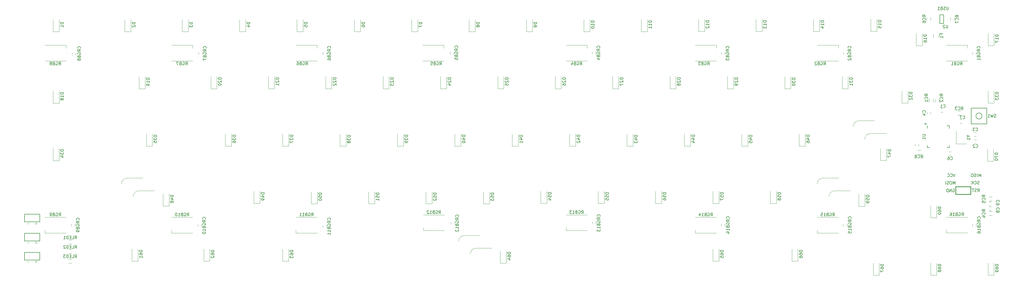
<source format=gbr>
%TF.GenerationSoftware,KiCad,Pcbnew,9.0.2*%
%TF.CreationDate,2025-09-10T16:53:27+09:00*%
%TF.ProjectId,CL70_PCB,434c3730-5f50-4434-922e-6b696361645f,rev?*%
%TF.SameCoordinates,Original*%
%TF.FileFunction,Legend,Bot*%
%TF.FilePolarity,Positive*%
%FSLAX46Y46*%
G04 Gerber Fmt 4.6, Leading zero omitted, Abs format (unit mm)*
G04 Created by KiCad (PCBNEW 9.0.2) date 2025-09-10 16:53:27*
%MOMM*%
%LPD*%
G01*
G04 APERTURE LIST*
%ADD10C,0.100000*%
%ADD11C,0.150000*%
%ADD12C,0.120000*%
%ADD13C,0.250000*%
G04 APERTURE END LIST*
D10*
X46696115Y-189191466D02*
X45934211Y-189191466D01*
X46696115Y-182841466D02*
X45934211Y-182841466D01*
X49296115Y-182841466D02*
X48534211Y-182841466D01*
X48915163Y-183222419D02*
X48915163Y-182460514D01*
X49296115Y-176491466D02*
X48534211Y-176491466D01*
X48915163Y-176872419D02*
X48915163Y-176110514D01*
X49296115Y-189191466D02*
X48534211Y-189191466D01*
X48915163Y-189572419D02*
X48915163Y-188810514D01*
X46696115Y-176491466D02*
X45934211Y-176491466D01*
D11*
X352516666Y-155197080D02*
X352564285Y-155244700D01*
X352564285Y-155244700D02*
X352707142Y-155292319D01*
X352707142Y-155292319D02*
X352802380Y-155292319D01*
X352802380Y-155292319D02*
X352945237Y-155244700D01*
X352945237Y-155244700D02*
X353040475Y-155149461D01*
X353040475Y-155149461D02*
X353088094Y-155054223D01*
X353088094Y-155054223D02*
X353135713Y-154863747D01*
X353135713Y-154863747D02*
X353135713Y-154720890D01*
X353135713Y-154720890D02*
X353088094Y-154530414D01*
X353088094Y-154530414D02*
X353040475Y-154435176D01*
X353040475Y-154435176D02*
X352945237Y-154339938D01*
X352945237Y-154339938D02*
X352802380Y-154292319D01*
X352802380Y-154292319D02*
X352707142Y-154292319D01*
X352707142Y-154292319D02*
X352564285Y-154339938D01*
X352564285Y-154339938D02*
X352516666Y-154387557D01*
X351659523Y-154292319D02*
X351849999Y-154292319D01*
X351849999Y-154292319D02*
X351945237Y-154339938D01*
X351945237Y-154339938D02*
X351992856Y-154387557D01*
X351992856Y-154387557D02*
X352088094Y-154530414D01*
X352088094Y-154530414D02*
X352135713Y-154720890D01*
X352135713Y-154720890D02*
X352135713Y-155101842D01*
X352135713Y-155101842D02*
X352088094Y-155197080D01*
X352088094Y-155197080D02*
X352040475Y-155244700D01*
X352040475Y-155244700D02*
X351945237Y-155292319D01*
X351945237Y-155292319D02*
X351754761Y-155292319D01*
X351754761Y-155292319D02*
X351659523Y-155244700D01*
X351659523Y-155244700D02*
X351611904Y-155197080D01*
X351611904Y-155197080D02*
X351564285Y-155101842D01*
X351564285Y-155101842D02*
X351564285Y-154863747D01*
X351564285Y-154863747D02*
X351611904Y-154768509D01*
X351611904Y-154768509D02*
X351659523Y-154720890D01*
X351659523Y-154720890D02*
X351754761Y-154673271D01*
X351754761Y-154673271D02*
X351945237Y-154673271D01*
X351945237Y-154673271D02*
X352040475Y-154720890D01*
X352040475Y-154720890D02*
X352088094Y-154768509D01*
X352088094Y-154768509D02*
X352135713Y-154863747D01*
X98579166Y-123798569D02*
X98912499Y-123322378D01*
X99150594Y-123798569D02*
X99150594Y-122798569D01*
X99150594Y-122798569D02*
X98769642Y-122798569D01*
X98769642Y-122798569D02*
X98674404Y-122846188D01*
X98674404Y-122846188D02*
X98626785Y-122893807D01*
X98626785Y-122893807D02*
X98579166Y-122989045D01*
X98579166Y-122989045D02*
X98579166Y-123131902D01*
X98579166Y-123131902D02*
X98626785Y-123227140D01*
X98626785Y-123227140D02*
X98674404Y-123274759D01*
X98674404Y-123274759D02*
X98769642Y-123322378D01*
X98769642Y-123322378D02*
X99150594Y-123322378D01*
X97626785Y-122846188D02*
X97722023Y-122798569D01*
X97722023Y-122798569D02*
X97864880Y-122798569D01*
X97864880Y-122798569D02*
X98007737Y-122846188D01*
X98007737Y-122846188D02*
X98102975Y-122941426D01*
X98102975Y-122941426D02*
X98150594Y-123036664D01*
X98150594Y-123036664D02*
X98198213Y-123227140D01*
X98198213Y-123227140D02*
X98198213Y-123369997D01*
X98198213Y-123369997D02*
X98150594Y-123560473D01*
X98150594Y-123560473D02*
X98102975Y-123655711D01*
X98102975Y-123655711D02*
X98007737Y-123750950D01*
X98007737Y-123750950D02*
X97864880Y-123798569D01*
X97864880Y-123798569D02*
X97769642Y-123798569D01*
X97769642Y-123798569D02*
X97626785Y-123750950D01*
X97626785Y-123750950D02*
X97579166Y-123703330D01*
X97579166Y-123703330D02*
X97579166Y-123369997D01*
X97579166Y-123369997D02*
X97769642Y-123369997D01*
X96817261Y-123274759D02*
X96674404Y-123322378D01*
X96674404Y-123322378D02*
X96626785Y-123369997D01*
X96626785Y-123369997D02*
X96579166Y-123465235D01*
X96579166Y-123465235D02*
X96579166Y-123608092D01*
X96579166Y-123608092D02*
X96626785Y-123703330D01*
X96626785Y-123703330D02*
X96674404Y-123750950D01*
X96674404Y-123750950D02*
X96769642Y-123798569D01*
X96769642Y-123798569D02*
X97150594Y-123798569D01*
X97150594Y-123798569D02*
X97150594Y-122798569D01*
X97150594Y-122798569D02*
X96817261Y-122798569D01*
X96817261Y-122798569D02*
X96722023Y-122846188D01*
X96722023Y-122846188D02*
X96674404Y-122893807D01*
X96674404Y-122893807D02*
X96626785Y-122989045D01*
X96626785Y-122989045D02*
X96626785Y-123084283D01*
X96626785Y-123084283D02*
X96674404Y-123179521D01*
X96674404Y-123179521D02*
X96722023Y-123227140D01*
X96722023Y-123227140D02*
X96817261Y-123274759D01*
X96817261Y-123274759D02*
X97150594Y-123274759D01*
X96245832Y-122798569D02*
X95579166Y-122798569D01*
X95579166Y-122798569D02*
X96007737Y-123798569D01*
X196129819Y-109655655D02*
X195129819Y-109655655D01*
X195129819Y-109655655D02*
X195129819Y-109893750D01*
X195129819Y-109893750D02*
X195177438Y-110036607D01*
X195177438Y-110036607D02*
X195272676Y-110131845D01*
X195272676Y-110131845D02*
X195367914Y-110179464D01*
X195367914Y-110179464D02*
X195558390Y-110227083D01*
X195558390Y-110227083D02*
X195701247Y-110227083D01*
X195701247Y-110227083D02*
X195891723Y-110179464D01*
X195891723Y-110179464D02*
X195986961Y-110131845D01*
X195986961Y-110131845D02*
X196082200Y-110036607D01*
X196082200Y-110036607D02*
X196129819Y-109893750D01*
X196129819Y-109893750D02*
X196129819Y-109655655D01*
X195558390Y-110798512D02*
X195510771Y-110703274D01*
X195510771Y-110703274D02*
X195463152Y-110655655D01*
X195463152Y-110655655D02*
X195367914Y-110608036D01*
X195367914Y-110608036D02*
X195320295Y-110608036D01*
X195320295Y-110608036D02*
X195225057Y-110655655D01*
X195225057Y-110655655D02*
X195177438Y-110703274D01*
X195177438Y-110703274D02*
X195129819Y-110798512D01*
X195129819Y-110798512D02*
X195129819Y-110988988D01*
X195129819Y-110988988D02*
X195177438Y-111084226D01*
X195177438Y-111084226D02*
X195225057Y-111131845D01*
X195225057Y-111131845D02*
X195320295Y-111179464D01*
X195320295Y-111179464D02*
X195367914Y-111179464D01*
X195367914Y-111179464D02*
X195463152Y-111131845D01*
X195463152Y-111131845D02*
X195510771Y-111084226D01*
X195510771Y-111084226D02*
X195558390Y-110988988D01*
X195558390Y-110988988D02*
X195558390Y-110798512D01*
X195558390Y-110798512D02*
X195606009Y-110703274D01*
X195606009Y-110703274D02*
X195653628Y-110655655D01*
X195653628Y-110655655D02*
X195748866Y-110608036D01*
X195748866Y-110608036D02*
X195939342Y-110608036D01*
X195939342Y-110608036D02*
X196034580Y-110655655D01*
X196034580Y-110655655D02*
X196082200Y-110703274D01*
X196082200Y-110703274D02*
X196129819Y-110798512D01*
X196129819Y-110798512D02*
X196129819Y-110988988D01*
X196129819Y-110988988D02*
X196082200Y-111084226D01*
X196082200Y-111084226D02*
X196034580Y-111131845D01*
X196034580Y-111131845D02*
X195939342Y-111179464D01*
X195939342Y-111179464D02*
X195748866Y-111179464D01*
X195748866Y-111179464D02*
X195653628Y-111131845D01*
X195653628Y-111131845D02*
X195606009Y-111084226D01*
X195606009Y-111084226D02*
X195558390Y-110988988D01*
X356230357Y-173892319D02*
X356563690Y-173416128D01*
X356801785Y-173892319D02*
X356801785Y-172892319D01*
X356801785Y-172892319D02*
X356420833Y-172892319D01*
X356420833Y-172892319D02*
X356325595Y-172939938D01*
X356325595Y-172939938D02*
X356277976Y-172987557D01*
X356277976Y-172987557D02*
X356230357Y-173082795D01*
X356230357Y-173082795D02*
X356230357Y-173225652D01*
X356230357Y-173225652D02*
X356277976Y-173320890D01*
X356277976Y-173320890D02*
X356325595Y-173368509D01*
X356325595Y-173368509D02*
X356420833Y-173416128D01*
X356420833Y-173416128D02*
X356801785Y-173416128D01*
X355277976Y-172939938D02*
X355373214Y-172892319D01*
X355373214Y-172892319D02*
X355516071Y-172892319D01*
X355516071Y-172892319D02*
X355658928Y-172939938D01*
X355658928Y-172939938D02*
X355754166Y-173035176D01*
X355754166Y-173035176D02*
X355801785Y-173130414D01*
X355801785Y-173130414D02*
X355849404Y-173320890D01*
X355849404Y-173320890D02*
X355849404Y-173463747D01*
X355849404Y-173463747D02*
X355801785Y-173654223D01*
X355801785Y-173654223D02*
X355754166Y-173749461D01*
X355754166Y-173749461D02*
X355658928Y-173844700D01*
X355658928Y-173844700D02*
X355516071Y-173892319D01*
X355516071Y-173892319D02*
X355420833Y-173892319D01*
X355420833Y-173892319D02*
X355277976Y-173844700D01*
X355277976Y-173844700D02*
X355230357Y-173797080D01*
X355230357Y-173797080D02*
X355230357Y-173463747D01*
X355230357Y-173463747D02*
X355420833Y-173463747D01*
X354468452Y-173368509D02*
X354325595Y-173416128D01*
X354325595Y-173416128D02*
X354277976Y-173463747D01*
X354277976Y-173463747D02*
X354230357Y-173558985D01*
X354230357Y-173558985D02*
X354230357Y-173701842D01*
X354230357Y-173701842D02*
X354277976Y-173797080D01*
X354277976Y-173797080D02*
X354325595Y-173844700D01*
X354325595Y-173844700D02*
X354420833Y-173892319D01*
X354420833Y-173892319D02*
X354801785Y-173892319D01*
X354801785Y-173892319D02*
X354801785Y-172892319D01*
X354801785Y-172892319D02*
X354468452Y-172892319D01*
X354468452Y-172892319D02*
X354373214Y-172939938D01*
X354373214Y-172939938D02*
X354325595Y-172987557D01*
X354325595Y-172987557D02*
X354277976Y-173082795D01*
X354277976Y-173082795D02*
X354277976Y-173178033D01*
X354277976Y-173178033D02*
X354325595Y-173273271D01*
X354325595Y-173273271D02*
X354373214Y-173320890D01*
X354373214Y-173320890D02*
X354468452Y-173368509D01*
X354468452Y-173368509D02*
X354801785Y-173368509D01*
X353277976Y-173892319D02*
X353849404Y-173892319D01*
X353563690Y-173892319D02*
X353563690Y-172892319D01*
X353563690Y-172892319D02*
X353658928Y-173035176D01*
X353658928Y-173035176D02*
X353754166Y-173130414D01*
X353754166Y-173130414D02*
X353849404Y-173178033D01*
X352420833Y-172892319D02*
X352611309Y-172892319D01*
X352611309Y-172892319D02*
X352706547Y-172939938D01*
X352706547Y-172939938D02*
X352754166Y-172987557D01*
X352754166Y-172987557D02*
X352849404Y-173130414D01*
X352849404Y-173130414D02*
X352897023Y-173320890D01*
X352897023Y-173320890D02*
X352897023Y-173701842D01*
X352897023Y-173701842D02*
X352849404Y-173797080D01*
X352849404Y-173797080D02*
X352801785Y-173844700D01*
X352801785Y-173844700D02*
X352706547Y-173892319D01*
X352706547Y-173892319D02*
X352516071Y-173892319D01*
X352516071Y-173892319D02*
X352420833Y-173844700D01*
X352420833Y-173844700D02*
X352373214Y-173797080D01*
X352373214Y-173797080D02*
X352325595Y-173701842D01*
X352325595Y-173701842D02*
X352325595Y-173463747D01*
X352325595Y-173463747D02*
X352373214Y-173368509D01*
X352373214Y-173368509D02*
X352420833Y-173320890D01*
X352420833Y-173320890D02*
X352516071Y-173273271D01*
X352516071Y-173273271D02*
X352706547Y-173273271D01*
X352706547Y-173273271D02*
X352801785Y-173320890D01*
X352801785Y-173320890D02*
X352849404Y-173368509D01*
X352849404Y-173368509D02*
X352897023Y-173463747D01*
X272886607Y-173973569D02*
X273219940Y-173497378D01*
X273458035Y-173973569D02*
X273458035Y-172973569D01*
X273458035Y-172973569D02*
X273077083Y-172973569D01*
X273077083Y-172973569D02*
X272981845Y-173021188D01*
X272981845Y-173021188D02*
X272934226Y-173068807D01*
X272934226Y-173068807D02*
X272886607Y-173164045D01*
X272886607Y-173164045D02*
X272886607Y-173306902D01*
X272886607Y-173306902D02*
X272934226Y-173402140D01*
X272934226Y-173402140D02*
X272981845Y-173449759D01*
X272981845Y-173449759D02*
X273077083Y-173497378D01*
X273077083Y-173497378D02*
X273458035Y-173497378D01*
X271934226Y-173021188D02*
X272029464Y-172973569D01*
X272029464Y-172973569D02*
X272172321Y-172973569D01*
X272172321Y-172973569D02*
X272315178Y-173021188D01*
X272315178Y-173021188D02*
X272410416Y-173116426D01*
X272410416Y-173116426D02*
X272458035Y-173211664D01*
X272458035Y-173211664D02*
X272505654Y-173402140D01*
X272505654Y-173402140D02*
X272505654Y-173544997D01*
X272505654Y-173544997D02*
X272458035Y-173735473D01*
X272458035Y-173735473D02*
X272410416Y-173830711D01*
X272410416Y-173830711D02*
X272315178Y-173925950D01*
X272315178Y-173925950D02*
X272172321Y-173973569D01*
X272172321Y-173973569D02*
X272077083Y-173973569D01*
X272077083Y-173973569D02*
X271934226Y-173925950D01*
X271934226Y-173925950D02*
X271886607Y-173878330D01*
X271886607Y-173878330D02*
X271886607Y-173544997D01*
X271886607Y-173544997D02*
X272077083Y-173544997D01*
X271124702Y-173449759D02*
X270981845Y-173497378D01*
X270981845Y-173497378D02*
X270934226Y-173544997D01*
X270934226Y-173544997D02*
X270886607Y-173640235D01*
X270886607Y-173640235D02*
X270886607Y-173783092D01*
X270886607Y-173783092D02*
X270934226Y-173878330D01*
X270934226Y-173878330D02*
X270981845Y-173925950D01*
X270981845Y-173925950D02*
X271077083Y-173973569D01*
X271077083Y-173973569D02*
X271458035Y-173973569D01*
X271458035Y-173973569D02*
X271458035Y-172973569D01*
X271458035Y-172973569D02*
X271124702Y-172973569D01*
X271124702Y-172973569D02*
X271029464Y-173021188D01*
X271029464Y-173021188D02*
X270981845Y-173068807D01*
X270981845Y-173068807D02*
X270934226Y-173164045D01*
X270934226Y-173164045D02*
X270934226Y-173259283D01*
X270934226Y-173259283D02*
X270981845Y-173354521D01*
X270981845Y-173354521D02*
X271029464Y-173402140D01*
X271029464Y-173402140D02*
X271124702Y-173449759D01*
X271124702Y-173449759D02*
X271458035Y-173449759D01*
X269934226Y-173973569D02*
X270505654Y-173973569D01*
X270219940Y-173973569D02*
X270219940Y-172973569D01*
X270219940Y-172973569D02*
X270315178Y-173116426D01*
X270315178Y-173116426D02*
X270410416Y-173211664D01*
X270410416Y-173211664D02*
X270505654Y-173259283D01*
X269077083Y-173306902D02*
X269077083Y-173973569D01*
X269315178Y-172925950D02*
X269553273Y-173640235D01*
X269553273Y-173640235D02*
X268934226Y-173640235D01*
X278965830Y-174807142D02*
X279013450Y-174759523D01*
X279013450Y-174759523D02*
X279061069Y-174616666D01*
X279061069Y-174616666D02*
X279061069Y-174521428D01*
X279061069Y-174521428D02*
X279013450Y-174378571D01*
X279013450Y-174378571D02*
X278918211Y-174283333D01*
X278918211Y-174283333D02*
X278822973Y-174235714D01*
X278822973Y-174235714D02*
X278632497Y-174188095D01*
X278632497Y-174188095D02*
X278489640Y-174188095D01*
X278489640Y-174188095D02*
X278299164Y-174235714D01*
X278299164Y-174235714D02*
X278203926Y-174283333D01*
X278203926Y-174283333D02*
X278108688Y-174378571D01*
X278108688Y-174378571D02*
X278061069Y-174521428D01*
X278061069Y-174521428D02*
X278061069Y-174616666D01*
X278061069Y-174616666D02*
X278108688Y-174759523D01*
X278108688Y-174759523D02*
X278156307Y-174807142D01*
X279061069Y-175807142D02*
X278584878Y-175473809D01*
X279061069Y-175235714D02*
X278061069Y-175235714D01*
X278061069Y-175235714D02*
X278061069Y-175616666D01*
X278061069Y-175616666D02*
X278108688Y-175711904D01*
X278108688Y-175711904D02*
X278156307Y-175759523D01*
X278156307Y-175759523D02*
X278251545Y-175807142D01*
X278251545Y-175807142D02*
X278394402Y-175807142D01*
X278394402Y-175807142D02*
X278489640Y-175759523D01*
X278489640Y-175759523D02*
X278537259Y-175711904D01*
X278537259Y-175711904D02*
X278584878Y-175616666D01*
X278584878Y-175616666D02*
X278584878Y-175235714D01*
X278108688Y-176759523D02*
X278061069Y-176664285D01*
X278061069Y-176664285D02*
X278061069Y-176521428D01*
X278061069Y-176521428D02*
X278108688Y-176378571D01*
X278108688Y-176378571D02*
X278203926Y-176283333D01*
X278203926Y-176283333D02*
X278299164Y-176235714D01*
X278299164Y-176235714D02*
X278489640Y-176188095D01*
X278489640Y-176188095D02*
X278632497Y-176188095D01*
X278632497Y-176188095D02*
X278822973Y-176235714D01*
X278822973Y-176235714D02*
X278918211Y-176283333D01*
X278918211Y-176283333D02*
X279013450Y-176378571D01*
X279013450Y-176378571D02*
X279061069Y-176521428D01*
X279061069Y-176521428D02*
X279061069Y-176616666D01*
X279061069Y-176616666D02*
X279013450Y-176759523D01*
X279013450Y-176759523D02*
X278965830Y-176807142D01*
X278965830Y-176807142D02*
X278632497Y-176807142D01*
X278632497Y-176807142D02*
X278632497Y-176616666D01*
X278537259Y-177569047D02*
X278584878Y-177711904D01*
X278584878Y-177711904D02*
X278632497Y-177759523D01*
X278632497Y-177759523D02*
X278727735Y-177807142D01*
X278727735Y-177807142D02*
X278870592Y-177807142D01*
X278870592Y-177807142D02*
X278965830Y-177759523D01*
X278965830Y-177759523D02*
X279013450Y-177711904D01*
X279013450Y-177711904D02*
X279061069Y-177616666D01*
X279061069Y-177616666D02*
X279061069Y-177235714D01*
X279061069Y-177235714D02*
X278061069Y-177235714D01*
X278061069Y-177235714D02*
X278061069Y-177569047D01*
X278061069Y-177569047D02*
X278108688Y-177664285D01*
X278108688Y-177664285D02*
X278156307Y-177711904D01*
X278156307Y-177711904D02*
X278251545Y-177759523D01*
X278251545Y-177759523D02*
X278346783Y-177759523D01*
X278346783Y-177759523D02*
X278442021Y-177711904D01*
X278442021Y-177711904D02*
X278489640Y-177664285D01*
X278489640Y-177664285D02*
X278537259Y-177569047D01*
X278537259Y-177569047D02*
X278537259Y-177235714D01*
X279061069Y-178759523D02*
X279061069Y-178188095D01*
X279061069Y-178473809D02*
X278061069Y-178473809D01*
X278061069Y-178473809D02*
X278203926Y-178378571D01*
X278203926Y-178378571D02*
X278299164Y-178283333D01*
X278299164Y-178283333D02*
X278346783Y-178188095D01*
X278394402Y-179616666D02*
X279061069Y-179616666D01*
X278013450Y-179378571D02*
X278727735Y-179140476D01*
X278727735Y-179140476D02*
X278727735Y-179759523D01*
X296142319Y-166204464D02*
X295142319Y-166204464D01*
X295142319Y-166204464D02*
X295142319Y-166442559D01*
X295142319Y-166442559D02*
X295189938Y-166585416D01*
X295189938Y-166585416D02*
X295285176Y-166680654D01*
X295285176Y-166680654D02*
X295380414Y-166728273D01*
X295380414Y-166728273D02*
X295570890Y-166775892D01*
X295570890Y-166775892D02*
X295713747Y-166775892D01*
X295713747Y-166775892D02*
X295904223Y-166728273D01*
X295904223Y-166728273D02*
X295999461Y-166680654D01*
X295999461Y-166680654D02*
X296094700Y-166585416D01*
X296094700Y-166585416D02*
X296142319Y-166442559D01*
X296142319Y-166442559D02*
X296142319Y-166204464D01*
X295142319Y-167680654D02*
X295142319Y-167204464D01*
X295142319Y-167204464D02*
X295618509Y-167156845D01*
X295618509Y-167156845D02*
X295570890Y-167204464D01*
X295570890Y-167204464D02*
X295523271Y-167299702D01*
X295523271Y-167299702D02*
X295523271Y-167537797D01*
X295523271Y-167537797D02*
X295570890Y-167633035D01*
X295570890Y-167633035D02*
X295618509Y-167680654D01*
X295618509Y-167680654D02*
X295713747Y-167728273D01*
X295713747Y-167728273D02*
X295951842Y-167728273D01*
X295951842Y-167728273D02*
X296047080Y-167680654D01*
X296047080Y-167680654D02*
X296094700Y-167633035D01*
X296094700Y-167633035D02*
X296142319Y-167537797D01*
X296142319Y-167537797D02*
X296142319Y-167299702D01*
X296142319Y-167299702D02*
X296094700Y-167204464D01*
X296094700Y-167204464D02*
X296047080Y-167156845D01*
X295570890Y-168299702D02*
X295523271Y-168204464D01*
X295523271Y-168204464D02*
X295475652Y-168156845D01*
X295475652Y-168156845D02*
X295380414Y-168109226D01*
X295380414Y-168109226D02*
X295332795Y-168109226D01*
X295332795Y-168109226D02*
X295237557Y-168156845D01*
X295237557Y-168156845D02*
X295189938Y-168204464D01*
X295189938Y-168204464D02*
X295142319Y-168299702D01*
X295142319Y-168299702D02*
X295142319Y-168490178D01*
X295142319Y-168490178D02*
X295189938Y-168585416D01*
X295189938Y-168585416D02*
X295237557Y-168633035D01*
X295237557Y-168633035D02*
X295332795Y-168680654D01*
X295332795Y-168680654D02*
X295380414Y-168680654D01*
X295380414Y-168680654D02*
X295475652Y-168633035D01*
X295475652Y-168633035D02*
X295523271Y-168585416D01*
X295523271Y-168585416D02*
X295570890Y-168490178D01*
X295570890Y-168490178D02*
X295570890Y-168299702D01*
X295570890Y-168299702D02*
X295618509Y-168204464D01*
X295618509Y-168204464D02*
X295666128Y-168156845D01*
X295666128Y-168156845D02*
X295761366Y-168109226D01*
X295761366Y-168109226D02*
X295951842Y-168109226D01*
X295951842Y-168109226D02*
X296047080Y-168156845D01*
X296047080Y-168156845D02*
X296094700Y-168204464D01*
X296094700Y-168204464D02*
X296142319Y-168299702D01*
X296142319Y-168299702D02*
X296142319Y-168490178D01*
X296142319Y-168490178D02*
X296094700Y-168585416D01*
X296094700Y-168585416D02*
X296047080Y-168633035D01*
X296047080Y-168633035D02*
X295951842Y-168680654D01*
X295951842Y-168680654D02*
X295761366Y-168680654D01*
X295761366Y-168680654D02*
X295666128Y-168633035D01*
X295666128Y-168633035D02*
X295618509Y-168585416D01*
X295618509Y-168585416D02*
X295570890Y-168490178D01*
X124692319Y-166204464D02*
X123692319Y-166204464D01*
X123692319Y-166204464D02*
X123692319Y-166442559D01*
X123692319Y-166442559D02*
X123739938Y-166585416D01*
X123739938Y-166585416D02*
X123835176Y-166680654D01*
X123835176Y-166680654D02*
X123930414Y-166728273D01*
X123930414Y-166728273D02*
X124120890Y-166775892D01*
X124120890Y-166775892D02*
X124263747Y-166775892D01*
X124263747Y-166775892D02*
X124454223Y-166728273D01*
X124454223Y-166728273D02*
X124549461Y-166680654D01*
X124549461Y-166680654D02*
X124644700Y-166585416D01*
X124644700Y-166585416D02*
X124692319Y-166442559D01*
X124692319Y-166442559D02*
X124692319Y-166204464D01*
X124025652Y-167633035D02*
X124692319Y-167633035D01*
X123644700Y-167394940D02*
X124358985Y-167156845D01*
X124358985Y-167156845D02*
X124358985Y-167775892D01*
X124692319Y-168204464D02*
X124692319Y-168394940D01*
X124692319Y-168394940D02*
X124644700Y-168490178D01*
X124644700Y-168490178D02*
X124597080Y-168537797D01*
X124597080Y-168537797D02*
X124454223Y-168633035D01*
X124454223Y-168633035D02*
X124263747Y-168680654D01*
X124263747Y-168680654D02*
X123882795Y-168680654D01*
X123882795Y-168680654D02*
X123787557Y-168633035D01*
X123787557Y-168633035D02*
X123739938Y-168585416D01*
X123739938Y-168585416D02*
X123692319Y-168490178D01*
X123692319Y-168490178D02*
X123692319Y-168299702D01*
X123692319Y-168299702D02*
X123739938Y-168204464D01*
X123739938Y-168204464D02*
X123787557Y-168156845D01*
X123787557Y-168156845D02*
X123882795Y-168109226D01*
X123882795Y-168109226D02*
X124120890Y-168109226D01*
X124120890Y-168109226D02*
X124216128Y-168156845D01*
X124216128Y-168156845D02*
X124263747Y-168204464D01*
X124263747Y-168204464D02*
X124311366Y-168299702D01*
X124311366Y-168299702D02*
X124311366Y-168490178D01*
X124311366Y-168490178D02*
X124263747Y-168585416D01*
X124263747Y-168585416D02*
X124216128Y-168633035D01*
X124216128Y-168633035D02*
X124120890Y-168680654D01*
X349323569Y-170966964D02*
X348323569Y-170966964D01*
X348323569Y-170966964D02*
X348323569Y-171205059D01*
X348323569Y-171205059D02*
X348371188Y-171347916D01*
X348371188Y-171347916D02*
X348466426Y-171443154D01*
X348466426Y-171443154D02*
X348561664Y-171490773D01*
X348561664Y-171490773D02*
X348752140Y-171538392D01*
X348752140Y-171538392D02*
X348894997Y-171538392D01*
X348894997Y-171538392D02*
X349085473Y-171490773D01*
X349085473Y-171490773D02*
X349180711Y-171443154D01*
X349180711Y-171443154D02*
X349275950Y-171347916D01*
X349275950Y-171347916D02*
X349323569Y-171205059D01*
X349323569Y-171205059D02*
X349323569Y-170966964D01*
X348323569Y-172395535D02*
X348323569Y-172205059D01*
X348323569Y-172205059D02*
X348371188Y-172109821D01*
X348371188Y-172109821D02*
X348418807Y-172062202D01*
X348418807Y-172062202D02*
X348561664Y-171966964D01*
X348561664Y-171966964D02*
X348752140Y-171919345D01*
X348752140Y-171919345D02*
X349133092Y-171919345D01*
X349133092Y-171919345D02*
X349228330Y-171966964D01*
X349228330Y-171966964D02*
X349275950Y-172014583D01*
X349275950Y-172014583D02*
X349323569Y-172109821D01*
X349323569Y-172109821D02*
X349323569Y-172300297D01*
X349323569Y-172300297D02*
X349275950Y-172395535D01*
X349275950Y-172395535D02*
X349228330Y-172443154D01*
X349228330Y-172443154D02*
X349133092Y-172490773D01*
X349133092Y-172490773D02*
X348894997Y-172490773D01*
X348894997Y-172490773D02*
X348799759Y-172443154D01*
X348799759Y-172443154D02*
X348752140Y-172395535D01*
X348752140Y-172395535D02*
X348704521Y-172300297D01*
X348704521Y-172300297D02*
X348704521Y-172109821D01*
X348704521Y-172109821D02*
X348752140Y-172014583D01*
X348752140Y-172014583D02*
X348799759Y-171966964D01*
X348799759Y-171966964D02*
X348894997Y-171919345D01*
X348323569Y-173109821D02*
X348323569Y-173205059D01*
X348323569Y-173205059D02*
X348371188Y-173300297D01*
X348371188Y-173300297D02*
X348418807Y-173347916D01*
X348418807Y-173347916D02*
X348514045Y-173395535D01*
X348514045Y-173395535D02*
X348704521Y-173443154D01*
X348704521Y-173443154D02*
X348942616Y-173443154D01*
X348942616Y-173443154D02*
X349133092Y-173395535D01*
X349133092Y-173395535D02*
X349228330Y-173347916D01*
X349228330Y-173347916D02*
X349275950Y-173300297D01*
X349275950Y-173300297D02*
X349323569Y-173205059D01*
X349323569Y-173205059D02*
X349323569Y-173109821D01*
X349323569Y-173109821D02*
X349275950Y-173014583D01*
X349275950Y-173014583D02*
X349228330Y-172966964D01*
X349228330Y-172966964D02*
X349133092Y-172919345D01*
X349133092Y-172919345D02*
X348942616Y-172871726D01*
X348942616Y-172871726D02*
X348704521Y-172871726D01*
X348704521Y-172871726D02*
X348514045Y-172919345D01*
X348514045Y-172919345D02*
X348418807Y-172966964D01*
X348418807Y-172966964D02*
X348371188Y-173014583D01*
X348371188Y-173014583D02*
X348323569Y-173109821D01*
X350122916Y-137859580D02*
X350170535Y-137907200D01*
X350170535Y-137907200D02*
X350313392Y-137954819D01*
X350313392Y-137954819D02*
X350408630Y-137954819D01*
X350408630Y-137954819D02*
X350551487Y-137907200D01*
X350551487Y-137907200D02*
X350646725Y-137811961D01*
X350646725Y-137811961D02*
X350694344Y-137716723D01*
X350694344Y-137716723D02*
X350741963Y-137526247D01*
X350741963Y-137526247D02*
X350741963Y-137383390D01*
X350741963Y-137383390D02*
X350694344Y-137192914D01*
X350694344Y-137192914D02*
X350646725Y-137097676D01*
X350646725Y-137097676D02*
X350551487Y-137002438D01*
X350551487Y-137002438D02*
X350408630Y-136954819D01*
X350408630Y-136954819D02*
X350313392Y-136954819D01*
X350313392Y-136954819D02*
X350170535Y-137002438D01*
X350170535Y-137002438D02*
X350122916Y-137050057D01*
X349170535Y-137954819D02*
X349741963Y-137954819D01*
X349456249Y-137954819D02*
X349456249Y-136954819D01*
X349456249Y-136954819D02*
X349551487Y-137097676D01*
X349551487Y-137097676D02*
X349646725Y-137192914D01*
X349646725Y-137192914D02*
X349741963Y-137240533D01*
X238992319Y-166204464D02*
X237992319Y-166204464D01*
X237992319Y-166204464D02*
X237992319Y-166442559D01*
X237992319Y-166442559D02*
X238039938Y-166585416D01*
X238039938Y-166585416D02*
X238135176Y-166680654D01*
X238135176Y-166680654D02*
X238230414Y-166728273D01*
X238230414Y-166728273D02*
X238420890Y-166775892D01*
X238420890Y-166775892D02*
X238563747Y-166775892D01*
X238563747Y-166775892D02*
X238754223Y-166728273D01*
X238754223Y-166728273D02*
X238849461Y-166680654D01*
X238849461Y-166680654D02*
X238944700Y-166585416D01*
X238944700Y-166585416D02*
X238992319Y-166442559D01*
X238992319Y-166442559D02*
X238992319Y-166204464D01*
X237992319Y-167680654D02*
X237992319Y-167204464D01*
X237992319Y-167204464D02*
X238468509Y-167156845D01*
X238468509Y-167156845D02*
X238420890Y-167204464D01*
X238420890Y-167204464D02*
X238373271Y-167299702D01*
X238373271Y-167299702D02*
X238373271Y-167537797D01*
X238373271Y-167537797D02*
X238420890Y-167633035D01*
X238420890Y-167633035D02*
X238468509Y-167680654D01*
X238468509Y-167680654D02*
X238563747Y-167728273D01*
X238563747Y-167728273D02*
X238801842Y-167728273D01*
X238801842Y-167728273D02*
X238897080Y-167680654D01*
X238897080Y-167680654D02*
X238944700Y-167633035D01*
X238944700Y-167633035D02*
X238992319Y-167537797D01*
X238992319Y-167537797D02*
X238992319Y-167299702D01*
X238992319Y-167299702D02*
X238944700Y-167204464D01*
X238944700Y-167204464D02*
X238897080Y-167156845D01*
X237992319Y-168633035D02*
X237992319Y-168156845D01*
X237992319Y-168156845D02*
X238468509Y-168109226D01*
X238468509Y-168109226D02*
X238420890Y-168156845D01*
X238420890Y-168156845D02*
X238373271Y-168252083D01*
X238373271Y-168252083D02*
X238373271Y-168490178D01*
X238373271Y-168490178D02*
X238420890Y-168585416D01*
X238420890Y-168585416D02*
X238468509Y-168633035D01*
X238468509Y-168633035D02*
X238563747Y-168680654D01*
X238563747Y-168680654D02*
X238801842Y-168680654D01*
X238801842Y-168680654D02*
X238897080Y-168633035D01*
X238897080Y-168633035D02*
X238944700Y-168585416D01*
X238944700Y-168585416D02*
X238992319Y-168490178D01*
X238992319Y-168490178D02*
X238992319Y-168252083D01*
X238992319Y-168252083D02*
X238944700Y-168156845D01*
X238944700Y-168156845D02*
X238897080Y-168109226D01*
X368204819Y-153035714D02*
X367204819Y-153035714D01*
X367204819Y-153035714D02*
X367204819Y-153273809D01*
X367204819Y-153273809D02*
X367252438Y-153416666D01*
X367252438Y-153416666D02*
X367347676Y-153511904D01*
X367347676Y-153511904D02*
X367442914Y-153559523D01*
X367442914Y-153559523D02*
X367633390Y-153607142D01*
X367633390Y-153607142D02*
X367776247Y-153607142D01*
X367776247Y-153607142D02*
X367966723Y-153559523D01*
X367966723Y-153559523D02*
X368061961Y-153511904D01*
X368061961Y-153511904D02*
X368157200Y-153416666D01*
X368157200Y-153416666D02*
X368204819Y-153273809D01*
X368204819Y-153273809D02*
X368204819Y-153035714D01*
X367204819Y-153940476D02*
X367204819Y-154607142D01*
X367204819Y-154607142D02*
X368204819Y-154178571D01*
X367204819Y-155178571D02*
X367204819Y-155273809D01*
X367204819Y-155273809D02*
X367252438Y-155369047D01*
X367252438Y-155369047D02*
X367300057Y-155416666D01*
X367300057Y-155416666D02*
X367395295Y-155464285D01*
X367395295Y-155464285D02*
X367585771Y-155511904D01*
X367585771Y-155511904D02*
X367823866Y-155511904D01*
X367823866Y-155511904D02*
X368014342Y-155464285D01*
X368014342Y-155464285D02*
X368109580Y-155416666D01*
X368109580Y-155416666D02*
X368157200Y-155369047D01*
X368157200Y-155369047D02*
X368204819Y-155273809D01*
X368204819Y-155273809D02*
X368204819Y-155178571D01*
X368204819Y-155178571D02*
X368157200Y-155083333D01*
X368157200Y-155083333D02*
X368109580Y-155035714D01*
X368109580Y-155035714D02*
X368014342Y-154988095D01*
X368014342Y-154988095D02*
X367823866Y-154940476D01*
X367823866Y-154940476D02*
X367585771Y-154940476D01*
X367585771Y-154940476D02*
X367395295Y-154988095D01*
X367395295Y-154988095D02*
X367300057Y-155035714D01*
X367300057Y-155035714D02*
X367252438Y-155083333D01*
X367252438Y-155083333D02*
X367204819Y-155178571D01*
X138485416Y-123798569D02*
X138818749Y-123322378D01*
X139056844Y-123798569D02*
X139056844Y-122798569D01*
X139056844Y-122798569D02*
X138675892Y-122798569D01*
X138675892Y-122798569D02*
X138580654Y-122846188D01*
X138580654Y-122846188D02*
X138533035Y-122893807D01*
X138533035Y-122893807D02*
X138485416Y-122989045D01*
X138485416Y-122989045D02*
X138485416Y-123131902D01*
X138485416Y-123131902D02*
X138533035Y-123227140D01*
X138533035Y-123227140D02*
X138580654Y-123274759D01*
X138580654Y-123274759D02*
X138675892Y-123322378D01*
X138675892Y-123322378D02*
X139056844Y-123322378D01*
X137533035Y-122846188D02*
X137628273Y-122798569D01*
X137628273Y-122798569D02*
X137771130Y-122798569D01*
X137771130Y-122798569D02*
X137913987Y-122846188D01*
X137913987Y-122846188D02*
X138009225Y-122941426D01*
X138009225Y-122941426D02*
X138056844Y-123036664D01*
X138056844Y-123036664D02*
X138104463Y-123227140D01*
X138104463Y-123227140D02*
X138104463Y-123369997D01*
X138104463Y-123369997D02*
X138056844Y-123560473D01*
X138056844Y-123560473D02*
X138009225Y-123655711D01*
X138009225Y-123655711D02*
X137913987Y-123750950D01*
X137913987Y-123750950D02*
X137771130Y-123798569D01*
X137771130Y-123798569D02*
X137675892Y-123798569D01*
X137675892Y-123798569D02*
X137533035Y-123750950D01*
X137533035Y-123750950D02*
X137485416Y-123703330D01*
X137485416Y-123703330D02*
X137485416Y-123369997D01*
X137485416Y-123369997D02*
X137675892Y-123369997D01*
X136723511Y-123274759D02*
X136580654Y-123322378D01*
X136580654Y-123322378D02*
X136533035Y-123369997D01*
X136533035Y-123369997D02*
X136485416Y-123465235D01*
X136485416Y-123465235D02*
X136485416Y-123608092D01*
X136485416Y-123608092D02*
X136533035Y-123703330D01*
X136533035Y-123703330D02*
X136580654Y-123750950D01*
X136580654Y-123750950D02*
X136675892Y-123798569D01*
X136675892Y-123798569D02*
X137056844Y-123798569D01*
X137056844Y-123798569D02*
X137056844Y-122798569D01*
X137056844Y-122798569D02*
X136723511Y-122798569D01*
X136723511Y-122798569D02*
X136628273Y-122846188D01*
X136628273Y-122846188D02*
X136580654Y-122893807D01*
X136580654Y-122893807D02*
X136533035Y-122989045D01*
X136533035Y-122989045D02*
X136533035Y-123084283D01*
X136533035Y-123084283D02*
X136580654Y-123179521D01*
X136580654Y-123179521D02*
X136628273Y-123227140D01*
X136628273Y-123227140D02*
X136723511Y-123274759D01*
X136723511Y-123274759D02*
X137056844Y-123274759D01*
X135628273Y-122798569D02*
X135818749Y-122798569D01*
X135818749Y-122798569D02*
X135913987Y-122846188D01*
X135913987Y-122846188D02*
X135961606Y-122893807D01*
X135961606Y-122893807D02*
X136056844Y-123036664D01*
X136056844Y-123036664D02*
X136104463Y-123227140D01*
X136104463Y-123227140D02*
X136104463Y-123608092D01*
X136104463Y-123608092D02*
X136056844Y-123703330D01*
X136056844Y-123703330D02*
X136009225Y-123750950D01*
X136009225Y-123750950D02*
X135913987Y-123798569D01*
X135913987Y-123798569D02*
X135723511Y-123798569D01*
X135723511Y-123798569D02*
X135628273Y-123750950D01*
X135628273Y-123750950D02*
X135580654Y-123703330D01*
X135580654Y-123703330D02*
X135533035Y-123608092D01*
X135533035Y-123608092D02*
X135533035Y-123369997D01*
X135533035Y-123369997D02*
X135580654Y-123274759D01*
X135580654Y-123274759D02*
X135628273Y-123227140D01*
X135628273Y-123227140D02*
X135723511Y-123179521D01*
X135723511Y-123179521D02*
X135913987Y-123179521D01*
X135913987Y-123179521D02*
X136009225Y-123227140D01*
X136009225Y-123227140D02*
X136056844Y-123274759D01*
X136056844Y-123274759D02*
X136104463Y-123369997D01*
X277092319Y-166204464D02*
X276092319Y-166204464D01*
X276092319Y-166204464D02*
X276092319Y-166442559D01*
X276092319Y-166442559D02*
X276139938Y-166585416D01*
X276139938Y-166585416D02*
X276235176Y-166680654D01*
X276235176Y-166680654D02*
X276330414Y-166728273D01*
X276330414Y-166728273D02*
X276520890Y-166775892D01*
X276520890Y-166775892D02*
X276663747Y-166775892D01*
X276663747Y-166775892D02*
X276854223Y-166728273D01*
X276854223Y-166728273D02*
X276949461Y-166680654D01*
X276949461Y-166680654D02*
X277044700Y-166585416D01*
X277044700Y-166585416D02*
X277092319Y-166442559D01*
X277092319Y-166442559D02*
X277092319Y-166204464D01*
X276092319Y-167680654D02*
X276092319Y-167204464D01*
X276092319Y-167204464D02*
X276568509Y-167156845D01*
X276568509Y-167156845D02*
X276520890Y-167204464D01*
X276520890Y-167204464D02*
X276473271Y-167299702D01*
X276473271Y-167299702D02*
X276473271Y-167537797D01*
X276473271Y-167537797D02*
X276520890Y-167633035D01*
X276520890Y-167633035D02*
X276568509Y-167680654D01*
X276568509Y-167680654D02*
X276663747Y-167728273D01*
X276663747Y-167728273D02*
X276901842Y-167728273D01*
X276901842Y-167728273D02*
X276997080Y-167680654D01*
X276997080Y-167680654D02*
X277044700Y-167633035D01*
X277044700Y-167633035D02*
X277092319Y-167537797D01*
X277092319Y-167537797D02*
X277092319Y-167299702D01*
X277092319Y-167299702D02*
X277044700Y-167204464D01*
X277044700Y-167204464D02*
X276997080Y-167156845D01*
X276092319Y-168061607D02*
X276092319Y-168728273D01*
X276092319Y-168728273D02*
X277092319Y-168299702D01*
X310429819Y-109116964D02*
X309429819Y-109116964D01*
X309429819Y-109116964D02*
X309429819Y-109355059D01*
X309429819Y-109355059D02*
X309477438Y-109497916D01*
X309477438Y-109497916D02*
X309572676Y-109593154D01*
X309572676Y-109593154D02*
X309667914Y-109640773D01*
X309667914Y-109640773D02*
X309858390Y-109688392D01*
X309858390Y-109688392D02*
X310001247Y-109688392D01*
X310001247Y-109688392D02*
X310191723Y-109640773D01*
X310191723Y-109640773D02*
X310286961Y-109593154D01*
X310286961Y-109593154D02*
X310382200Y-109497916D01*
X310382200Y-109497916D02*
X310429819Y-109355059D01*
X310429819Y-109355059D02*
X310429819Y-109116964D01*
X310429819Y-110640773D02*
X310429819Y-110069345D01*
X310429819Y-110355059D02*
X309429819Y-110355059D01*
X309429819Y-110355059D02*
X309572676Y-110259821D01*
X309572676Y-110259821D02*
X309667914Y-110164583D01*
X309667914Y-110164583D02*
X309715533Y-110069345D01*
X309763152Y-111497916D02*
X310429819Y-111497916D01*
X309382200Y-111259821D02*
X310096485Y-111021726D01*
X310096485Y-111021726D02*
X310096485Y-111640773D01*
X177079819Y-109655655D02*
X176079819Y-109655655D01*
X176079819Y-109655655D02*
X176079819Y-109893750D01*
X176079819Y-109893750D02*
X176127438Y-110036607D01*
X176127438Y-110036607D02*
X176222676Y-110131845D01*
X176222676Y-110131845D02*
X176317914Y-110179464D01*
X176317914Y-110179464D02*
X176508390Y-110227083D01*
X176508390Y-110227083D02*
X176651247Y-110227083D01*
X176651247Y-110227083D02*
X176841723Y-110179464D01*
X176841723Y-110179464D02*
X176936961Y-110131845D01*
X176936961Y-110131845D02*
X177032200Y-110036607D01*
X177032200Y-110036607D02*
X177079819Y-109893750D01*
X177079819Y-109893750D02*
X177079819Y-109655655D01*
X176079819Y-110560417D02*
X176079819Y-111227083D01*
X176079819Y-111227083D02*
X177079819Y-110798512D01*
X368609580Y-169333333D02*
X368657200Y-169285714D01*
X368657200Y-169285714D02*
X368704819Y-169142857D01*
X368704819Y-169142857D02*
X368704819Y-169047619D01*
X368704819Y-169047619D02*
X368657200Y-168904762D01*
X368657200Y-168904762D02*
X368561961Y-168809524D01*
X368561961Y-168809524D02*
X368466723Y-168761905D01*
X368466723Y-168761905D02*
X368276247Y-168714286D01*
X368276247Y-168714286D02*
X368133390Y-168714286D01*
X368133390Y-168714286D02*
X367942914Y-168761905D01*
X367942914Y-168761905D02*
X367847676Y-168809524D01*
X367847676Y-168809524D02*
X367752438Y-168904762D01*
X367752438Y-168904762D02*
X367704819Y-169047619D01*
X367704819Y-169047619D02*
X367704819Y-169142857D01*
X367704819Y-169142857D02*
X367752438Y-169285714D01*
X367752438Y-169285714D02*
X367800057Y-169333333D01*
X368704819Y-169809524D02*
X368704819Y-170000000D01*
X368704819Y-170000000D02*
X368657200Y-170095238D01*
X368657200Y-170095238D02*
X368609580Y-170142857D01*
X368609580Y-170142857D02*
X368466723Y-170238095D01*
X368466723Y-170238095D02*
X368276247Y-170285714D01*
X368276247Y-170285714D02*
X367895295Y-170285714D01*
X367895295Y-170285714D02*
X367800057Y-170238095D01*
X367800057Y-170238095D02*
X367752438Y-170190476D01*
X367752438Y-170190476D02*
X367704819Y-170095238D01*
X367704819Y-170095238D02*
X367704819Y-169904762D01*
X367704819Y-169904762D02*
X367752438Y-169809524D01*
X367752438Y-169809524D02*
X367800057Y-169761905D01*
X367800057Y-169761905D02*
X367895295Y-169714286D01*
X367895295Y-169714286D02*
X368133390Y-169714286D01*
X368133390Y-169714286D02*
X368228628Y-169761905D01*
X368228628Y-169761905D02*
X368276247Y-169809524D01*
X368276247Y-169809524D02*
X368323866Y-169904762D01*
X368323866Y-169904762D02*
X368323866Y-170095238D01*
X368323866Y-170095238D02*
X368276247Y-170190476D01*
X368276247Y-170190476D02*
X368228628Y-170238095D01*
X368228628Y-170238095D02*
X368133390Y-170285714D01*
X56516666Y-123804819D02*
X56849999Y-123328628D01*
X57088094Y-123804819D02*
X57088094Y-122804819D01*
X57088094Y-122804819D02*
X56707142Y-122804819D01*
X56707142Y-122804819D02*
X56611904Y-122852438D01*
X56611904Y-122852438D02*
X56564285Y-122900057D01*
X56564285Y-122900057D02*
X56516666Y-122995295D01*
X56516666Y-122995295D02*
X56516666Y-123138152D01*
X56516666Y-123138152D02*
X56564285Y-123233390D01*
X56564285Y-123233390D02*
X56611904Y-123281009D01*
X56611904Y-123281009D02*
X56707142Y-123328628D01*
X56707142Y-123328628D02*
X57088094Y-123328628D01*
X55564285Y-122852438D02*
X55659523Y-122804819D01*
X55659523Y-122804819D02*
X55802380Y-122804819D01*
X55802380Y-122804819D02*
X55945237Y-122852438D01*
X55945237Y-122852438D02*
X56040475Y-122947676D01*
X56040475Y-122947676D02*
X56088094Y-123042914D01*
X56088094Y-123042914D02*
X56135713Y-123233390D01*
X56135713Y-123233390D02*
X56135713Y-123376247D01*
X56135713Y-123376247D02*
X56088094Y-123566723D01*
X56088094Y-123566723D02*
X56040475Y-123661961D01*
X56040475Y-123661961D02*
X55945237Y-123757200D01*
X55945237Y-123757200D02*
X55802380Y-123804819D01*
X55802380Y-123804819D02*
X55707142Y-123804819D01*
X55707142Y-123804819D02*
X55564285Y-123757200D01*
X55564285Y-123757200D02*
X55516666Y-123709580D01*
X55516666Y-123709580D02*
X55516666Y-123376247D01*
X55516666Y-123376247D02*
X55707142Y-123376247D01*
X54754761Y-123281009D02*
X54611904Y-123328628D01*
X54611904Y-123328628D02*
X54564285Y-123376247D01*
X54564285Y-123376247D02*
X54516666Y-123471485D01*
X54516666Y-123471485D02*
X54516666Y-123614342D01*
X54516666Y-123614342D02*
X54564285Y-123709580D01*
X54564285Y-123709580D02*
X54611904Y-123757200D01*
X54611904Y-123757200D02*
X54707142Y-123804819D01*
X54707142Y-123804819D02*
X55088094Y-123804819D01*
X55088094Y-123804819D02*
X55088094Y-122804819D01*
X55088094Y-122804819D02*
X54754761Y-122804819D01*
X54754761Y-122804819D02*
X54659523Y-122852438D01*
X54659523Y-122852438D02*
X54611904Y-122900057D01*
X54611904Y-122900057D02*
X54564285Y-122995295D01*
X54564285Y-122995295D02*
X54564285Y-123090533D01*
X54564285Y-123090533D02*
X54611904Y-123185771D01*
X54611904Y-123185771D02*
X54659523Y-123233390D01*
X54659523Y-123233390D02*
X54754761Y-123281009D01*
X54754761Y-123281009D02*
X55088094Y-123281009D01*
X53945237Y-123233390D02*
X54040475Y-123185771D01*
X54040475Y-123185771D02*
X54088094Y-123138152D01*
X54088094Y-123138152D02*
X54135713Y-123042914D01*
X54135713Y-123042914D02*
X54135713Y-122995295D01*
X54135713Y-122995295D02*
X54088094Y-122900057D01*
X54088094Y-122900057D02*
X54040475Y-122852438D01*
X54040475Y-122852438D02*
X53945237Y-122804819D01*
X53945237Y-122804819D02*
X53754761Y-122804819D01*
X53754761Y-122804819D02*
X53659523Y-122852438D01*
X53659523Y-122852438D02*
X53611904Y-122900057D01*
X53611904Y-122900057D02*
X53564285Y-122995295D01*
X53564285Y-122995295D02*
X53564285Y-123042914D01*
X53564285Y-123042914D02*
X53611904Y-123138152D01*
X53611904Y-123138152D02*
X53659523Y-123185771D01*
X53659523Y-123185771D02*
X53754761Y-123233390D01*
X53754761Y-123233390D02*
X53945237Y-123233390D01*
X53945237Y-123233390D02*
X54040475Y-123281009D01*
X54040475Y-123281009D02*
X54088094Y-123328628D01*
X54088094Y-123328628D02*
X54135713Y-123423866D01*
X54135713Y-123423866D02*
X54135713Y-123614342D01*
X54135713Y-123614342D02*
X54088094Y-123709580D01*
X54088094Y-123709580D02*
X54040475Y-123757200D01*
X54040475Y-123757200D02*
X53945237Y-123804819D01*
X53945237Y-123804819D02*
X53754761Y-123804819D01*
X53754761Y-123804819D02*
X53659523Y-123757200D01*
X53659523Y-123757200D02*
X53611904Y-123709580D01*
X53611904Y-123709580D02*
X53564285Y-123614342D01*
X53564285Y-123614342D02*
X53564285Y-123423866D01*
X53564285Y-123423866D02*
X53611904Y-123328628D01*
X53611904Y-123328628D02*
X53659523Y-123281009D01*
X53659523Y-123281009D02*
X53754761Y-123233390D01*
X332654819Y-151916964D02*
X331654819Y-151916964D01*
X331654819Y-151916964D02*
X331654819Y-152155059D01*
X331654819Y-152155059D02*
X331702438Y-152297916D01*
X331702438Y-152297916D02*
X331797676Y-152393154D01*
X331797676Y-152393154D02*
X331892914Y-152440773D01*
X331892914Y-152440773D02*
X332083390Y-152488392D01*
X332083390Y-152488392D02*
X332226247Y-152488392D01*
X332226247Y-152488392D02*
X332416723Y-152440773D01*
X332416723Y-152440773D02*
X332511961Y-152393154D01*
X332511961Y-152393154D02*
X332607200Y-152297916D01*
X332607200Y-152297916D02*
X332654819Y-152155059D01*
X332654819Y-152155059D02*
X332654819Y-151916964D01*
X331988152Y-153345535D02*
X332654819Y-153345535D01*
X331607200Y-153107440D02*
X332321485Y-152869345D01*
X332321485Y-152869345D02*
X332321485Y-153488392D01*
X331654819Y-153774107D02*
X331654819Y-154440773D01*
X331654819Y-154440773D02*
X332654819Y-154012202D01*
X119929819Y-109655655D02*
X118929819Y-109655655D01*
X118929819Y-109655655D02*
X118929819Y-109893750D01*
X118929819Y-109893750D02*
X118977438Y-110036607D01*
X118977438Y-110036607D02*
X119072676Y-110131845D01*
X119072676Y-110131845D02*
X119167914Y-110179464D01*
X119167914Y-110179464D02*
X119358390Y-110227083D01*
X119358390Y-110227083D02*
X119501247Y-110227083D01*
X119501247Y-110227083D02*
X119691723Y-110179464D01*
X119691723Y-110179464D02*
X119786961Y-110131845D01*
X119786961Y-110131845D02*
X119882200Y-110036607D01*
X119882200Y-110036607D02*
X119929819Y-109893750D01*
X119929819Y-109893750D02*
X119929819Y-109655655D01*
X119263152Y-111084226D02*
X119929819Y-111084226D01*
X118882200Y-110846131D02*
X119596485Y-110608036D01*
X119596485Y-110608036D02*
X119596485Y-111227083D01*
X319447080Y-174807142D02*
X319494700Y-174759523D01*
X319494700Y-174759523D02*
X319542319Y-174616666D01*
X319542319Y-174616666D02*
X319542319Y-174521428D01*
X319542319Y-174521428D02*
X319494700Y-174378571D01*
X319494700Y-174378571D02*
X319399461Y-174283333D01*
X319399461Y-174283333D02*
X319304223Y-174235714D01*
X319304223Y-174235714D02*
X319113747Y-174188095D01*
X319113747Y-174188095D02*
X318970890Y-174188095D01*
X318970890Y-174188095D02*
X318780414Y-174235714D01*
X318780414Y-174235714D02*
X318685176Y-174283333D01*
X318685176Y-174283333D02*
X318589938Y-174378571D01*
X318589938Y-174378571D02*
X318542319Y-174521428D01*
X318542319Y-174521428D02*
X318542319Y-174616666D01*
X318542319Y-174616666D02*
X318589938Y-174759523D01*
X318589938Y-174759523D02*
X318637557Y-174807142D01*
X319542319Y-175807142D02*
X319066128Y-175473809D01*
X319542319Y-175235714D02*
X318542319Y-175235714D01*
X318542319Y-175235714D02*
X318542319Y-175616666D01*
X318542319Y-175616666D02*
X318589938Y-175711904D01*
X318589938Y-175711904D02*
X318637557Y-175759523D01*
X318637557Y-175759523D02*
X318732795Y-175807142D01*
X318732795Y-175807142D02*
X318875652Y-175807142D01*
X318875652Y-175807142D02*
X318970890Y-175759523D01*
X318970890Y-175759523D02*
X319018509Y-175711904D01*
X319018509Y-175711904D02*
X319066128Y-175616666D01*
X319066128Y-175616666D02*
X319066128Y-175235714D01*
X318589938Y-176759523D02*
X318542319Y-176664285D01*
X318542319Y-176664285D02*
X318542319Y-176521428D01*
X318542319Y-176521428D02*
X318589938Y-176378571D01*
X318589938Y-176378571D02*
X318685176Y-176283333D01*
X318685176Y-176283333D02*
X318780414Y-176235714D01*
X318780414Y-176235714D02*
X318970890Y-176188095D01*
X318970890Y-176188095D02*
X319113747Y-176188095D01*
X319113747Y-176188095D02*
X319304223Y-176235714D01*
X319304223Y-176235714D02*
X319399461Y-176283333D01*
X319399461Y-176283333D02*
X319494700Y-176378571D01*
X319494700Y-176378571D02*
X319542319Y-176521428D01*
X319542319Y-176521428D02*
X319542319Y-176616666D01*
X319542319Y-176616666D02*
X319494700Y-176759523D01*
X319494700Y-176759523D02*
X319447080Y-176807142D01*
X319447080Y-176807142D02*
X319113747Y-176807142D01*
X319113747Y-176807142D02*
X319113747Y-176616666D01*
X319018509Y-177569047D02*
X319066128Y-177711904D01*
X319066128Y-177711904D02*
X319113747Y-177759523D01*
X319113747Y-177759523D02*
X319208985Y-177807142D01*
X319208985Y-177807142D02*
X319351842Y-177807142D01*
X319351842Y-177807142D02*
X319447080Y-177759523D01*
X319447080Y-177759523D02*
X319494700Y-177711904D01*
X319494700Y-177711904D02*
X319542319Y-177616666D01*
X319542319Y-177616666D02*
X319542319Y-177235714D01*
X319542319Y-177235714D02*
X318542319Y-177235714D01*
X318542319Y-177235714D02*
X318542319Y-177569047D01*
X318542319Y-177569047D02*
X318589938Y-177664285D01*
X318589938Y-177664285D02*
X318637557Y-177711904D01*
X318637557Y-177711904D02*
X318732795Y-177759523D01*
X318732795Y-177759523D02*
X318828033Y-177759523D01*
X318828033Y-177759523D02*
X318923271Y-177711904D01*
X318923271Y-177711904D02*
X318970890Y-177664285D01*
X318970890Y-177664285D02*
X319018509Y-177569047D01*
X319018509Y-177569047D02*
X319018509Y-177235714D01*
X319542319Y-178759523D02*
X319542319Y-178188095D01*
X319542319Y-178473809D02*
X318542319Y-178473809D01*
X318542319Y-178473809D02*
X318685176Y-178378571D01*
X318685176Y-178378571D02*
X318780414Y-178283333D01*
X318780414Y-178283333D02*
X318828033Y-178188095D01*
X318542319Y-179664285D02*
X318542319Y-179188095D01*
X318542319Y-179188095D02*
X319018509Y-179140476D01*
X319018509Y-179140476D02*
X318970890Y-179188095D01*
X318970890Y-179188095D02*
X318923271Y-179283333D01*
X318923271Y-179283333D02*
X318923271Y-179521428D01*
X318923271Y-179521428D02*
X318970890Y-179616666D01*
X318970890Y-179616666D02*
X319018509Y-179664285D01*
X319018509Y-179664285D02*
X319113747Y-179711904D01*
X319113747Y-179711904D02*
X319351842Y-179711904D01*
X319351842Y-179711904D02*
X319447080Y-179664285D01*
X319447080Y-179664285D02*
X319494700Y-179616666D01*
X319494700Y-179616666D02*
X319542319Y-179521428D01*
X319542319Y-179521428D02*
X319542319Y-179283333D01*
X319542319Y-179283333D02*
X319494700Y-179188095D01*
X319494700Y-179188095D02*
X319447080Y-179140476D01*
X344954819Y-134083333D02*
X344478628Y-133750000D01*
X344954819Y-133511905D02*
X343954819Y-133511905D01*
X343954819Y-133511905D02*
X343954819Y-133892857D01*
X343954819Y-133892857D02*
X344002438Y-133988095D01*
X344002438Y-133988095D02*
X344050057Y-134035714D01*
X344050057Y-134035714D02*
X344145295Y-134083333D01*
X344145295Y-134083333D02*
X344288152Y-134083333D01*
X344288152Y-134083333D02*
X344383390Y-134035714D01*
X344383390Y-134035714D02*
X344431009Y-133988095D01*
X344431009Y-133988095D02*
X344478628Y-133892857D01*
X344478628Y-133892857D02*
X344478628Y-133511905D01*
X344859580Y-135083333D02*
X344907200Y-135035714D01*
X344907200Y-135035714D02*
X344954819Y-134892857D01*
X344954819Y-134892857D02*
X344954819Y-134797619D01*
X344954819Y-134797619D02*
X344907200Y-134654762D01*
X344907200Y-134654762D02*
X344811961Y-134559524D01*
X344811961Y-134559524D02*
X344716723Y-134511905D01*
X344716723Y-134511905D02*
X344526247Y-134464286D01*
X344526247Y-134464286D02*
X344383390Y-134464286D01*
X344383390Y-134464286D02*
X344192914Y-134511905D01*
X344192914Y-134511905D02*
X344097676Y-134559524D01*
X344097676Y-134559524D02*
X344002438Y-134654762D01*
X344002438Y-134654762D02*
X343954819Y-134797619D01*
X343954819Y-134797619D02*
X343954819Y-134892857D01*
X343954819Y-134892857D02*
X344002438Y-135035714D01*
X344002438Y-135035714D02*
X344050057Y-135083333D01*
X344954819Y-136035714D02*
X344954819Y-135464286D01*
X344954819Y-135750000D02*
X343954819Y-135750000D01*
X343954819Y-135750000D02*
X344097676Y-135654762D01*
X344097676Y-135654762D02*
X344192914Y-135559524D01*
X344192914Y-135559524D02*
X344240533Y-135464286D01*
X319359580Y-118245833D02*
X319407200Y-118198214D01*
X319407200Y-118198214D02*
X319454819Y-118055357D01*
X319454819Y-118055357D02*
X319454819Y-117960119D01*
X319454819Y-117960119D02*
X319407200Y-117817262D01*
X319407200Y-117817262D02*
X319311961Y-117722024D01*
X319311961Y-117722024D02*
X319216723Y-117674405D01*
X319216723Y-117674405D02*
X319026247Y-117626786D01*
X319026247Y-117626786D02*
X318883390Y-117626786D01*
X318883390Y-117626786D02*
X318692914Y-117674405D01*
X318692914Y-117674405D02*
X318597676Y-117722024D01*
X318597676Y-117722024D02*
X318502438Y-117817262D01*
X318502438Y-117817262D02*
X318454819Y-117960119D01*
X318454819Y-117960119D02*
X318454819Y-118055357D01*
X318454819Y-118055357D02*
X318502438Y-118198214D01*
X318502438Y-118198214D02*
X318550057Y-118245833D01*
X319454819Y-119245833D02*
X318978628Y-118912500D01*
X319454819Y-118674405D02*
X318454819Y-118674405D01*
X318454819Y-118674405D02*
X318454819Y-119055357D01*
X318454819Y-119055357D02*
X318502438Y-119150595D01*
X318502438Y-119150595D02*
X318550057Y-119198214D01*
X318550057Y-119198214D02*
X318645295Y-119245833D01*
X318645295Y-119245833D02*
X318788152Y-119245833D01*
X318788152Y-119245833D02*
X318883390Y-119198214D01*
X318883390Y-119198214D02*
X318931009Y-119150595D01*
X318931009Y-119150595D02*
X318978628Y-119055357D01*
X318978628Y-119055357D02*
X318978628Y-118674405D01*
X318502438Y-120198214D02*
X318454819Y-120102976D01*
X318454819Y-120102976D02*
X318454819Y-119960119D01*
X318454819Y-119960119D02*
X318502438Y-119817262D01*
X318502438Y-119817262D02*
X318597676Y-119722024D01*
X318597676Y-119722024D02*
X318692914Y-119674405D01*
X318692914Y-119674405D02*
X318883390Y-119626786D01*
X318883390Y-119626786D02*
X319026247Y-119626786D01*
X319026247Y-119626786D02*
X319216723Y-119674405D01*
X319216723Y-119674405D02*
X319311961Y-119722024D01*
X319311961Y-119722024D02*
X319407200Y-119817262D01*
X319407200Y-119817262D02*
X319454819Y-119960119D01*
X319454819Y-119960119D02*
X319454819Y-120055357D01*
X319454819Y-120055357D02*
X319407200Y-120198214D01*
X319407200Y-120198214D02*
X319359580Y-120245833D01*
X319359580Y-120245833D02*
X319026247Y-120245833D01*
X319026247Y-120245833D02*
X319026247Y-120055357D01*
X318931009Y-121007738D02*
X318978628Y-121150595D01*
X318978628Y-121150595D02*
X319026247Y-121198214D01*
X319026247Y-121198214D02*
X319121485Y-121245833D01*
X319121485Y-121245833D02*
X319264342Y-121245833D01*
X319264342Y-121245833D02*
X319359580Y-121198214D01*
X319359580Y-121198214D02*
X319407200Y-121150595D01*
X319407200Y-121150595D02*
X319454819Y-121055357D01*
X319454819Y-121055357D02*
X319454819Y-120674405D01*
X319454819Y-120674405D02*
X318454819Y-120674405D01*
X318454819Y-120674405D02*
X318454819Y-121007738D01*
X318454819Y-121007738D02*
X318502438Y-121102976D01*
X318502438Y-121102976D02*
X318550057Y-121150595D01*
X318550057Y-121150595D02*
X318645295Y-121198214D01*
X318645295Y-121198214D02*
X318740533Y-121198214D01*
X318740533Y-121198214D02*
X318835771Y-121150595D01*
X318835771Y-121150595D02*
X318883390Y-121102976D01*
X318883390Y-121102976D02*
X318931009Y-121007738D01*
X318931009Y-121007738D02*
X318931009Y-120674405D01*
X318550057Y-121626786D02*
X318502438Y-121674405D01*
X318502438Y-121674405D02*
X318454819Y-121769643D01*
X318454819Y-121769643D02*
X318454819Y-122007738D01*
X318454819Y-122007738D02*
X318502438Y-122102976D01*
X318502438Y-122102976D02*
X318550057Y-122150595D01*
X318550057Y-122150595D02*
X318645295Y-122198214D01*
X318645295Y-122198214D02*
X318740533Y-122198214D01*
X318740533Y-122198214D02*
X318883390Y-122150595D01*
X318883390Y-122150595D02*
X319454819Y-121579167D01*
X319454819Y-121579167D02*
X319454819Y-122198214D01*
X243754819Y-128104464D02*
X242754819Y-128104464D01*
X242754819Y-128104464D02*
X242754819Y-128342559D01*
X242754819Y-128342559D02*
X242802438Y-128485416D01*
X242802438Y-128485416D02*
X242897676Y-128580654D01*
X242897676Y-128580654D02*
X242992914Y-128628273D01*
X242992914Y-128628273D02*
X243183390Y-128675892D01*
X243183390Y-128675892D02*
X243326247Y-128675892D01*
X243326247Y-128675892D02*
X243516723Y-128628273D01*
X243516723Y-128628273D02*
X243611961Y-128580654D01*
X243611961Y-128580654D02*
X243707200Y-128485416D01*
X243707200Y-128485416D02*
X243754819Y-128342559D01*
X243754819Y-128342559D02*
X243754819Y-128104464D01*
X242850057Y-129056845D02*
X242802438Y-129104464D01*
X242802438Y-129104464D02*
X242754819Y-129199702D01*
X242754819Y-129199702D02*
X242754819Y-129437797D01*
X242754819Y-129437797D02*
X242802438Y-129533035D01*
X242802438Y-129533035D02*
X242850057Y-129580654D01*
X242850057Y-129580654D02*
X242945295Y-129628273D01*
X242945295Y-129628273D02*
X243040533Y-129628273D01*
X243040533Y-129628273D02*
X243183390Y-129580654D01*
X243183390Y-129580654D02*
X243754819Y-129009226D01*
X243754819Y-129009226D02*
X243754819Y-129628273D01*
X242754819Y-129961607D02*
X242754819Y-130628273D01*
X242754819Y-130628273D02*
X243754819Y-130199702D01*
X224704819Y-128104464D02*
X223704819Y-128104464D01*
X223704819Y-128104464D02*
X223704819Y-128342559D01*
X223704819Y-128342559D02*
X223752438Y-128485416D01*
X223752438Y-128485416D02*
X223847676Y-128580654D01*
X223847676Y-128580654D02*
X223942914Y-128628273D01*
X223942914Y-128628273D02*
X224133390Y-128675892D01*
X224133390Y-128675892D02*
X224276247Y-128675892D01*
X224276247Y-128675892D02*
X224466723Y-128628273D01*
X224466723Y-128628273D02*
X224561961Y-128580654D01*
X224561961Y-128580654D02*
X224657200Y-128485416D01*
X224657200Y-128485416D02*
X224704819Y-128342559D01*
X224704819Y-128342559D02*
X224704819Y-128104464D01*
X223800057Y-129056845D02*
X223752438Y-129104464D01*
X223752438Y-129104464D02*
X223704819Y-129199702D01*
X223704819Y-129199702D02*
X223704819Y-129437797D01*
X223704819Y-129437797D02*
X223752438Y-129533035D01*
X223752438Y-129533035D02*
X223800057Y-129580654D01*
X223800057Y-129580654D02*
X223895295Y-129628273D01*
X223895295Y-129628273D02*
X223990533Y-129628273D01*
X223990533Y-129628273D02*
X224133390Y-129580654D01*
X224133390Y-129580654D02*
X224704819Y-129009226D01*
X224704819Y-129009226D02*
X224704819Y-129628273D01*
X223704819Y-130485416D02*
X223704819Y-130294940D01*
X223704819Y-130294940D02*
X223752438Y-130199702D01*
X223752438Y-130199702D02*
X223800057Y-130152083D01*
X223800057Y-130152083D02*
X223942914Y-130056845D01*
X223942914Y-130056845D02*
X224133390Y-130009226D01*
X224133390Y-130009226D02*
X224514342Y-130009226D01*
X224514342Y-130009226D02*
X224609580Y-130056845D01*
X224609580Y-130056845D02*
X224657200Y-130104464D01*
X224657200Y-130104464D02*
X224704819Y-130199702D01*
X224704819Y-130199702D02*
X224704819Y-130390178D01*
X224704819Y-130390178D02*
X224657200Y-130485416D01*
X224657200Y-130485416D02*
X224609580Y-130533035D01*
X224609580Y-130533035D02*
X224514342Y-130580654D01*
X224514342Y-130580654D02*
X224276247Y-130580654D01*
X224276247Y-130580654D02*
X224181009Y-130533035D01*
X224181009Y-130533035D02*
X224133390Y-130485416D01*
X224133390Y-130485416D02*
X224085771Y-130390178D01*
X224085771Y-130390178D02*
X224085771Y-130199702D01*
X224085771Y-130199702D02*
X224133390Y-130104464D01*
X224133390Y-130104464D02*
X224181009Y-130056845D01*
X224181009Y-130056845D02*
X224276247Y-130009226D01*
X349954819Y-134083333D02*
X349478628Y-133750000D01*
X349954819Y-133511905D02*
X348954819Y-133511905D01*
X348954819Y-133511905D02*
X348954819Y-133892857D01*
X348954819Y-133892857D02*
X349002438Y-133988095D01*
X349002438Y-133988095D02*
X349050057Y-134035714D01*
X349050057Y-134035714D02*
X349145295Y-134083333D01*
X349145295Y-134083333D02*
X349288152Y-134083333D01*
X349288152Y-134083333D02*
X349383390Y-134035714D01*
X349383390Y-134035714D02*
X349431009Y-133988095D01*
X349431009Y-133988095D02*
X349478628Y-133892857D01*
X349478628Y-133892857D02*
X349478628Y-133511905D01*
X349859580Y-135083333D02*
X349907200Y-135035714D01*
X349907200Y-135035714D02*
X349954819Y-134892857D01*
X349954819Y-134892857D02*
X349954819Y-134797619D01*
X349954819Y-134797619D02*
X349907200Y-134654762D01*
X349907200Y-134654762D02*
X349811961Y-134559524D01*
X349811961Y-134559524D02*
X349716723Y-134511905D01*
X349716723Y-134511905D02*
X349526247Y-134464286D01*
X349526247Y-134464286D02*
X349383390Y-134464286D01*
X349383390Y-134464286D02*
X349192914Y-134511905D01*
X349192914Y-134511905D02*
X349097676Y-134559524D01*
X349097676Y-134559524D02*
X349002438Y-134654762D01*
X349002438Y-134654762D02*
X348954819Y-134797619D01*
X348954819Y-134797619D02*
X348954819Y-134892857D01*
X348954819Y-134892857D02*
X349002438Y-135035714D01*
X349002438Y-135035714D02*
X349050057Y-135083333D01*
X349050057Y-135464286D02*
X349002438Y-135511905D01*
X349002438Y-135511905D02*
X348954819Y-135607143D01*
X348954819Y-135607143D02*
X348954819Y-135845238D01*
X348954819Y-135845238D02*
X349002438Y-135940476D01*
X349002438Y-135940476D02*
X349050057Y-135988095D01*
X349050057Y-135988095D02*
X349145295Y-136035714D01*
X349145295Y-136035714D02*
X349240533Y-136035714D01*
X349240533Y-136035714D02*
X349383390Y-135988095D01*
X349383390Y-135988095D02*
X349954819Y-135416667D01*
X349954819Y-135416667D02*
X349954819Y-136035714D01*
X110404819Y-128104464D02*
X109404819Y-128104464D01*
X109404819Y-128104464D02*
X109404819Y-128342559D01*
X109404819Y-128342559D02*
X109452438Y-128485416D01*
X109452438Y-128485416D02*
X109547676Y-128580654D01*
X109547676Y-128580654D02*
X109642914Y-128628273D01*
X109642914Y-128628273D02*
X109833390Y-128675892D01*
X109833390Y-128675892D02*
X109976247Y-128675892D01*
X109976247Y-128675892D02*
X110166723Y-128628273D01*
X110166723Y-128628273D02*
X110261961Y-128580654D01*
X110261961Y-128580654D02*
X110357200Y-128485416D01*
X110357200Y-128485416D02*
X110404819Y-128342559D01*
X110404819Y-128342559D02*
X110404819Y-128104464D01*
X109500057Y-129056845D02*
X109452438Y-129104464D01*
X109452438Y-129104464D02*
X109404819Y-129199702D01*
X109404819Y-129199702D02*
X109404819Y-129437797D01*
X109404819Y-129437797D02*
X109452438Y-129533035D01*
X109452438Y-129533035D02*
X109500057Y-129580654D01*
X109500057Y-129580654D02*
X109595295Y-129628273D01*
X109595295Y-129628273D02*
X109690533Y-129628273D01*
X109690533Y-129628273D02*
X109833390Y-129580654D01*
X109833390Y-129580654D02*
X110404819Y-129009226D01*
X110404819Y-129009226D02*
X110404819Y-129628273D01*
X109404819Y-130247321D02*
X109404819Y-130342559D01*
X109404819Y-130342559D02*
X109452438Y-130437797D01*
X109452438Y-130437797D02*
X109500057Y-130485416D01*
X109500057Y-130485416D02*
X109595295Y-130533035D01*
X109595295Y-130533035D02*
X109785771Y-130580654D01*
X109785771Y-130580654D02*
X110023866Y-130580654D01*
X110023866Y-130580654D02*
X110214342Y-130533035D01*
X110214342Y-130533035D02*
X110309580Y-130485416D01*
X110309580Y-130485416D02*
X110357200Y-130437797D01*
X110357200Y-130437797D02*
X110404819Y-130342559D01*
X110404819Y-130342559D02*
X110404819Y-130247321D01*
X110404819Y-130247321D02*
X110357200Y-130152083D01*
X110357200Y-130152083D02*
X110309580Y-130104464D01*
X110309580Y-130104464D02*
X110214342Y-130056845D01*
X110214342Y-130056845D02*
X110023866Y-130009226D01*
X110023866Y-130009226D02*
X109785771Y-130009226D01*
X109785771Y-130009226D02*
X109595295Y-130056845D01*
X109595295Y-130056845D02*
X109500057Y-130104464D01*
X109500057Y-130104464D02*
X109452438Y-130152083D01*
X109452438Y-130152083D02*
X109404819Y-130247321D01*
X351599404Y-110579819D02*
X351599404Y-111389342D01*
X351599404Y-111389342D02*
X351551785Y-111484580D01*
X351551785Y-111484580D02*
X351504166Y-111532200D01*
X351504166Y-111532200D02*
X351408928Y-111579819D01*
X351408928Y-111579819D02*
X351218452Y-111579819D01*
X351218452Y-111579819D02*
X351123214Y-111532200D01*
X351123214Y-111532200D02*
X351075595Y-111484580D01*
X351075595Y-111484580D02*
X351027976Y-111389342D01*
X351027976Y-111389342D02*
X351027976Y-110579819D01*
X350599404Y-110675057D02*
X350551785Y-110627438D01*
X350551785Y-110627438D02*
X350456547Y-110579819D01*
X350456547Y-110579819D02*
X350218452Y-110579819D01*
X350218452Y-110579819D02*
X350123214Y-110627438D01*
X350123214Y-110627438D02*
X350075595Y-110675057D01*
X350075595Y-110675057D02*
X350027976Y-110770295D01*
X350027976Y-110770295D02*
X350027976Y-110865533D01*
X350027976Y-110865533D02*
X350075595Y-111008390D01*
X350075595Y-111008390D02*
X350647023Y-111579819D01*
X350647023Y-111579819D02*
X350027976Y-111579819D01*
X368609580Y-171833333D02*
X368657200Y-171785714D01*
X368657200Y-171785714D02*
X368704819Y-171642857D01*
X368704819Y-171642857D02*
X368704819Y-171547619D01*
X368704819Y-171547619D02*
X368657200Y-171404762D01*
X368657200Y-171404762D02*
X368561961Y-171309524D01*
X368561961Y-171309524D02*
X368466723Y-171261905D01*
X368466723Y-171261905D02*
X368276247Y-171214286D01*
X368276247Y-171214286D02*
X368133390Y-171214286D01*
X368133390Y-171214286D02*
X367942914Y-171261905D01*
X367942914Y-171261905D02*
X367847676Y-171309524D01*
X367847676Y-171309524D02*
X367752438Y-171404762D01*
X367752438Y-171404762D02*
X367704819Y-171547619D01*
X367704819Y-171547619D02*
X367704819Y-171642857D01*
X367704819Y-171642857D02*
X367752438Y-171785714D01*
X367752438Y-171785714D02*
X367800057Y-171833333D01*
X368133390Y-172404762D02*
X368085771Y-172309524D01*
X368085771Y-172309524D02*
X368038152Y-172261905D01*
X368038152Y-172261905D02*
X367942914Y-172214286D01*
X367942914Y-172214286D02*
X367895295Y-172214286D01*
X367895295Y-172214286D02*
X367800057Y-172261905D01*
X367800057Y-172261905D02*
X367752438Y-172309524D01*
X367752438Y-172309524D02*
X367704819Y-172404762D01*
X367704819Y-172404762D02*
X367704819Y-172595238D01*
X367704819Y-172595238D02*
X367752438Y-172690476D01*
X367752438Y-172690476D02*
X367800057Y-172738095D01*
X367800057Y-172738095D02*
X367895295Y-172785714D01*
X367895295Y-172785714D02*
X367942914Y-172785714D01*
X367942914Y-172785714D02*
X368038152Y-172738095D01*
X368038152Y-172738095D02*
X368085771Y-172690476D01*
X368085771Y-172690476D02*
X368133390Y-172595238D01*
X368133390Y-172595238D02*
X368133390Y-172404762D01*
X368133390Y-172404762D02*
X368181009Y-172309524D01*
X368181009Y-172309524D02*
X368228628Y-172261905D01*
X368228628Y-172261905D02*
X368323866Y-172214286D01*
X368323866Y-172214286D02*
X368514342Y-172214286D01*
X368514342Y-172214286D02*
X368609580Y-172261905D01*
X368609580Y-172261905D02*
X368657200Y-172309524D01*
X368657200Y-172309524D02*
X368704819Y-172404762D01*
X368704819Y-172404762D02*
X368704819Y-172595238D01*
X368704819Y-172595238D02*
X368657200Y-172690476D01*
X368657200Y-172690476D02*
X368609580Y-172738095D01*
X368609580Y-172738095D02*
X368514342Y-172785714D01*
X368514342Y-172785714D02*
X368323866Y-172785714D01*
X368323866Y-172785714D02*
X368228628Y-172738095D01*
X368228628Y-172738095D02*
X368181009Y-172690476D01*
X368181009Y-172690476D02*
X368133390Y-172595238D01*
X63197080Y-175283333D02*
X63244700Y-175235714D01*
X63244700Y-175235714D02*
X63292319Y-175092857D01*
X63292319Y-175092857D02*
X63292319Y-174997619D01*
X63292319Y-174997619D02*
X63244700Y-174854762D01*
X63244700Y-174854762D02*
X63149461Y-174759524D01*
X63149461Y-174759524D02*
X63054223Y-174711905D01*
X63054223Y-174711905D02*
X62863747Y-174664286D01*
X62863747Y-174664286D02*
X62720890Y-174664286D01*
X62720890Y-174664286D02*
X62530414Y-174711905D01*
X62530414Y-174711905D02*
X62435176Y-174759524D01*
X62435176Y-174759524D02*
X62339938Y-174854762D01*
X62339938Y-174854762D02*
X62292319Y-174997619D01*
X62292319Y-174997619D02*
X62292319Y-175092857D01*
X62292319Y-175092857D02*
X62339938Y-175235714D01*
X62339938Y-175235714D02*
X62387557Y-175283333D01*
X63292319Y-176283333D02*
X62816128Y-175950000D01*
X63292319Y-175711905D02*
X62292319Y-175711905D01*
X62292319Y-175711905D02*
X62292319Y-176092857D01*
X62292319Y-176092857D02*
X62339938Y-176188095D01*
X62339938Y-176188095D02*
X62387557Y-176235714D01*
X62387557Y-176235714D02*
X62482795Y-176283333D01*
X62482795Y-176283333D02*
X62625652Y-176283333D01*
X62625652Y-176283333D02*
X62720890Y-176235714D01*
X62720890Y-176235714D02*
X62768509Y-176188095D01*
X62768509Y-176188095D02*
X62816128Y-176092857D01*
X62816128Y-176092857D02*
X62816128Y-175711905D01*
X62339938Y-177235714D02*
X62292319Y-177140476D01*
X62292319Y-177140476D02*
X62292319Y-176997619D01*
X62292319Y-176997619D02*
X62339938Y-176854762D01*
X62339938Y-176854762D02*
X62435176Y-176759524D01*
X62435176Y-176759524D02*
X62530414Y-176711905D01*
X62530414Y-176711905D02*
X62720890Y-176664286D01*
X62720890Y-176664286D02*
X62863747Y-176664286D01*
X62863747Y-176664286D02*
X63054223Y-176711905D01*
X63054223Y-176711905D02*
X63149461Y-176759524D01*
X63149461Y-176759524D02*
X63244700Y-176854762D01*
X63244700Y-176854762D02*
X63292319Y-176997619D01*
X63292319Y-176997619D02*
X63292319Y-177092857D01*
X63292319Y-177092857D02*
X63244700Y-177235714D01*
X63244700Y-177235714D02*
X63197080Y-177283333D01*
X63197080Y-177283333D02*
X62863747Y-177283333D01*
X62863747Y-177283333D02*
X62863747Y-177092857D01*
X62768509Y-178045238D02*
X62816128Y-178188095D01*
X62816128Y-178188095D02*
X62863747Y-178235714D01*
X62863747Y-178235714D02*
X62958985Y-178283333D01*
X62958985Y-178283333D02*
X63101842Y-178283333D01*
X63101842Y-178283333D02*
X63197080Y-178235714D01*
X63197080Y-178235714D02*
X63244700Y-178188095D01*
X63244700Y-178188095D02*
X63292319Y-178092857D01*
X63292319Y-178092857D02*
X63292319Y-177711905D01*
X63292319Y-177711905D02*
X62292319Y-177711905D01*
X62292319Y-177711905D02*
X62292319Y-178045238D01*
X62292319Y-178045238D02*
X62339938Y-178140476D01*
X62339938Y-178140476D02*
X62387557Y-178188095D01*
X62387557Y-178188095D02*
X62482795Y-178235714D01*
X62482795Y-178235714D02*
X62578033Y-178235714D01*
X62578033Y-178235714D02*
X62673271Y-178188095D01*
X62673271Y-178188095D02*
X62720890Y-178140476D01*
X62720890Y-178140476D02*
X62768509Y-178045238D01*
X62768509Y-178045238D02*
X62768509Y-177711905D01*
X63292319Y-178759524D02*
X63292319Y-178950000D01*
X63292319Y-178950000D02*
X63244700Y-179045238D01*
X63244700Y-179045238D02*
X63197080Y-179092857D01*
X63197080Y-179092857D02*
X63054223Y-179188095D01*
X63054223Y-179188095D02*
X62863747Y-179235714D01*
X62863747Y-179235714D02*
X62482795Y-179235714D01*
X62482795Y-179235714D02*
X62387557Y-179188095D01*
X62387557Y-179188095D02*
X62339938Y-179140476D01*
X62339938Y-179140476D02*
X62292319Y-179045238D01*
X62292319Y-179045238D02*
X62292319Y-178854762D01*
X62292319Y-178854762D02*
X62339938Y-178759524D01*
X62339938Y-178759524D02*
X62387557Y-178711905D01*
X62387557Y-178711905D02*
X62482795Y-178664286D01*
X62482795Y-178664286D02*
X62720890Y-178664286D01*
X62720890Y-178664286D02*
X62816128Y-178711905D01*
X62816128Y-178711905D02*
X62863747Y-178759524D01*
X62863747Y-178759524D02*
X62911366Y-178854762D01*
X62911366Y-178854762D02*
X62911366Y-179045238D01*
X62911366Y-179045238D02*
X62863747Y-179140476D01*
X62863747Y-179140476D02*
X62816128Y-179188095D01*
X62816128Y-179188095D02*
X62720890Y-179235714D01*
X146609580Y-175257142D02*
X146657200Y-175209523D01*
X146657200Y-175209523D02*
X146704819Y-175066666D01*
X146704819Y-175066666D02*
X146704819Y-174971428D01*
X146704819Y-174971428D02*
X146657200Y-174828571D01*
X146657200Y-174828571D02*
X146561961Y-174733333D01*
X146561961Y-174733333D02*
X146466723Y-174685714D01*
X146466723Y-174685714D02*
X146276247Y-174638095D01*
X146276247Y-174638095D02*
X146133390Y-174638095D01*
X146133390Y-174638095D02*
X145942914Y-174685714D01*
X145942914Y-174685714D02*
X145847676Y-174733333D01*
X145847676Y-174733333D02*
X145752438Y-174828571D01*
X145752438Y-174828571D02*
X145704819Y-174971428D01*
X145704819Y-174971428D02*
X145704819Y-175066666D01*
X145704819Y-175066666D02*
X145752438Y-175209523D01*
X145752438Y-175209523D02*
X145800057Y-175257142D01*
X146704819Y-176257142D02*
X146228628Y-175923809D01*
X146704819Y-175685714D02*
X145704819Y-175685714D01*
X145704819Y-175685714D02*
X145704819Y-176066666D01*
X145704819Y-176066666D02*
X145752438Y-176161904D01*
X145752438Y-176161904D02*
X145800057Y-176209523D01*
X145800057Y-176209523D02*
X145895295Y-176257142D01*
X145895295Y-176257142D02*
X146038152Y-176257142D01*
X146038152Y-176257142D02*
X146133390Y-176209523D01*
X146133390Y-176209523D02*
X146181009Y-176161904D01*
X146181009Y-176161904D02*
X146228628Y-176066666D01*
X146228628Y-176066666D02*
X146228628Y-175685714D01*
X145752438Y-177209523D02*
X145704819Y-177114285D01*
X145704819Y-177114285D02*
X145704819Y-176971428D01*
X145704819Y-176971428D02*
X145752438Y-176828571D01*
X145752438Y-176828571D02*
X145847676Y-176733333D01*
X145847676Y-176733333D02*
X145942914Y-176685714D01*
X145942914Y-176685714D02*
X146133390Y-176638095D01*
X146133390Y-176638095D02*
X146276247Y-176638095D01*
X146276247Y-176638095D02*
X146466723Y-176685714D01*
X146466723Y-176685714D02*
X146561961Y-176733333D01*
X146561961Y-176733333D02*
X146657200Y-176828571D01*
X146657200Y-176828571D02*
X146704819Y-176971428D01*
X146704819Y-176971428D02*
X146704819Y-177066666D01*
X146704819Y-177066666D02*
X146657200Y-177209523D01*
X146657200Y-177209523D02*
X146609580Y-177257142D01*
X146609580Y-177257142D02*
X146276247Y-177257142D01*
X146276247Y-177257142D02*
X146276247Y-177066666D01*
X146181009Y-178019047D02*
X146228628Y-178161904D01*
X146228628Y-178161904D02*
X146276247Y-178209523D01*
X146276247Y-178209523D02*
X146371485Y-178257142D01*
X146371485Y-178257142D02*
X146514342Y-178257142D01*
X146514342Y-178257142D02*
X146609580Y-178209523D01*
X146609580Y-178209523D02*
X146657200Y-178161904D01*
X146657200Y-178161904D02*
X146704819Y-178066666D01*
X146704819Y-178066666D02*
X146704819Y-177685714D01*
X146704819Y-177685714D02*
X145704819Y-177685714D01*
X145704819Y-177685714D02*
X145704819Y-178019047D01*
X145704819Y-178019047D02*
X145752438Y-178114285D01*
X145752438Y-178114285D02*
X145800057Y-178161904D01*
X145800057Y-178161904D02*
X145895295Y-178209523D01*
X145895295Y-178209523D02*
X145990533Y-178209523D01*
X145990533Y-178209523D02*
X146085771Y-178161904D01*
X146085771Y-178161904D02*
X146133390Y-178114285D01*
X146133390Y-178114285D02*
X146181009Y-178019047D01*
X146181009Y-178019047D02*
X146181009Y-177685714D01*
X146704819Y-179209523D02*
X146704819Y-178638095D01*
X146704819Y-178923809D02*
X145704819Y-178923809D01*
X145704819Y-178923809D02*
X145847676Y-178828571D01*
X145847676Y-178828571D02*
X145942914Y-178733333D01*
X145942914Y-178733333D02*
X145990533Y-178638095D01*
X146704819Y-180161904D02*
X146704819Y-179590476D01*
X146704819Y-179876190D02*
X145704819Y-179876190D01*
X145704819Y-179876190D02*
X145847676Y-179780952D01*
X145847676Y-179780952D02*
X145942914Y-179685714D01*
X145942914Y-179685714D02*
X145990533Y-179590476D01*
X138979819Y-109655655D02*
X137979819Y-109655655D01*
X137979819Y-109655655D02*
X137979819Y-109893750D01*
X137979819Y-109893750D02*
X138027438Y-110036607D01*
X138027438Y-110036607D02*
X138122676Y-110131845D01*
X138122676Y-110131845D02*
X138217914Y-110179464D01*
X138217914Y-110179464D02*
X138408390Y-110227083D01*
X138408390Y-110227083D02*
X138551247Y-110227083D01*
X138551247Y-110227083D02*
X138741723Y-110179464D01*
X138741723Y-110179464D02*
X138836961Y-110131845D01*
X138836961Y-110131845D02*
X138932200Y-110036607D01*
X138932200Y-110036607D02*
X138979819Y-109893750D01*
X138979819Y-109893750D02*
X138979819Y-109655655D01*
X137979819Y-111131845D02*
X137979819Y-110655655D01*
X137979819Y-110655655D02*
X138456009Y-110608036D01*
X138456009Y-110608036D02*
X138408390Y-110655655D01*
X138408390Y-110655655D02*
X138360771Y-110750893D01*
X138360771Y-110750893D02*
X138360771Y-110988988D01*
X138360771Y-110988988D02*
X138408390Y-111084226D01*
X138408390Y-111084226D02*
X138456009Y-111131845D01*
X138456009Y-111131845D02*
X138551247Y-111179464D01*
X138551247Y-111179464D02*
X138789342Y-111179464D01*
X138789342Y-111179464D02*
X138884580Y-111131845D01*
X138884580Y-111131845D02*
X138932200Y-111084226D01*
X138932200Y-111084226D02*
X138979819Y-110988988D01*
X138979819Y-110988988D02*
X138979819Y-110750893D01*
X138979819Y-110750893D02*
X138932200Y-110655655D01*
X138932200Y-110655655D02*
X138884580Y-110608036D01*
X362309580Y-174807142D02*
X362357200Y-174759523D01*
X362357200Y-174759523D02*
X362404819Y-174616666D01*
X362404819Y-174616666D02*
X362404819Y-174521428D01*
X362404819Y-174521428D02*
X362357200Y-174378571D01*
X362357200Y-174378571D02*
X362261961Y-174283333D01*
X362261961Y-174283333D02*
X362166723Y-174235714D01*
X362166723Y-174235714D02*
X361976247Y-174188095D01*
X361976247Y-174188095D02*
X361833390Y-174188095D01*
X361833390Y-174188095D02*
X361642914Y-174235714D01*
X361642914Y-174235714D02*
X361547676Y-174283333D01*
X361547676Y-174283333D02*
X361452438Y-174378571D01*
X361452438Y-174378571D02*
X361404819Y-174521428D01*
X361404819Y-174521428D02*
X361404819Y-174616666D01*
X361404819Y-174616666D02*
X361452438Y-174759523D01*
X361452438Y-174759523D02*
X361500057Y-174807142D01*
X362404819Y-175807142D02*
X361928628Y-175473809D01*
X362404819Y-175235714D02*
X361404819Y-175235714D01*
X361404819Y-175235714D02*
X361404819Y-175616666D01*
X361404819Y-175616666D02*
X361452438Y-175711904D01*
X361452438Y-175711904D02*
X361500057Y-175759523D01*
X361500057Y-175759523D02*
X361595295Y-175807142D01*
X361595295Y-175807142D02*
X361738152Y-175807142D01*
X361738152Y-175807142D02*
X361833390Y-175759523D01*
X361833390Y-175759523D02*
X361881009Y-175711904D01*
X361881009Y-175711904D02*
X361928628Y-175616666D01*
X361928628Y-175616666D02*
X361928628Y-175235714D01*
X361452438Y-176759523D02*
X361404819Y-176664285D01*
X361404819Y-176664285D02*
X361404819Y-176521428D01*
X361404819Y-176521428D02*
X361452438Y-176378571D01*
X361452438Y-176378571D02*
X361547676Y-176283333D01*
X361547676Y-176283333D02*
X361642914Y-176235714D01*
X361642914Y-176235714D02*
X361833390Y-176188095D01*
X361833390Y-176188095D02*
X361976247Y-176188095D01*
X361976247Y-176188095D02*
X362166723Y-176235714D01*
X362166723Y-176235714D02*
X362261961Y-176283333D01*
X362261961Y-176283333D02*
X362357200Y-176378571D01*
X362357200Y-176378571D02*
X362404819Y-176521428D01*
X362404819Y-176521428D02*
X362404819Y-176616666D01*
X362404819Y-176616666D02*
X362357200Y-176759523D01*
X362357200Y-176759523D02*
X362309580Y-176807142D01*
X362309580Y-176807142D02*
X361976247Y-176807142D01*
X361976247Y-176807142D02*
X361976247Y-176616666D01*
X361881009Y-177569047D02*
X361928628Y-177711904D01*
X361928628Y-177711904D02*
X361976247Y-177759523D01*
X361976247Y-177759523D02*
X362071485Y-177807142D01*
X362071485Y-177807142D02*
X362214342Y-177807142D01*
X362214342Y-177807142D02*
X362309580Y-177759523D01*
X362309580Y-177759523D02*
X362357200Y-177711904D01*
X362357200Y-177711904D02*
X362404819Y-177616666D01*
X362404819Y-177616666D02*
X362404819Y-177235714D01*
X362404819Y-177235714D02*
X361404819Y-177235714D01*
X361404819Y-177235714D02*
X361404819Y-177569047D01*
X361404819Y-177569047D02*
X361452438Y-177664285D01*
X361452438Y-177664285D02*
X361500057Y-177711904D01*
X361500057Y-177711904D02*
X361595295Y-177759523D01*
X361595295Y-177759523D02*
X361690533Y-177759523D01*
X361690533Y-177759523D02*
X361785771Y-177711904D01*
X361785771Y-177711904D02*
X361833390Y-177664285D01*
X361833390Y-177664285D02*
X361881009Y-177569047D01*
X361881009Y-177569047D02*
X361881009Y-177235714D01*
X362404819Y-178759523D02*
X362404819Y-178188095D01*
X362404819Y-178473809D02*
X361404819Y-178473809D01*
X361404819Y-178473809D02*
X361547676Y-178378571D01*
X361547676Y-178378571D02*
X361642914Y-178283333D01*
X361642914Y-178283333D02*
X361690533Y-178188095D01*
X361404819Y-179616666D02*
X361404819Y-179426190D01*
X361404819Y-179426190D02*
X361452438Y-179330952D01*
X361452438Y-179330952D02*
X361500057Y-179283333D01*
X361500057Y-179283333D02*
X361642914Y-179188095D01*
X361642914Y-179188095D02*
X361833390Y-179140476D01*
X361833390Y-179140476D02*
X362214342Y-179140476D01*
X362214342Y-179140476D02*
X362309580Y-179188095D01*
X362309580Y-179188095D02*
X362357200Y-179235714D01*
X362357200Y-179235714D02*
X362404819Y-179330952D01*
X362404819Y-179330952D02*
X362404819Y-179521428D01*
X362404819Y-179521428D02*
X362357200Y-179616666D01*
X362357200Y-179616666D02*
X362309580Y-179664285D01*
X362309580Y-179664285D02*
X362214342Y-179711904D01*
X362214342Y-179711904D02*
X361976247Y-179711904D01*
X361976247Y-179711904D02*
X361881009Y-179664285D01*
X361881009Y-179664285D02*
X361833390Y-179616666D01*
X361833390Y-179616666D02*
X361785771Y-179521428D01*
X361785771Y-179521428D02*
X361785771Y-179330952D01*
X361785771Y-179330952D02*
X361833390Y-179235714D01*
X361833390Y-179235714D02*
X361881009Y-179188095D01*
X361881009Y-179188095D02*
X361976247Y-179140476D01*
X134217319Y-147154464D02*
X133217319Y-147154464D01*
X133217319Y-147154464D02*
X133217319Y-147392559D01*
X133217319Y-147392559D02*
X133264938Y-147535416D01*
X133264938Y-147535416D02*
X133360176Y-147630654D01*
X133360176Y-147630654D02*
X133455414Y-147678273D01*
X133455414Y-147678273D02*
X133645890Y-147725892D01*
X133645890Y-147725892D02*
X133788747Y-147725892D01*
X133788747Y-147725892D02*
X133979223Y-147678273D01*
X133979223Y-147678273D02*
X134074461Y-147630654D01*
X134074461Y-147630654D02*
X134169700Y-147535416D01*
X134169700Y-147535416D02*
X134217319Y-147392559D01*
X134217319Y-147392559D02*
X134217319Y-147154464D01*
X133217319Y-148059226D02*
X133217319Y-148678273D01*
X133217319Y-148678273D02*
X133598271Y-148344940D01*
X133598271Y-148344940D02*
X133598271Y-148487797D01*
X133598271Y-148487797D02*
X133645890Y-148583035D01*
X133645890Y-148583035D02*
X133693509Y-148630654D01*
X133693509Y-148630654D02*
X133788747Y-148678273D01*
X133788747Y-148678273D02*
X134026842Y-148678273D01*
X134026842Y-148678273D02*
X134122080Y-148630654D01*
X134122080Y-148630654D02*
X134169700Y-148583035D01*
X134169700Y-148583035D02*
X134217319Y-148487797D01*
X134217319Y-148487797D02*
X134217319Y-148202083D01*
X134217319Y-148202083D02*
X134169700Y-148106845D01*
X134169700Y-148106845D02*
X134122080Y-148059226D01*
X133217319Y-149011607D02*
X133217319Y-149678273D01*
X133217319Y-149678273D02*
X134217319Y-149249702D01*
X162792319Y-166329464D02*
X161792319Y-166329464D01*
X161792319Y-166329464D02*
X161792319Y-166567559D01*
X161792319Y-166567559D02*
X161839938Y-166710416D01*
X161839938Y-166710416D02*
X161935176Y-166805654D01*
X161935176Y-166805654D02*
X162030414Y-166853273D01*
X162030414Y-166853273D02*
X162220890Y-166900892D01*
X162220890Y-166900892D02*
X162363747Y-166900892D01*
X162363747Y-166900892D02*
X162554223Y-166853273D01*
X162554223Y-166853273D02*
X162649461Y-166805654D01*
X162649461Y-166805654D02*
X162744700Y-166710416D01*
X162744700Y-166710416D02*
X162792319Y-166567559D01*
X162792319Y-166567559D02*
X162792319Y-166329464D01*
X161792319Y-167805654D02*
X161792319Y-167329464D01*
X161792319Y-167329464D02*
X162268509Y-167281845D01*
X162268509Y-167281845D02*
X162220890Y-167329464D01*
X162220890Y-167329464D02*
X162173271Y-167424702D01*
X162173271Y-167424702D02*
X162173271Y-167662797D01*
X162173271Y-167662797D02*
X162220890Y-167758035D01*
X162220890Y-167758035D02*
X162268509Y-167805654D01*
X162268509Y-167805654D02*
X162363747Y-167853273D01*
X162363747Y-167853273D02*
X162601842Y-167853273D01*
X162601842Y-167853273D02*
X162697080Y-167805654D01*
X162697080Y-167805654D02*
X162744700Y-167758035D01*
X162744700Y-167758035D02*
X162792319Y-167662797D01*
X162792319Y-167662797D02*
X162792319Y-167424702D01*
X162792319Y-167424702D02*
X162744700Y-167329464D01*
X162744700Y-167329464D02*
X162697080Y-167281845D01*
X162792319Y-168805654D02*
X162792319Y-168234226D01*
X162792319Y-168519940D02*
X161792319Y-168519940D01*
X161792319Y-168519940D02*
X161935176Y-168424702D01*
X161935176Y-168424702D02*
X162030414Y-168329464D01*
X162030414Y-168329464D02*
X162078033Y-168234226D01*
X344140830Y-139589583D02*
X344188450Y-139541964D01*
X344188450Y-139541964D02*
X344236069Y-139399107D01*
X344236069Y-139399107D02*
X344236069Y-139303869D01*
X344236069Y-139303869D02*
X344188450Y-139161012D01*
X344188450Y-139161012D02*
X344093211Y-139065774D01*
X344093211Y-139065774D02*
X343997973Y-139018155D01*
X343997973Y-139018155D02*
X343807497Y-138970536D01*
X343807497Y-138970536D02*
X343664640Y-138970536D01*
X343664640Y-138970536D02*
X343474164Y-139018155D01*
X343474164Y-139018155D02*
X343378926Y-139065774D01*
X343378926Y-139065774D02*
X343283688Y-139161012D01*
X343283688Y-139161012D02*
X343236069Y-139303869D01*
X343236069Y-139303869D02*
X343236069Y-139399107D01*
X343236069Y-139399107D02*
X343283688Y-139541964D01*
X343283688Y-139541964D02*
X343331307Y-139589583D01*
X343569402Y-140446726D02*
X344236069Y-140446726D01*
X343188450Y-140208631D02*
X343902735Y-139970536D01*
X343902735Y-139970536D02*
X343902735Y-140589583D01*
X158029819Y-109655655D02*
X157029819Y-109655655D01*
X157029819Y-109655655D02*
X157029819Y-109893750D01*
X157029819Y-109893750D02*
X157077438Y-110036607D01*
X157077438Y-110036607D02*
X157172676Y-110131845D01*
X157172676Y-110131845D02*
X157267914Y-110179464D01*
X157267914Y-110179464D02*
X157458390Y-110227083D01*
X157458390Y-110227083D02*
X157601247Y-110227083D01*
X157601247Y-110227083D02*
X157791723Y-110179464D01*
X157791723Y-110179464D02*
X157886961Y-110131845D01*
X157886961Y-110131845D02*
X157982200Y-110036607D01*
X157982200Y-110036607D02*
X158029819Y-109893750D01*
X158029819Y-109893750D02*
X158029819Y-109655655D01*
X157029819Y-111084226D02*
X157029819Y-110893750D01*
X157029819Y-110893750D02*
X157077438Y-110798512D01*
X157077438Y-110798512D02*
X157125057Y-110750893D01*
X157125057Y-110750893D02*
X157267914Y-110655655D01*
X157267914Y-110655655D02*
X157458390Y-110608036D01*
X157458390Y-110608036D02*
X157839342Y-110608036D01*
X157839342Y-110608036D02*
X157934580Y-110655655D01*
X157934580Y-110655655D02*
X157982200Y-110703274D01*
X157982200Y-110703274D02*
X158029819Y-110798512D01*
X158029819Y-110798512D02*
X158029819Y-110988988D01*
X158029819Y-110988988D02*
X157982200Y-111084226D01*
X157982200Y-111084226D02*
X157934580Y-111131845D01*
X157934580Y-111131845D02*
X157839342Y-111179464D01*
X157839342Y-111179464D02*
X157601247Y-111179464D01*
X157601247Y-111179464D02*
X157506009Y-111131845D01*
X157506009Y-111131845D02*
X157458390Y-111084226D01*
X157458390Y-111084226D02*
X157410771Y-110988988D01*
X157410771Y-110988988D02*
X157410771Y-110798512D01*
X157410771Y-110798512D02*
X157458390Y-110703274D01*
X157458390Y-110703274D02*
X157506009Y-110655655D01*
X157506009Y-110655655D02*
X157601247Y-110608036D01*
X108023569Y-185379464D02*
X107023569Y-185379464D01*
X107023569Y-185379464D02*
X107023569Y-185617559D01*
X107023569Y-185617559D02*
X107071188Y-185760416D01*
X107071188Y-185760416D02*
X107166426Y-185855654D01*
X107166426Y-185855654D02*
X107261664Y-185903273D01*
X107261664Y-185903273D02*
X107452140Y-185950892D01*
X107452140Y-185950892D02*
X107594997Y-185950892D01*
X107594997Y-185950892D02*
X107785473Y-185903273D01*
X107785473Y-185903273D02*
X107880711Y-185855654D01*
X107880711Y-185855654D02*
X107975950Y-185760416D01*
X107975950Y-185760416D02*
X108023569Y-185617559D01*
X108023569Y-185617559D02*
X108023569Y-185379464D01*
X107023569Y-186808035D02*
X107023569Y-186617559D01*
X107023569Y-186617559D02*
X107071188Y-186522321D01*
X107071188Y-186522321D02*
X107118807Y-186474702D01*
X107118807Y-186474702D02*
X107261664Y-186379464D01*
X107261664Y-186379464D02*
X107452140Y-186331845D01*
X107452140Y-186331845D02*
X107833092Y-186331845D01*
X107833092Y-186331845D02*
X107928330Y-186379464D01*
X107928330Y-186379464D02*
X107975950Y-186427083D01*
X107975950Y-186427083D02*
X108023569Y-186522321D01*
X108023569Y-186522321D02*
X108023569Y-186712797D01*
X108023569Y-186712797D02*
X107975950Y-186808035D01*
X107975950Y-186808035D02*
X107928330Y-186855654D01*
X107928330Y-186855654D02*
X107833092Y-186903273D01*
X107833092Y-186903273D02*
X107594997Y-186903273D01*
X107594997Y-186903273D02*
X107499759Y-186855654D01*
X107499759Y-186855654D02*
X107452140Y-186808035D01*
X107452140Y-186808035D02*
X107404521Y-186712797D01*
X107404521Y-186712797D02*
X107404521Y-186522321D01*
X107404521Y-186522321D02*
X107452140Y-186427083D01*
X107452140Y-186427083D02*
X107499759Y-186379464D01*
X107499759Y-186379464D02*
X107594997Y-186331845D01*
X107118807Y-187284226D02*
X107071188Y-187331845D01*
X107071188Y-187331845D02*
X107023569Y-187427083D01*
X107023569Y-187427083D02*
X107023569Y-187665178D01*
X107023569Y-187665178D02*
X107071188Y-187760416D01*
X107071188Y-187760416D02*
X107118807Y-187808035D01*
X107118807Y-187808035D02*
X107214045Y-187855654D01*
X107214045Y-187855654D02*
X107309283Y-187855654D01*
X107309283Y-187855654D02*
X107452140Y-187808035D01*
X107452140Y-187808035D02*
X108023569Y-187236607D01*
X108023569Y-187236607D02*
X108023569Y-187855654D01*
X58017319Y-132991964D02*
X57017319Y-132991964D01*
X57017319Y-132991964D02*
X57017319Y-133230059D01*
X57017319Y-133230059D02*
X57064938Y-133372916D01*
X57064938Y-133372916D02*
X57160176Y-133468154D01*
X57160176Y-133468154D02*
X57255414Y-133515773D01*
X57255414Y-133515773D02*
X57445890Y-133563392D01*
X57445890Y-133563392D02*
X57588747Y-133563392D01*
X57588747Y-133563392D02*
X57779223Y-133515773D01*
X57779223Y-133515773D02*
X57874461Y-133468154D01*
X57874461Y-133468154D02*
X57969700Y-133372916D01*
X57969700Y-133372916D02*
X58017319Y-133230059D01*
X58017319Y-133230059D02*
X58017319Y-132991964D01*
X58017319Y-134515773D02*
X58017319Y-133944345D01*
X58017319Y-134230059D02*
X57017319Y-134230059D01*
X57017319Y-134230059D02*
X57160176Y-134134821D01*
X57160176Y-134134821D02*
X57255414Y-134039583D01*
X57255414Y-134039583D02*
X57303033Y-133944345D01*
X57445890Y-135087202D02*
X57398271Y-134991964D01*
X57398271Y-134991964D02*
X57350652Y-134944345D01*
X57350652Y-134944345D02*
X57255414Y-134896726D01*
X57255414Y-134896726D02*
X57207795Y-134896726D01*
X57207795Y-134896726D02*
X57112557Y-134944345D01*
X57112557Y-134944345D02*
X57064938Y-134991964D01*
X57064938Y-134991964D02*
X57017319Y-135087202D01*
X57017319Y-135087202D02*
X57017319Y-135277678D01*
X57017319Y-135277678D02*
X57064938Y-135372916D01*
X57064938Y-135372916D02*
X57112557Y-135420535D01*
X57112557Y-135420535D02*
X57207795Y-135468154D01*
X57207795Y-135468154D02*
X57255414Y-135468154D01*
X57255414Y-135468154D02*
X57350652Y-135420535D01*
X57350652Y-135420535D02*
X57398271Y-135372916D01*
X57398271Y-135372916D02*
X57445890Y-135277678D01*
X57445890Y-135277678D02*
X57445890Y-135087202D01*
X57445890Y-135087202D02*
X57493509Y-134991964D01*
X57493509Y-134991964D02*
X57541128Y-134944345D01*
X57541128Y-134944345D02*
X57636366Y-134896726D01*
X57636366Y-134896726D02*
X57826842Y-134896726D01*
X57826842Y-134896726D02*
X57922080Y-134944345D01*
X57922080Y-134944345D02*
X57969700Y-134991964D01*
X57969700Y-134991964D02*
X58017319Y-135087202D01*
X58017319Y-135087202D02*
X58017319Y-135277678D01*
X58017319Y-135277678D02*
X57969700Y-135372916D01*
X57969700Y-135372916D02*
X57922080Y-135420535D01*
X57922080Y-135420535D02*
X57826842Y-135468154D01*
X57826842Y-135468154D02*
X57636366Y-135468154D01*
X57636366Y-135468154D02*
X57541128Y-135420535D01*
X57541128Y-135420535D02*
X57493509Y-135372916D01*
X57493509Y-135372916D02*
X57445890Y-135277678D01*
X230024107Y-173154819D02*
X230357440Y-172678628D01*
X230595535Y-173154819D02*
X230595535Y-172154819D01*
X230595535Y-172154819D02*
X230214583Y-172154819D01*
X230214583Y-172154819D02*
X230119345Y-172202438D01*
X230119345Y-172202438D02*
X230071726Y-172250057D01*
X230071726Y-172250057D02*
X230024107Y-172345295D01*
X230024107Y-172345295D02*
X230024107Y-172488152D01*
X230024107Y-172488152D02*
X230071726Y-172583390D01*
X230071726Y-172583390D02*
X230119345Y-172631009D01*
X230119345Y-172631009D02*
X230214583Y-172678628D01*
X230214583Y-172678628D02*
X230595535Y-172678628D01*
X229071726Y-172202438D02*
X229166964Y-172154819D01*
X229166964Y-172154819D02*
X229309821Y-172154819D01*
X229309821Y-172154819D02*
X229452678Y-172202438D01*
X229452678Y-172202438D02*
X229547916Y-172297676D01*
X229547916Y-172297676D02*
X229595535Y-172392914D01*
X229595535Y-172392914D02*
X229643154Y-172583390D01*
X229643154Y-172583390D02*
X229643154Y-172726247D01*
X229643154Y-172726247D02*
X229595535Y-172916723D01*
X229595535Y-172916723D02*
X229547916Y-173011961D01*
X229547916Y-173011961D02*
X229452678Y-173107200D01*
X229452678Y-173107200D02*
X229309821Y-173154819D01*
X229309821Y-173154819D02*
X229214583Y-173154819D01*
X229214583Y-173154819D02*
X229071726Y-173107200D01*
X229071726Y-173107200D02*
X229024107Y-173059580D01*
X229024107Y-173059580D02*
X229024107Y-172726247D01*
X229024107Y-172726247D02*
X229214583Y-172726247D01*
X228262202Y-172631009D02*
X228119345Y-172678628D01*
X228119345Y-172678628D02*
X228071726Y-172726247D01*
X228071726Y-172726247D02*
X228024107Y-172821485D01*
X228024107Y-172821485D02*
X228024107Y-172964342D01*
X228024107Y-172964342D02*
X228071726Y-173059580D01*
X228071726Y-173059580D02*
X228119345Y-173107200D01*
X228119345Y-173107200D02*
X228214583Y-173154819D01*
X228214583Y-173154819D02*
X228595535Y-173154819D01*
X228595535Y-173154819D02*
X228595535Y-172154819D01*
X228595535Y-172154819D02*
X228262202Y-172154819D01*
X228262202Y-172154819D02*
X228166964Y-172202438D01*
X228166964Y-172202438D02*
X228119345Y-172250057D01*
X228119345Y-172250057D02*
X228071726Y-172345295D01*
X228071726Y-172345295D02*
X228071726Y-172440533D01*
X228071726Y-172440533D02*
X228119345Y-172535771D01*
X228119345Y-172535771D02*
X228166964Y-172583390D01*
X228166964Y-172583390D02*
X228262202Y-172631009D01*
X228262202Y-172631009D02*
X228595535Y-172631009D01*
X227071726Y-173154819D02*
X227643154Y-173154819D01*
X227357440Y-173154819D02*
X227357440Y-172154819D01*
X227357440Y-172154819D02*
X227452678Y-172297676D01*
X227452678Y-172297676D02*
X227547916Y-172392914D01*
X227547916Y-172392914D02*
X227643154Y-172440533D01*
X226738392Y-172154819D02*
X226119345Y-172154819D01*
X226119345Y-172154819D02*
X226452678Y-172535771D01*
X226452678Y-172535771D02*
X226309821Y-172535771D01*
X226309821Y-172535771D02*
X226214583Y-172583390D01*
X226214583Y-172583390D02*
X226166964Y-172631009D01*
X226166964Y-172631009D02*
X226119345Y-172726247D01*
X226119345Y-172726247D02*
X226119345Y-172964342D01*
X226119345Y-172964342D02*
X226166964Y-173059580D01*
X226166964Y-173059580D02*
X226214583Y-173107200D01*
X226214583Y-173107200D02*
X226309821Y-173154819D01*
X226309821Y-173154819D02*
X226595535Y-173154819D01*
X226595535Y-173154819D02*
X226690773Y-173107200D01*
X226690773Y-173107200D02*
X226738392Y-173059580D01*
X360872916Y-145615830D02*
X360920535Y-145663450D01*
X360920535Y-145663450D02*
X361063392Y-145711069D01*
X361063392Y-145711069D02*
X361158630Y-145711069D01*
X361158630Y-145711069D02*
X361301487Y-145663450D01*
X361301487Y-145663450D02*
X361396725Y-145568211D01*
X361396725Y-145568211D02*
X361444344Y-145472973D01*
X361444344Y-145472973D02*
X361491963Y-145282497D01*
X361491963Y-145282497D02*
X361491963Y-145139640D01*
X361491963Y-145139640D02*
X361444344Y-144949164D01*
X361444344Y-144949164D02*
X361396725Y-144853926D01*
X361396725Y-144853926D02*
X361301487Y-144758688D01*
X361301487Y-144758688D02*
X361158630Y-144711069D01*
X361158630Y-144711069D02*
X361063392Y-144711069D01*
X361063392Y-144711069D02*
X360920535Y-144758688D01*
X360920535Y-144758688D02*
X360872916Y-144806307D01*
X360539582Y-144711069D02*
X359920535Y-144711069D01*
X359920535Y-144711069D02*
X360253868Y-145092021D01*
X360253868Y-145092021D02*
X360111011Y-145092021D01*
X360111011Y-145092021D02*
X360015773Y-145139640D01*
X360015773Y-145139640D02*
X359968154Y-145187259D01*
X359968154Y-145187259D02*
X359920535Y-145282497D01*
X359920535Y-145282497D02*
X359920535Y-145520592D01*
X359920535Y-145520592D02*
X359968154Y-145615830D01*
X359968154Y-145615830D02*
X360015773Y-145663450D01*
X360015773Y-145663450D02*
X360111011Y-145711069D01*
X360111011Y-145711069D02*
X360396725Y-145711069D01*
X360396725Y-145711069D02*
X360491963Y-145663450D01*
X360491963Y-145663450D02*
X360539582Y-145615830D01*
X291379819Y-109116964D02*
X290379819Y-109116964D01*
X290379819Y-109116964D02*
X290379819Y-109355059D01*
X290379819Y-109355059D02*
X290427438Y-109497916D01*
X290427438Y-109497916D02*
X290522676Y-109593154D01*
X290522676Y-109593154D02*
X290617914Y-109640773D01*
X290617914Y-109640773D02*
X290808390Y-109688392D01*
X290808390Y-109688392D02*
X290951247Y-109688392D01*
X290951247Y-109688392D02*
X291141723Y-109640773D01*
X291141723Y-109640773D02*
X291236961Y-109593154D01*
X291236961Y-109593154D02*
X291332200Y-109497916D01*
X291332200Y-109497916D02*
X291379819Y-109355059D01*
X291379819Y-109355059D02*
X291379819Y-109116964D01*
X291379819Y-110640773D02*
X291379819Y-110069345D01*
X291379819Y-110355059D02*
X290379819Y-110355059D01*
X290379819Y-110355059D02*
X290522676Y-110259821D01*
X290522676Y-110259821D02*
X290617914Y-110164583D01*
X290617914Y-110164583D02*
X290665533Y-110069345D01*
X290379819Y-110974107D02*
X290379819Y-111593154D01*
X290379819Y-111593154D02*
X290760771Y-111259821D01*
X290760771Y-111259821D02*
X290760771Y-111402678D01*
X290760771Y-111402678D02*
X290808390Y-111497916D01*
X290808390Y-111497916D02*
X290856009Y-111545535D01*
X290856009Y-111545535D02*
X290951247Y-111593154D01*
X290951247Y-111593154D02*
X291189342Y-111593154D01*
X291189342Y-111593154D02*
X291284580Y-111545535D01*
X291284580Y-111545535D02*
X291332200Y-111497916D01*
X291332200Y-111497916D02*
X291379819Y-111402678D01*
X291379819Y-111402678D02*
X291379819Y-111116964D01*
X291379819Y-111116964D02*
X291332200Y-111021726D01*
X291332200Y-111021726D02*
X291284580Y-110974107D01*
X236015830Y-118133333D02*
X236063450Y-118085714D01*
X236063450Y-118085714D02*
X236111069Y-117942857D01*
X236111069Y-117942857D02*
X236111069Y-117847619D01*
X236111069Y-117847619D02*
X236063450Y-117704762D01*
X236063450Y-117704762D02*
X235968211Y-117609524D01*
X235968211Y-117609524D02*
X235872973Y-117561905D01*
X235872973Y-117561905D02*
X235682497Y-117514286D01*
X235682497Y-117514286D02*
X235539640Y-117514286D01*
X235539640Y-117514286D02*
X235349164Y-117561905D01*
X235349164Y-117561905D02*
X235253926Y-117609524D01*
X235253926Y-117609524D02*
X235158688Y-117704762D01*
X235158688Y-117704762D02*
X235111069Y-117847619D01*
X235111069Y-117847619D02*
X235111069Y-117942857D01*
X235111069Y-117942857D02*
X235158688Y-118085714D01*
X235158688Y-118085714D02*
X235206307Y-118133333D01*
X236111069Y-119133333D02*
X235634878Y-118800000D01*
X236111069Y-118561905D02*
X235111069Y-118561905D01*
X235111069Y-118561905D02*
X235111069Y-118942857D01*
X235111069Y-118942857D02*
X235158688Y-119038095D01*
X235158688Y-119038095D02*
X235206307Y-119085714D01*
X235206307Y-119085714D02*
X235301545Y-119133333D01*
X235301545Y-119133333D02*
X235444402Y-119133333D01*
X235444402Y-119133333D02*
X235539640Y-119085714D01*
X235539640Y-119085714D02*
X235587259Y-119038095D01*
X235587259Y-119038095D02*
X235634878Y-118942857D01*
X235634878Y-118942857D02*
X235634878Y-118561905D01*
X235158688Y-120085714D02*
X235111069Y-119990476D01*
X235111069Y-119990476D02*
X235111069Y-119847619D01*
X235111069Y-119847619D02*
X235158688Y-119704762D01*
X235158688Y-119704762D02*
X235253926Y-119609524D01*
X235253926Y-119609524D02*
X235349164Y-119561905D01*
X235349164Y-119561905D02*
X235539640Y-119514286D01*
X235539640Y-119514286D02*
X235682497Y-119514286D01*
X235682497Y-119514286D02*
X235872973Y-119561905D01*
X235872973Y-119561905D02*
X235968211Y-119609524D01*
X235968211Y-119609524D02*
X236063450Y-119704762D01*
X236063450Y-119704762D02*
X236111069Y-119847619D01*
X236111069Y-119847619D02*
X236111069Y-119942857D01*
X236111069Y-119942857D02*
X236063450Y-120085714D01*
X236063450Y-120085714D02*
X236015830Y-120133333D01*
X236015830Y-120133333D02*
X235682497Y-120133333D01*
X235682497Y-120133333D02*
X235682497Y-119942857D01*
X235587259Y-120895238D02*
X235634878Y-121038095D01*
X235634878Y-121038095D02*
X235682497Y-121085714D01*
X235682497Y-121085714D02*
X235777735Y-121133333D01*
X235777735Y-121133333D02*
X235920592Y-121133333D01*
X235920592Y-121133333D02*
X236015830Y-121085714D01*
X236015830Y-121085714D02*
X236063450Y-121038095D01*
X236063450Y-121038095D02*
X236111069Y-120942857D01*
X236111069Y-120942857D02*
X236111069Y-120561905D01*
X236111069Y-120561905D02*
X235111069Y-120561905D01*
X235111069Y-120561905D02*
X235111069Y-120895238D01*
X235111069Y-120895238D02*
X235158688Y-120990476D01*
X235158688Y-120990476D02*
X235206307Y-121038095D01*
X235206307Y-121038095D02*
X235301545Y-121085714D01*
X235301545Y-121085714D02*
X235396783Y-121085714D01*
X235396783Y-121085714D02*
X235492021Y-121038095D01*
X235492021Y-121038095D02*
X235539640Y-120990476D01*
X235539640Y-120990476D02*
X235587259Y-120895238D01*
X235587259Y-120895238D02*
X235587259Y-120561905D01*
X235444402Y-121990476D02*
X236111069Y-121990476D01*
X235063450Y-121752381D02*
X235777735Y-121514286D01*
X235777735Y-121514286D02*
X235777735Y-122133333D01*
X367583332Y-141157200D02*
X367440475Y-141204819D01*
X367440475Y-141204819D02*
X367202380Y-141204819D01*
X367202380Y-141204819D02*
X367107142Y-141157200D01*
X367107142Y-141157200D02*
X367059523Y-141109580D01*
X367059523Y-141109580D02*
X367011904Y-141014342D01*
X367011904Y-141014342D02*
X367011904Y-140919104D01*
X367011904Y-140919104D02*
X367059523Y-140823866D01*
X367059523Y-140823866D02*
X367107142Y-140776247D01*
X367107142Y-140776247D02*
X367202380Y-140728628D01*
X367202380Y-140728628D02*
X367392856Y-140681009D01*
X367392856Y-140681009D02*
X367488094Y-140633390D01*
X367488094Y-140633390D02*
X367535713Y-140585771D01*
X367535713Y-140585771D02*
X367583332Y-140490533D01*
X367583332Y-140490533D02*
X367583332Y-140395295D01*
X367583332Y-140395295D02*
X367535713Y-140300057D01*
X367535713Y-140300057D02*
X367488094Y-140252438D01*
X367488094Y-140252438D02*
X367392856Y-140204819D01*
X367392856Y-140204819D02*
X367154761Y-140204819D01*
X367154761Y-140204819D02*
X367011904Y-140252438D01*
X366678570Y-140204819D02*
X366440475Y-141204819D01*
X366440475Y-141204819D02*
X366249999Y-140490533D01*
X366249999Y-140490533D02*
X366059523Y-141204819D01*
X366059523Y-141204819D02*
X365821428Y-140204819D01*
X364916666Y-141204819D02*
X365488094Y-141204819D01*
X365202380Y-141204819D02*
X365202380Y-140204819D01*
X365202380Y-140204819D02*
X365297618Y-140347676D01*
X365297618Y-140347676D02*
X365392856Y-140442914D01*
X365392856Y-140442914D02*
X365488094Y-140490533D01*
X143742319Y-166329464D02*
X142742319Y-166329464D01*
X142742319Y-166329464D02*
X142742319Y-166567559D01*
X142742319Y-166567559D02*
X142789938Y-166710416D01*
X142789938Y-166710416D02*
X142885176Y-166805654D01*
X142885176Y-166805654D02*
X142980414Y-166853273D01*
X142980414Y-166853273D02*
X143170890Y-166900892D01*
X143170890Y-166900892D02*
X143313747Y-166900892D01*
X143313747Y-166900892D02*
X143504223Y-166853273D01*
X143504223Y-166853273D02*
X143599461Y-166805654D01*
X143599461Y-166805654D02*
X143694700Y-166710416D01*
X143694700Y-166710416D02*
X143742319Y-166567559D01*
X143742319Y-166567559D02*
X143742319Y-166329464D01*
X142742319Y-167805654D02*
X142742319Y-167329464D01*
X142742319Y-167329464D02*
X143218509Y-167281845D01*
X143218509Y-167281845D02*
X143170890Y-167329464D01*
X143170890Y-167329464D02*
X143123271Y-167424702D01*
X143123271Y-167424702D02*
X143123271Y-167662797D01*
X143123271Y-167662797D02*
X143170890Y-167758035D01*
X143170890Y-167758035D02*
X143218509Y-167805654D01*
X143218509Y-167805654D02*
X143313747Y-167853273D01*
X143313747Y-167853273D02*
X143551842Y-167853273D01*
X143551842Y-167853273D02*
X143647080Y-167805654D01*
X143647080Y-167805654D02*
X143694700Y-167758035D01*
X143694700Y-167758035D02*
X143742319Y-167662797D01*
X143742319Y-167662797D02*
X143742319Y-167424702D01*
X143742319Y-167424702D02*
X143694700Y-167329464D01*
X143694700Y-167329464D02*
X143647080Y-167281845D01*
X142742319Y-168472321D02*
X142742319Y-168567559D01*
X142742319Y-168567559D02*
X142789938Y-168662797D01*
X142789938Y-168662797D02*
X142837557Y-168710416D01*
X142837557Y-168710416D02*
X142932795Y-168758035D01*
X142932795Y-168758035D02*
X143123271Y-168805654D01*
X143123271Y-168805654D02*
X143361366Y-168805654D01*
X143361366Y-168805654D02*
X143551842Y-168758035D01*
X143551842Y-168758035D02*
X143647080Y-168710416D01*
X143647080Y-168710416D02*
X143694700Y-168662797D01*
X143694700Y-168662797D02*
X143742319Y-168567559D01*
X143742319Y-168567559D02*
X143742319Y-168472321D01*
X143742319Y-168472321D02*
X143694700Y-168377083D01*
X143694700Y-168377083D02*
X143647080Y-168329464D01*
X143647080Y-168329464D02*
X143551842Y-168281845D01*
X143551842Y-168281845D02*
X143361366Y-168234226D01*
X143361366Y-168234226D02*
X143123271Y-168234226D01*
X143123271Y-168234226D02*
X142932795Y-168281845D01*
X142932795Y-168281845D02*
X142837557Y-168329464D01*
X142837557Y-168329464D02*
X142789938Y-168377083D01*
X142789938Y-168377083D02*
X142742319Y-168472321D01*
X248517319Y-147216964D02*
X247517319Y-147216964D01*
X247517319Y-147216964D02*
X247517319Y-147455059D01*
X247517319Y-147455059D02*
X247564938Y-147597916D01*
X247564938Y-147597916D02*
X247660176Y-147693154D01*
X247660176Y-147693154D02*
X247755414Y-147740773D01*
X247755414Y-147740773D02*
X247945890Y-147788392D01*
X247945890Y-147788392D02*
X248088747Y-147788392D01*
X248088747Y-147788392D02*
X248279223Y-147740773D01*
X248279223Y-147740773D02*
X248374461Y-147693154D01*
X248374461Y-147693154D02*
X248469700Y-147597916D01*
X248469700Y-147597916D02*
X248517319Y-147455059D01*
X248517319Y-147455059D02*
X248517319Y-147216964D01*
X247850652Y-148645535D02*
X248517319Y-148645535D01*
X247469700Y-148407440D02*
X248183985Y-148169345D01*
X248183985Y-148169345D02*
X248183985Y-148788392D01*
X247517319Y-149074107D02*
X247517319Y-149693154D01*
X247517319Y-149693154D02*
X247898271Y-149359821D01*
X247898271Y-149359821D02*
X247898271Y-149502678D01*
X247898271Y-149502678D02*
X247945890Y-149597916D01*
X247945890Y-149597916D02*
X247993509Y-149645535D01*
X247993509Y-149645535D02*
X248088747Y-149693154D01*
X248088747Y-149693154D02*
X248326842Y-149693154D01*
X248326842Y-149693154D02*
X248422080Y-149645535D01*
X248422080Y-149645535D02*
X248469700Y-149597916D01*
X248469700Y-149597916D02*
X248517319Y-149502678D01*
X248517319Y-149502678D02*
X248517319Y-149216964D01*
X248517319Y-149216964D02*
X248469700Y-149121726D01*
X248469700Y-149121726D02*
X248422080Y-149074107D01*
X325511069Y-167123214D02*
X324511069Y-167123214D01*
X324511069Y-167123214D02*
X324511069Y-167361309D01*
X324511069Y-167361309D02*
X324558688Y-167504166D01*
X324558688Y-167504166D02*
X324653926Y-167599404D01*
X324653926Y-167599404D02*
X324749164Y-167647023D01*
X324749164Y-167647023D02*
X324939640Y-167694642D01*
X324939640Y-167694642D02*
X325082497Y-167694642D01*
X325082497Y-167694642D02*
X325272973Y-167647023D01*
X325272973Y-167647023D02*
X325368211Y-167599404D01*
X325368211Y-167599404D02*
X325463450Y-167504166D01*
X325463450Y-167504166D02*
X325511069Y-167361309D01*
X325511069Y-167361309D02*
X325511069Y-167123214D01*
X324511069Y-168599404D02*
X324511069Y-168123214D01*
X324511069Y-168123214D02*
X324987259Y-168075595D01*
X324987259Y-168075595D02*
X324939640Y-168123214D01*
X324939640Y-168123214D02*
X324892021Y-168218452D01*
X324892021Y-168218452D02*
X324892021Y-168456547D01*
X324892021Y-168456547D02*
X324939640Y-168551785D01*
X324939640Y-168551785D02*
X324987259Y-168599404D01*
X324987259Y-168599404D02*
X325082497Y-168647023D01*
X325082497Y-168647023D02*
X325320592Y-168647023D01*
X325320592Y-168647023D02*
X325415830Y-168599404D01*
X325415830Y-168599404D02*
X325463450Y-168551785D01*
X325463450Y-168551785D02*
X325511069Y-168456547D01*
X325511069Y-168456547D02*
X325511069Y-168218452D01*
X325511069Y-168218452D02*
X325463450Y-168123214D01*
X325463450Y-168123214D02*
X325415830Y-168075595D01*
X325511069Y-169123214D02*
X325511069Y-169313690D01*
X325511069Y-169313690D02*
X325463450Y-169408928D01*
X325463450Y-169408928D02*
X325415830Y-169456547D01*
X325415830Y-169456547D02*
X325272973Y-169551785D01*
X325272973Y-169551785D02*
X325082497Y-169599404D01*
X325082497Y-169599404D02*
X324701545Y-169599404D01*
X324701545Y-169599404D02*
X324606307Y-169551785D01*
X324606307Y-169551785D02*
X324558688Y-169504166D01*
X324558688Y-169504166D02*
X324511069Y-169408928D01*
X324511069Y-169408928D02*
X324511069Y-169218452D01*
X324511069Y-169218452D02*
X324558688Y-169123214D01*
X324558688Y-169123214D02*
X324606307Y-169075595D01*
X324606307Y-169075595D02*
X324701545Y-169027976D01*
X324701545Y-169027976D02*
X324939640Y-169027976D01*
X324939640Y-169027976D02*
X325034878Y-169075595D01*
X325034878Y-169075595D02*
X325082497Y-169123214D01*
X325082497Y-169123214D02*
X325130116Y-169218452D01*
X325130116Y-169218452D02*
X325130116Y-169408928D01*
X325130116Y-169408928D02*
X325082497Y-169504166D01*
X325082497Y-169504166D02*
X325034878Y-169551785D01*
X325034878Y-169551785D02*
X324939640Y-169599404D01*
X356666666Y-141609580D02*
X356714285Y-141657200D01*
X356714285Y-141657200D02*
X356857142Y-141704819D01*
X356857142Y-141704819D02*
X356952380Y-141704819D01*
X356952380Y-141704819D02*
X357095237Y-141657200D01*
X357095237Y-141657200D02*
X357190475Y-141561961D01*
X357190475Y-141561961D02*
X357238094Y-141466723D01*
X357238094Y-141466723D02*
X357285713Y-141276247D01*
X357285713Y-141276247D02*
X357285713Y-141133390D01*
X357285713Y-141133390D02*
X357238094Y-140942914D01*
X357238094Y-140942914D02*
X357190475Y-140847676D01*
X357190475Y-140847676D02*
X357095237Y-140752438D01*
X357095237Y-140752438D02*
X356952380Y-140704819D01*
X356952380Y-140704819D02*
X356857142Y-140704819D01*
X356857142Y-140704819D02*
X356714285Y-140752438D01*
X356714285Y-140752438D02*
X356666666Y-140800057D01*
X356333332Y-140704819D02*
X355666666Y-140704819D01*
X355666666Y-140704819D02*
X356095237Y-141704819D01*
X210417319Y-147216964D02*
X209417319Y-147216964D01*
X209417319Y-147216964D02*
X209417319Y-147455059D01*
X209417319Y-147455059D02*
X209464938Y-147597916D01*
X209464938Y-147597916D02*
X209560176Y-147693154D01*
X209560176Y-147693154D02*
X209655414Y-147740773D01*
X209655414Y-147740773D02*
X209845890Y-147788392D01*
X209845890Y-147788392D02*
X209988747Y-147788392D01*
X209988747Y-147788392D02*
X210179223Y-147740773D01*
X210179223Y-147740773D02*
X210274461Y-147693154D01*
X210274461Y-147693154D02*
X210369700Y-147597916D01*
X210369700Y-147597916D02*
X210417319Y-147455059D01*
X210417319Y-147455059D02*
X210417319Y-147216964D01*
X209750652Y-148645535D02*
X210417319Y-148645535D01*
X209369700Y-148407440D02*
X210083985Y-148169345D01*
X210083985Y-148169345D02*
X210083985Y-148788392D01*
X210417319Y-149693154D02*
X210417319Y-149121726D01*
X210417319Y-149407440D02*
X209417319Y-149407440D01*
X209417319Y-149407440D02*
X209560176Y-149312202D01*
X209560176Y-149312202D02*
X209655414Y-149216964D01*
X209655414Y-149216964D02*
X209703033Y-149121726D01*
X182617857Y-173154819D02*
X182951190Y-172678628D01*
X183189285Y-173154819D02*
X183189285Y-172154819D01*
X183189285Y-172154819D02*
X182808333Y-172154819D01*
X182808333Y-172154819D02*
X182713095Y-172202438D01*
X182713095Y-172202438D02*
X182665476Y-172250057D01*
X182665476Y-172250057D02*
X182617857Y-172345295D01*
X182617857Y-172345295D02*
X182617857Y-172488152D01*
X182617857Y-172488152D02*
X182665476Y-172583390D01*
X182665476Y-172583390D02*
X182713095Y-172631009D01*
X182713095Y-172631009D02*
X182808333Y-172678628D01*
X182808333Y-172678628D02*
X183189285Y-172678628D01*
X181665476Y-172202438D02*
X181760714Y-172154819D01*
X181760714Y-172154819D02*
X181903571Y-172154819D01*
X181903571Y-172154819D02*
X182046428Y-172202438D01*
X182046428Y-172202438D02*
X182141666Y-172297676D01*
X182141666Y-172297676D02*
X182189285Y-172392914D01*
X182189285Y-172392914D02*
X182236904Y-172583390D01*
X182236904Y-172583390D02*
X182236904Y-172726247D01*
X182236904Y-172726247D02*
X182189285Y-172916723D01*
X182189285Y-172916723D02*
X182141666Y-173011961D01*
X182141666Y-173011961D02*
X182046428Y-173107200D01*
X182046428Y-173107200D02*
X181903571Y-173154819D01*
X181903571Y-173154819D02*
X181808333Y-173154819D01*
X181808333Y-173154819D02*
X181665476Y-173107200D01*
X181665476Y-173107200D02*
X181617857Y-173059580D01*
X181617857Y-173059580D02*
X181617857Y-172726247D01*
X181617857Y-172726247D02*
X181808333Y-172726247D01*
X180855952Y-172631009D02*
X180713095Y-172678628D01*
X180713095Y-172678628D02*
X180665476Y-172726247D01*
X180665476Y-172726247D02*
X180617857Y-172821485D01*
X180617857Y-172821485D02*
X180617857Y-172964342D01*
X180617857Y-172964342D02*
X180665476Y-173059580D01*
X180665476Y-173059580D02*
X180713095Y-173107200D01*
X180713095Y-173107200D02*
X180808333Y-173154819D01*
X180808333Y-173154819D02*
X181189285Y-173154819D01*
X181189285Y-173154819D02*
X181189285Y-172154819D01*
X181189285Y-172154819D02*
X180855952Y-172154819D01*
X180855952Y-172154819D02*
X180760714Y-172202438D01*
X180760714Y-172202438D02*
X180713095Y-172250057D01*
X180713095Y-172250057D02*
X180665476Y-172345295D01*
X180665476Y-172345295D02*
X180665476Y-172440533D01*
X180665476Y-172440533D02*
X180713095Y-172535771D01*
X180713095Y-172535771D02*
X180760714Y-172583390D01*
X180760714Y-172583390D02*
X180855952Y-172631009D01*
X180855952Y-172631009D02*
X181189285Y-172631009D01*
X179665476Y-173154819D02*
X180236904Y-173154819D01*
X179951190Y-173154819D02*
X179951190Y-172154819D01*
X179951190Y-172154819D02*
X180046428Y-172297676D01*
X180046428Y-172297676D02*
X180141666Y-172392914D01*
X180141666Y-172392914D02*
X180236904Y-172440533D01*
X179284523Y-172250057D02*
X179236904Y-172202438D01*
X179236904Y-172202438D02*
X179141666Y-172154819D01*
X179141666Y-172154819D02*
X178903571Y-172154819D01*
X178903571Y-172154819D02*
X178808333Y-172202438D01*
X178808333Y-172202438D02*
X178760714Y-172250057D01*
X178760714Y-172250057D02*
X178713095Y-172345295D01*
X178713095Y-172345295D02*
X178713095Y-172440533D01*
X178713095Y-172440533D02*
X178760714Y-172583390D01*
X178760714Y-172583390D02*
X179332142Y-173154819D01*
X179332142Y-173154819D02*
X178713095Y-173154819D01*
X172317319Y-147154464D02*
X171317319Y-147154464D01*
X171317319Y-147154464D02*
X171317319Y-147392559D01*
X171317319Y-147392559D02*
X171364938Y-147535416D01*
X171364938Y-147535416D02*
X171460176Y-147630654D01*
X171460176Y-147630654D02*
X171555414Y-147678273D01*
X171555414Y-147678273D02*
X171745890Y-147725892D01*
X171745890Y-147725892D02*
X171888747Y-147725892D01*
X171888747Y-147725892D02*
X172079223Y-147678273D01*
X172079223Y-147678273D02*
X172174461Y-147630654D01*
X172174461Y-147630654D02*
X172269700Y-147535416D01*
X172269700Y-147535416D02*
X172317319Y-147392559D01*
X172317319Y-147392559D02*
X172317319Y-147154464D01*
X171317319Y-148059226D02*
X171317319Y-148678273D01*
X171317319Y-148678273D02*
X171698271Y-148344940D01*
X171698271Y-148344940D02*
X171698271Y-148487797D01*
X171698271Y-148487797D02*
X171745890Y-148583035D01*
X171745890Y-148583035D02*
X171793509Y-148630654D01*
X171793509Y-148630654D02*
X171888747Y-148678273D01*
X171888747Y-148678273D02*
X172126842Y-148678273D01*
X172126842Y-148678273D02*
X172222080Y-148630654D01*
X172222080Y-148630654D02*
X172269700Y-148583035D01*
X172269700Y-148583035D02*
X172317319Y-148487797D01*
X172317319Y-148487797D02*
X172317319Y-148202083D01*
X172317319Y-148202083D02*
X172269700Y-148106845D01*
X172269700Y-148106845D02*
X172222080Y-148059226D01*
X172317319Y-149154464D02*
X172317319Y-149344940D01*
X172317319Y-149344940D02*
X172269700Y-149440178D01*
X172269700Y-149440178D02*
X172222080Y-149487797D01*
X172222080Y-149487797D02*
X172079223Y-149583035D01*
X172079223Y-149583035D02*
X171888747Y-149630654D01*
X171888747Y-149630654D02*
X171507795Y-149630654D01*
X171507795Y-149630654D02*
X171412557Y-149583035D01*
X171412557Y-149583035D02*
X171364938Y-149535416D01*
X171364938Y-149535416D02*
X171317319Y-149440178D01*
X171317319Y-149440178D02*
X171317319Y-149249702D01*
X171317319Y-149249702D02*
X171364938Y-149154464D01*
X171364938Y-149154464D02*
X171412557Y-149106845D01*
X171412557Y-149106845D02*
X171507795Y-149059226D01*
X171507795Y-149059226D02*
X171745890Y-149059226D01*
X171745890Y-149059226D02*
X171841128Y-149106845D01*
X171841128Y-149106845D02*
X171888747Y-149154464D01*
X171888747Y-149154464D02*
X171936366Y-149249702D01*
X171936366Y-149249702D02*
X171936366Y-149440178D01*
X171936366Y-149440178D02*
X171888747Y-149535416D01*
X171888747Y-149535416D02*
X171841128Y-149583035D01*
X171841128Y-149583035D02*
X171745890Y-149630654D01*
X229547916Y-123798569D02*
X229881249Y-123322378D01*
X230119344Y-123798569D02*
X230119344Y-122798569D01*
X230119344Y-122798569D02*
X229738392Y-122798569D01*
X229738392Y-122798569D02*
X229643154Y-122846188D01*
X229643154Y-122846188D02*
X229595535Y-122893807D01*
X229595535Y-122893807D02*
X229547916Y-122989045D01*
X229547916Y-122989045D02*
X229547916Y-123131902D01*
X229547916Y-123131902D02*
X229595535Y-123227140D01*
X229595535Y-123227140D02*
X229643154Y-123274759D01*
X229643154Y-123274759D02*
X229738392Y-123322378D01*
X229738392Y-123322378D02*
X230119344Y-123322378D01*
X228595535Y-122846188D02*
X228690773Y-122798569D01*
X228690773Y-122798569D02*
X228833630Y-122798569D01*
X228833630Y-122798569D02*
X228976487Y-122846188D01*
X228976487Y-122846188D02*
X229071725Y-122941426D01*
X229071725Y-122941426D02*
X229119344Y-123036664D01*
X229119344Y-123036664D02*
X229166963Y-123227140D01*
X229166963Y-123227140D02*
X229166963Y-123369997D01*
X229166963Y-123369997D02*
X229119344Y-123560473D01*
X229119344Y-123560473D02*
X229071725Y-123655711D01*
X229071725Y-123655711D02*
X228976487Y-123750950D01*
X228976487Y-123750950D02*
X228833630Y-123798569D01*
X228833630Y-123798569D02*
X228738392Y-123798569D01*
X228738392Y-123798569D02*
X228595535Y-123750950D01*
X228595535Y-123750950D02*
X228547916Y-123703330D01*
X228547916Y-123703330D02*
X228547916Y-123369997D01*
X228547916Y-123369997D02*
X228738392Y-123369997D01*
X227786011Y-123274759D02*
X227643154Y-123322378D01*
X227643154Y-123322378D02*
X227595535Y-123369997D01*
X227595535Y-123369997D02*
X227547916Y-123465235D01*
X227547916Y-123465235D02*
X227547916Y-123608092D01*
X227547916Y-123608092D02*
X227595535Y-123703330D01*
X227595535Y-123703330D02*
X227643154Y-123750950D01*
X227643154Y-123750950D02*
X227738392Y-123798569D01*
X227738392Y-123798569D02*
X228119344Y-123798569D01*
X228119344Y-123798569D02*
X228119344Y-122798569D01*
X228119344Y-122798569D02*
X227786011Y-122798569D01*
X227786011Y-122798569D02*
X227690773Y-122846188D01*
X227690773Y-122846188D02*
X227643154Y-122893807D01*
X227643154Y-122893807D02*
X227595535Y-122989045D01*
X227595535Y-122989045D02*
X227595535Y-123084283D01*
X227595535Y-123084283D02*
X227643154Y-123179521D01*
X227643154Y-123179521D02*
X227690773Y-123227140D01*
X227690773Y-123227140D02*
X227786011Y-123274759D01*
X227786011Y-123274759D02*
X228119344Y-123274759D01*
X226690773Y-123131902D02*
X226690773Y-123798569D01*
X226928868Y-122750950D02*
X227166963Y-123465235D01*
X227166963Y-123465235D02*
X226547916Y-123465235D01*
X354063332Y-159954819D02*
X353729999Y-160954819D01*
X353729999Y-160954819D02*
X353396666Y-159954819D01*
X352491904Y-160859580D02*
X352539523Y-160907200D01*
X352539523Y-160907200D02*
X352682380Y-160954819D01*
X352682380Y-160954819D02*
X352777618Y-160954819D01*
X352777618Y-160954819D02*
X352920475Y-160907200D01*
X352920475Y-160907200D02*
X353015713Y-160811961D01*
X353015713Y-160811961D02*
X353063332Y-160716723D01*
X353063332Y-160716723D02*
X353110951Y-160526247D01*
X353110951Y-160526247D02*
X353110951Y-160383390D01*
X353110951Y-160383390D02*
X353063332Y-160192914D01*
X353063332Y-160192914D02*
X353015713Y-160097676D01*
X353015713Y-160097676D02*
X352920475Y-160002438D01*
X352920475Y-160002438D02*
X352777618Y-159954819D01*
X352777618Y-159954819D02*
X352682380Y-159954819D01*
X352682380Y-159954819D02*
X352539523Y-160002438D01*
X352539523Y-160002438D02*
X352491904Y-160050057D01*
X351491904Y-160859580D02*
X351539523Y-160907200D01*
X351539523Y-160907200D02*
X351682380Y-160954819D01*
X351682380Y-160954819D02*
X351777618Y-160954819D01*
X351777618Y-160954819D02*
X351920475Y-160907200D01*
X351920475Y-160907200D02*
X352015713Y-160811961D01*
X352015713Y-160811961D02*
X352063332Y-160716723D01*
X352063332Y-160716723D02*
X352110951Y-160526247D01*
X352110951Y-160526247D02*
X352110951Y-160383390D01*
X352110951Y-160383390D02*
X352063332Y-160192914D01*
X352063332Y-160192914D02*
X352015713Y-160097676D01*
X352015713Y-160097676D02*
X351920475Y-160002438D01*
X351920475Y-160002438D02*
X351777618Y-159954819D01*
X351777618Y-159954819D02*
X351682380Y-159954819D01*
X351682380Y-159954819D02*
X351539523Y-160002438D01*
X351539523Y-160002438D02*
X351491904Y-160050057D01*
X362551427Y-160954819D02*
X362551427Y-159954819D01*
X362551427Y-159954819D02*
X362218094Y-160669104D01*
X362218094Y-160669104D02*
X361884761Y-159954819D01*
X361884761Y-159954819D02*
X361884761Y-160954819D01*
X361408570Y-160954819D02*
X361408570Y-159954819D01*
X360979999Y-160907200D02*
X360837142Y-160954819D01*
X360837142Y-160954819D02*
X360599047Y-160954819D01*
X360599047Y-160954819D02*
X360503809Y-160907200D01*
X360503809Y-160907200D02*
X360456190Y-160859580D01*
X360456190Y-160859580D02*
X360408571Y-160764342D01*
X360408571Y-160764342D02*
X360408571Y-160669104D01*
X360408571Y-160669104D02*
X360456190Y-160573866D01*
X360456190Y-160573866D02*
X360503809Y-160526247D01*
X360503809Y-160526247D02*
X360599047Y-160478628D01*
X360599047Y-160478628D02*
X360789523Y-160431009D01*
X360789523Y-160431009D02*
X360884761Y-160383390D01*
X360884761Y-160383390D02*
X360932380Y-160335771D01*
X360932380Y-160335771D02*
X360979999Y-160240533D01*
X360979999Y-160240533D02*
X360979999Y-160145295D01*
X360979999Y-160145295D02*
X360932380Y-160050057D01*
X360932380Y-160050057D02*
X360884761Y-160002438D01*
X360884761Y-160002438D02*
X360789523Y-159954819D01*
X360789523Y-159954819D02*
X360551428Y-159954819D01*
X360551428Y-159954819D02*
X360408571Y-160002438D01*
X359789523Y-159954819D02*
X359599047Y-159954819D01*
X359599047Y-159954819D02*
X359503809Y-160002438D01*
X359503809Y-160002438D02*
X359408571Y-160097676D01*
X359408571Y-160097676D02*
X359360952Y-160288152D01*
X359360952Y-160288152D02*
X359360952Y-160621485D01*
X359360952Y-160621485D02*
X359408571Y-160811961D01*
X359408571Y-160811961D02*
X359503809Y-160907200D01*
X359503809Y-160907200D02*
X359599047Y-160954819D01*
X359599047Y-160954819D02*
X359789523Y-160954819D01*
X359789523Y-160954819D02*
X359884761Y-160907200D01*
X359884761Y-160907200D02*
X359979999Y-160811961D01*
X359979999Y-160811961D02*
X360027618Y-160621485D01*
X360027618Y-160621485D02*
X360027618Y-160288152D01*
X360027618Y-160288152D02*
X359979999Y-160097676D01*
X359979999Y-160097676D02*
X359884761Y-160002438D01*
X359884761Y-160002438D02*
X359789523Y-159954819D01*
X353241904Y-165002438D02*
X353337142Y-164954819D01*
X353337142Y-164954819D02*
X353479999Y-164954819D01*
X353479999Y-164954819D02*
X353622856Y-165002438D01*
X353622856Y-165002438D02*
X353718094Y-165097676D01*
X353718094Y-165097676D02*
X353765713Y-165192914D01*
X353765713Y-165192914D02*
X353813332Y-165383390D01*
X353813332Y-165383390D02*
X353813332Y-165526247D01*
X353813332Y-165526247D02*
X353765713Y-165716723D01*
X353765713Y-165716723D02*
X353718094Y-165811961D01*
X353718094Y-165811961D02*
X353622856Y-165907200D01*
X353622856Y-165907200D02*
X353479999Y-165954819D01*
X353479999Y-165954819D02*
X353384761Y-165954819D01*
X353384761Y-165954819D02*
X353241904Y-165907200D01*
X353241904Y-165907200D02*
X353194285Y-165859580D01*
X353194285Y-165859580D02*
X353194285Y-165526247D01*
X353194285Y-165526247D02*
X353384761Y-165526247D01*
X352765713Y-165954819D02*
X352765713Y-164954819D01*
X352765713Y-164954819D02*
X352194285Y-165954819D01*
X352194285Y-165954819D02*
X352194285Y-164954819D01*
X351718094Y-165954819D02*
X351718094Y-164954819D01*
X351718094Y-164954819D02*
X351479999Y-164954819D01*
X351479999Y-164954819D02*
X351337142Y-165002438D01*
X351337142Y-165002438D02*
X351241904Y-165097676D01*
X351241904Y-165097676D02*
X351194285Y-165192914D01*
X351194285Y-165192914D02*
X351146666Y-165383390D01*
X351146666Y-165383390D02*
X351146666Y-165526247D01*
X351146666Y-165526247D02*
X351194285Y-165716723D01*
X351194285Y-165716723D02*
X351241904Y-165811961D01*
X351241904Y-165811961D02*
X351337142Y-165907200D01*
X351337142Y-165907200D02*
X351479999Y-165954819D01*
X351479999Y-165954819D02*
X351718094Y-165954819D01*
X361466369Y-165888569D02*
X361799702Y-165412378D01*
X362037797Y-165888569D02*
X362037797Y-164888569D01*
X362037797Y-164888569D02*
X361656845Y-164888569D01*
X361656845Y-164888569D02*
X361561607Y-164936188D01*
X361561607Y-164936188D02*
X361513988Y-164983807D01*
X361513988Y-164983807D02*
X361466369Y-165079045D01*
X361466369Y-165079045D02*
X361466369Y-165221902D01*
X361466369Y-165221902D02*
X361513988Y-165317140D01*
X361513988Y-165317140D02*
X361561607Y-165364759D01*
X361561607Y-165364759D02*
X361656845Y-165412378D01*
X361656845Y-165412378D02*
X362037797Y-165412378D01*
X361085416Y-165840950D02*
X360942559Y-165888569D01*
X360942559Y-165888569D02*
X360704464Y-165888569D01*
X360704464Y-165888569D02*
X360609226Y-165840950D01*
X360609226Y-165840950D02*
X360561607Y-165793330D01*
X360561607Y-165793330D02*
X360513988Y-165698092D01*
X360513988Y-165698092D02*
X360513988Y-165602854D01*
X360513988Y-165602854D02*
X360561607Y-165507616D01*
X360561607Y-165507616D02*
X360609226Y-165459997D01*
X360609226Y-165459997D02*
X360704464Y-165412378D01*
X360704464Y-165412378D02*
X360894940Y-165364759D01*
X360894940Y-165364759D02*
X360990178Y-165317140D01*
X360990178Y-165317140D02*
X361037797Y-165269521D01*
X361037797Y-165269521D02*
X361085416Y-165174283D01*
X361085416Y-165174283D02*
X361085416Y-165079045D01*
X361085416Y-165079045D02*
X361037797Y-164983807D01*
X361037797Y-164983807D02*
X360990178Y-164936188D01*
X360990178Y-164936188D02*
X360894940Y-164888569D01*
X360894940Y-164888569D02*
X360656845Y-164888569D01*
X360656845Y-164888569D02*
X360513988Y-164936188D01*
X360228273Y-164888569D02*
X359656845Y-164888569D01*
X359942559Y-165888569D02*
X359942559Y-164888569D01*
X362004463Y-163349700D02*
X361861606Y-163397319D01*
X361861606Y-163397319D02*
X361623511Y-163397319D01*
X361623511Y-163397319D02*
X361528273Y-163349700D01*
X361528273Y-163349700D02*
X361480654Y-163302080D01*
X361480654Y-163302080D02*
X361433035Y-163206842D01*
X361433035Y-163206842D02*
X361433035Y-163111604D01*
X361433035Y-163111604D02*
X361480654Y-163016366D01*
X361480654Y-163016366D02*
X361528273Y-162968747D01*
X361528273Y-162968747D02*
X361623511Y-162921128D01*
X361623511Y-162921128D02*
X361813987Y-162873509D01*
X361813987Y-162873509D02*
X361909225Y-162825890D01*
X361909225Y-162825890D02*
X361956844Y-162778271D01*
X361956844Y-162778271D02*
X362004463Y-162683033D01*
X362004463Y-162683033D02*
X362004463Y-162587795D01*
X362004463Y-162587795D02*
X361956844Y-162492557D01*
X361956844Y-162492557D02*
X361909225Y-162444938D01*
X361909225Y-162444938D02*
X361813987Y-162397319D01*
X361813987Y-162397319D02*
X361575892Y-162397319D01*
X361575892Y-162397319D02*
X361433035Y-162444938D01*
X360433035Y-163302080D02*
X360480654Y-163349700D01*
X360480654Y-163349700D02*
X360623511Y-163397319D01*
X360623511Y-163397319D02*
X360718749Y-163397319D01*
X360718749Y-163397319D02*
X360861606Y-163349700D01*
X360861606Y-163349700D02*
X360956844Y-163254461D01*
X360956844Y-163254461D02*
X361004463Y-163159223D01*
X361004463Y-163159223D02*
X361052082Y-162968747D01*
X361052082Y-162968747D02*
X361052082Y-162825890D01*
X361052082Y-162825890D02*
X361004463Y-162635414D01*
X361004463Y-162635414D02*
X360956844Y-162540176D01*
X360956844Y-162540176D02*
X360861606Y-162444938D01*
X360861606Y-162444938D02*
X360718749Y-162397319D01*
X360718749Y-162397319D02*
X360623511Y-162397319D01*
X360623511Y-162397319D02*
X360480654Y-162444938D01*
X360480654Y-162444938D02*
X360433035Y-162492557D01*
X360004463Y-163397319D02*
X360004463Y-162397319D01*
X359433035Y-163397319D02*
X359861606Y-162825890D01*
X359433035Y-162397319D02*
X360004463Y-162968747D01*
X354051427Y-163454819D02*
X354051427Y-162454819D01*
X354051427Y-162454819D02*
X353718094Y-163169104D01*
X353718094Y-163169104D02*
X353384761Y-162454819D01*
X353384761Y-162454819D02*
X353384761Y-163454819D01*
X352718094Y-162454819D02*
X352527618Y-162454819D01*
X352527618Y-162454819D02*
X352432380Y-162502438D01*
X352432380Y-162502438D02*
X352337142Y-162597676D01*
X352337142Y-162597676D02*
X352289523Y-162788152D01*
X352289523Y-162788152D02*
X352289523Y-163121485D01*
X352289523Y-163121485D02*
X352337142Y-163311961D01*
X352337142Y-163311961D02*
X352432380Y-163407200D01*
X352432380Y-163407200D02*
X352527618Y-163454819D01*
X352527618Y-163454819D02*
X352718094Y-163454819D01*
X352718094Y-163454819D02*
X352813332Y-163407200D01*
X352813332Y-163407200D02*
X352908570Y-163311961D01*
X352908570Y-163311961D02*
X352956189Y-163121485D01*
X352956189Y-163121485D02*
X352956189Y-162788152D01*
X352956189Y-162788152D02*
X352908570Y-162597676D01*
X352908570Y-162597676D02*
X352813332Y-162502438D01*
X352813332Y-162502438D02*
X352718094Y-162454819D01*
X351908570Y-163407200D02*
X351765713Y-163454819D01*
X351765713Y-163454819D02*
X351527618Y-163454819D01*
X351527618Y-163454819D02*
X351432380Y-163407200D01*
X351432380Y-163407200D02*
X351384761Y-163359580D01*
X351384761Y-163359580D02*
X351337142Y-163264342D01*
X351337142Y-163264342D02*
X351337142Y-163169104D01*
X351337142Y-163169104D02*
X351384761Y-163073866D01*
X351384761Y-163073866D02*
X351432380Y-163026247D01*
X351432380Y-163026247D02*
X351527618Y-162978628D01*
X351527618Y-162978628D02*
X351718094Y-162931009D01*
X351718094Y-162931009D02*
X351813332Y-162883390D01*
X351813332Y-162883390D02*
X351860951Y-162835771D01*
X351860951Y-162835771D02*
X351908570Y-162740533D01*
X351908570Y-162740533D02*
X351908570Y-162645295D01*
X351908570Y-162645295D02*
X351860951Y-162550057D01*
X351860951Y-162550057D02*
X351813332Y-162502438D01*
X351813332Y-162502438D02*
X351718094Y-162454819D01*
X351718094Y-162454819D02*
X351479999Y-162454819D01*
X351479999Y-162454819D02*
X351337142Y-162502438D01*
X350908570Y-163454819D02*
X350908570Y-162454819D01*
X310416666Y-123804819D02*
X310749999Y-123328628D01*
X310988094Y-123804819D02*
X310988094Y-122804819D01*
X310988094Y-122804819D02*
X310607142Y-122804819D01*
X310607142Y-122804819D02*
X310511904Y-122852438D01*
X310511904Y-122852438D02*
X310464285Y-122900057D01*
X310464285Y-122900057D02*
X310416666Y-122995295D01*
X310416666Y-122995295D02*
X310416666Y-123138152D01*
X310416666Y-123138152D02*
X310464285Y-123233390D01*
X310464285Y-123233390D02*
X310511904Y-123281009D01*
X310511904Y-123281009D02*
X310607142Y-123328628D01*
X310607142Y-123328628D02*
X310988094Y-123328628D01*
X309464285Y-122852438D02*
X309559523Y-122804819D01*
X309559523Y-122804819D02*
X309702380Y-122804819D01*
X309702380Y-122804819D02*
X309845237Y-122852438D01*
X309845237Y-122852438D02*
X309940475Y-122947676D01*
X309940475Y-122947676D02*
X309988094Y-123042914D01*
X309988094Y-123042914D02*
X310035713Y-123233390D01*
X310035713Y-123233390D02*
X310035713Y-123376247D01*
X310035713Y-123376247D02*
X309988094Y-123566723D01*
X309988094Y-123566723D02*
X309940475Y-123661961D01*
X309940475Y-123661961D02*
X309845237Y-123757200D01*
X309845237Y-123757200D02*
X309702380Y-123804819D01*
X309702380Y-123804819D02*
X309607142Y-123804819D01*
X309607142Y-123804819D02*
X309464285Y-123757200D01*
X309464285Y-123757200D02*
X309416666Y-123709580D01*
X309416666Y-123709580D02*
X309416666Y-123376247D01*
X309416666Y-123376247D02*
X309607142Y-123376247D01*
X308654761Y-123281009D02*
X308511904Y-123328628D01*
X308511904Y-123328628D02*
X308464285Y-123376247D01*
X308464285Y-123376247D02*
X308416666Y-123471485D01*
X308416666Y-123471485D02*
X308416666Y-123614342D01*
X308416666Y-123614342D02*
X308464285Y-123709580D01*
X308464285Y-123709580D02*
X308511904Y-123757200D01*
X308511904Y-123757200D02*
X308607142Y-123804819D01*
X308607142Y-123804819D02*
X308988094Y-123804819D01*
X308988094Y-123804819D02*
X308988094Y-122804819D01*
X308988094Y-122804819D02*
X308654761Y-122804819D01*
X308654761Y-122804819D02*
X308559523Y-122852438D01*
X308559523Y-122852438D02*
X308511904Y-122900057D01*
X308511904Y-122900057D02*
X308464285Y-122995295D01*
X308464285Y-122995295D02*
X308464285Y-123090533D01*
X308464285Y-123090533D02*
X308511904Y-123185771D01*
X308511904Y-123185771D02*
X308559523Y-123233390D01*
X308559523Y-123233390D02*
X308654761Y-123281009D01*
X308654761Y-123281009D02*
X308988094Y-123281009D01*
X308035713Y-122900057D02*
X307988094Y-122852438D01*
X307988094Y-122852438D02*
X307892856Y-122804819D01*
X307892856Y-122804819D02*
X307654761Y-122804819D01*
X307654761Y-122804819D02*
X307559523Y-122852438D01*
X307559523Y-122852438D02*
X307511904Y-122900057D01*
X307511904Y-122900057D02*
X307464285Y-122995295D01*
X307464285Y-122995295D02*
X307464285Y-123090533D01*
X307464285Y-123090533D02*
X307511904Y-123233390D01*
X307511904Y-123233390D02*
X308083332Y-123804819D01*
X308083332Y-123804819D02*
X307464285Y-123804819D01*
X342666666Y-154704819D02*
X342999999Y-154228628D01*
X343238094Y-154704819D02*
X343238094Y-153704819D01*
X343238094Y-153704819D02*
X342857142Y-153704819D01*
X342857142Y-153704819D02*
X342761904Y-153752438D01*
X342761904Y-153752438D02*
X342714285Y-153800057D01*
X342714285Y-153800057D02*
X342666666Y-153895295D01*
X342666666Y-153895295D02*
X342666666Y-154038152D01*
X342666666Y-154038152D02*
X342714285Y-154133390D01*
X342714285Y-154133390D02*
X342761904Y-154181009D01*
X342761904Y-154181009D02*
X342857142Y-154228628D01*
X342857142Y-154228628D02*
X343238094Y-154228628D01*
X341666666Y-154609580D02*
X341714285Y-154657200D01*
X341714285Y-154657200D02*
X341857142Y-154704819D01*
X341857142Y-154704819D02*
X341952380Y-154704819D01*
X341952380Y-154704819D02*
X342095237Y-154657200D01*
X342095237Y-154657200D02*
X342190475Y-154561961D01*
X342190475Y-154561961D02*
X342238094Y-154466723D01*
X342238094Y-154466723D02*
X342285713Y-154276247D01*
X342285713Y-154276247D02*
X342285713Y-154133390D01*
X342285713Y-154133390D02*
X342238094Y-153942914D01*
X342238094Y-153942914D02*
X342190475Y-153847676D01*
X342190475Y-153847676D02*
X342095237Y-153752438D01*
X342095237Y-153752438D02*
X341952380Y-153704819D01*
X341952380Y-153704819D02*
X341857142Y-153704819D01*
X341857142Y-153704819D02*
X341714285Y-153752438D01*
X341714285Y-153752438D02*
X341666666Y-153800057D01*
X341095237Y-154133390D02*
X341190475Y-154085771D01*
X341190475Y-154085771D02*
X341238094Y-154038152D01*
X341238094Y-154038152D02*
X341285713Y-153942914D01*
X341285713Y-153942914D02*
X341285713Y-153895295D01*
X341285713Y-153895295D02*
X341238094Y-153800057D01*
X341238094Y-153800057D02*
X341190475Y-153752438D01*
X341190475Y-153752438D02*
X341095237Y-153704819D01*
X341095237Y-153704819D02*
X340904761Y-153704819D01*
X340904761Y-153704819D02*
X340809523Y-153752438D01*
X340809523Y-153752438D02*
X340761904Y-153800057D01*
X340761904Y-153800057D02*
X340714285Y-153895295D01*
X340714285Y-153895295D02*
X340714285Y-153942914D01*
X340714285Y-153942914D02*
X340761904Y-154038152D01*
X340761904Y-154038152D02*
X340809523Y-154085771D01*
X340809523Y-154085771D02*
X340904761Y-154133390D01*
X340904761Y-154133390D02*
X341095237Y-154133390D01*
X341095237Y-154133390D02*
X341190475Y-154181009D01*
X341190475Y-154181009D02*
X341238094Y-154228628D01*
X341238094Y-154228628D02*
X341285713Y-154323866D01*
X341285713Y-154323866D02*
X341285713Y-154514342D01*
X341285713Y-154514342D02*
X341238094Y-154609580D01*
X341238094Y-154609580D02*
X341190475Y-154657200D01*
X341190475Y-154657200D02*
X341095237Y-154704819D01*
X341095237Y-154704819D02*
X340904761Y-154704819D01*
X340904761Y-154704819D02*
X340809523Y-154657200D01*
X340809523Y-154657200D02*
X340761904Y-154609580D01*
X340761904Y-154609580D02*
X340714285Y-154514342D01*
X340714285Y-154514342D02*
X340714285Y-154323866D01*
X340714285Y-154323866D02*
X340761904Y-154228628D01*
X340761904Y-154228628D02*
X340809523Y-154181009D01*
X340809523Y-154181009D02*
X340904761Y-154133390D01*
X300904819Y-128166964D02*
X299904819Y-128166964D01*
X299904819Y-128166964D02*
X299904819Y-128405059D01*
X299904819Y-128405059D02*
X299952438Y-128547916D01*
X299952438Y-128547916D02*
X300047676Y-128643154D01*
X300047676Y-128643154D02*
X300142914Y-128690773D01*
X300142914Y-128690773D02*
X300333390Y-128738392D01*
X300333390Y-128738392D02*
X300476247Y-128738392D01*
X300476247Y-128738392D02*
X300666723Y-128690773D01*
X300666723Y-128690773D02*
X300761961Y-128643154D01*
X300761961Y-128643154D02*
X300857200Y-128547916D01*
X300857200Y-128547916D02*
X300904819Y-128405059D01*
X300904819Y-128405059D02*
X300904819Y-128166964D01*
X299904819Y-129071726D02*
X299904819Y-129690773D01*
X299904819Y-129690773D02*
X300285771Y-129357440D01*
X300285771Y-129357440D02*
X300285771Y-129500297D01*
X300285771Y-129500297D02*
X300333390Y-129595535D01*
X300333390Y-129595535D02*
X300381009Y-129643154D01*
X300381009Y-129643154D02*
X300476247Y-129690773D01*
X300476247Y-129690773D02*
X300714342Y-129690773D01*
X300714342Y-129690773D02*
X300809580Y-129643154D01*
X300809580Y-129643154D02*
X300857200Y-129595535D01*
X300857200Y-129595535D02*
X300904819Y-129500297D01*
X300904819Y-129500297D02*
X300904819Y-129214583D01*
X300904819Y-129214583D02*
X300857200Y-129119345D01*
X300857200Y-129119345D02*
X300809580Y-129071726D01*
X299904819Y-130309821D02*
X299904819Y-130405059D01*
X299904819Y-130405059D02*
X299952438Y-130500297D01*
X299952438Y-130500297D02*
X300000057Y-130547916D01*
X300000057Y-130547916D02*
X300095295Y-130595535D01*
X300095295Y-130595535D02*
X300285771Y-130643154D01*
X300285771Y-130643154D02*
X300523866Y-130643154D01*
X300523866Y-130643154D02*
X300714342Y-130595535D01*
X300714342Y-130595535D02*
X300809580Y-130547916D01*
X300809580Y-130547916D02*
X300857200Y-130500297D01*
X300857200Y-130500297D02*
X300904819Y-130405059D01*
X300904819Y-130405059D02*
X300904819Y-130309821D01*
X300904819Y-130309821D02*
X300857200Y-130214583D01*
X300857200Y-130214583D02*
X300809580Y-130166964D01*
X300809580Y-130166964D02*
X300714342Y-130119345D01*
X300714342Y-130119345D02*
X300523866Y-130071726D01*
X300523866Y-130071726D02*
X300285771Y-130071726D01*
X300285771Y-130071726D02*
X300095295Y-130119345D01*
X300095295Y-130119345D02*
X300000057Y-130166964D01*
X300000057Y-130166964D02*
X299952438Y-130214583D01*
X299952438Y-130214583D02*
X299904819Y-130309821D01*
X219942319Y-166204464D02*
X218942319Y-166204464D01*
X218942319Y-166204464D02*
X218942319Y-166442559D01*
X218942319Y-166442559D02*
X218989938Y-166585416D01*
X218989938Y-166585416D02*
X219085176Y-166680654D01*
X219085176Y-166680654D02*
X219180414Y-166728273D01*
X219180414Y-166728273D02*
X219370890Y-166775892D01*
X219370890Y-166775892D02*
X219513747Y-166775892D01*
X219513747Y-166775892D02*
X219704223Y-166728273D01*
X219704223Y-166728273D02*
X219799461Y-166680654D01*
X219799461Y-166680654D02*
X219894700Y-166585416D01*
X219894700Y-166585416D02*
X219942319Y-166442559D01*
X219942319Y-166442559D02*
X219942319Y-166204464D01*
X218942319Y-167680654D02*
X218942319Y-167204464D01*
X218942319Y-167204464D02*
X219418509Y-167156845D01*
X219418509Y-167156845D02*
X219370890Y-167204464D01*
X219370890Y-167204464D02*
X219323271Y-167299702D01*
X219323271Y-167299702D02*
X219323271Y-167537797D01*
X219323271Y-167537797D02*
X219370890Y-167633035D01*
X219370890Y-167633035D02*
X219418509Y-167680654D01*
X219418509Y-167680654D02*
X219513747Y-167728273D01*
X219513747Y-167728273D02*
X219751842Y-167728273D01*
X219751842Y-167728273D02*
X219847080Y-167680654D01*
X219847080Y-167680654D02*
X219894700Y-167633035D01*
X219894700Y-167633035D02*
X219942319Y-167537797D01*
X219942319Y-167537797D02*
X219942319Y-167299702D01*
X219942319Y-167299702D02*
X219894700Y-167204464D01*
X219894700Y-167204464D02*
X219847080Y-167156845D01*
X219275652Y-168585416D02*
X219942319Y-168585416D01*
X218894700Y-168347321D02*
X219608985Y-168109226D01*
X219608985Y-168109226D02*
X219608985Y-168728273D01*
X186604819Y-128104464D02*
X185604819Y-128104464D01*
X185604819Y-128104464D02*
X185604819Y-128342559D01*
X185604819Y-128342559D02*
X185652438Y-128485416D01*
X185652438Y-128485416D02*
X185747676Y-128580654D01*
X185747676Y-128580654D02*
X185842914Y-128628273D01*
X185842914Y-128628273D02*
X186033390Y-128675892D01*
X186033390Y-128675892D02*
X186176247Y-128675892D01*
X186176247Y-128675892D02*
X186366723Y-128628273D01*
X186366723Y-128628273D02*
X186461961Y-128580654D01*
X186461961Y-128580654D02*
X186557200Y-128485416D01*
X186557200Y-128485416D02*
X186604819Y-128342559D01*
X186604819Y-128342559D02*
X186604819Y-128104464D01*
X185700057Y-129056845D02*
X185652438Y-129104464D01*
X185652438Y-129104464D02*
X185604819Y-129199702D01*
X185604819Y-129199702D02*
X185604819Y-129437797D01*
X185604819Y-129437797D02*
X185652438Y-129533035D01*
X185652438Y-129533035D02*
X185700057Y-129580654D01*
X185700057Y-129580654D02*
X185795295Y-129628273D01*
X185795295Y-129628273D02*
X185890533Y-129628273D01*
X185890533Y-129628273D02*
X186033390Y-129580654D01*
X186033390Y-129580654D02*
X186604819Y-129009226D01*
X186604819Y-129009226D02*
X186604819Y-129628273D01*
X185938152Y-130485416D02*
X186604819Y-130485416D01*
X185557200Y-130247321D02*
X186271485Y-130009226D01*
X186271485Y-130009226D02*
X186271485Y-130628273D01*
X115167319Y-147154464D02*
X114167319Y-147154464D01*
X114167319Y-147154464D02*
X114167319Y-147392559D01*
X114167319Y-147392559D02*
X114214938Y-147535416D01*
X114214938Y-147535416D02*
X114310176Y-147630654D01*
X114310176Y-147630654D02*
X114405414Y-147678273D01*
X114405414Y-147678273D02*
X114595890Y-147725892D01*
X114595890Y-147725892D02*
X114738747Y-147725892D01*
X114738747Y-147725892D02*
X114929223Y-147678273D01*
X114929223Y-147678273D02*
X115024461Y-147630654D01*
X115024461Y-147630654D02*
X115119700Y-147535416D01*
X115119700Y-147535416D02*
X115167319Y-147392559D01*
X115167319Y-147392559D02*
X115167319Y-147154464D01*
X114167319Y-148059226D02*
X114167319Y-148678273D01*
X114167319Y-148678273D02*
X114548271Y-148344940D01*
X114548271Y-148344940D02*
X114548271Y-148487797D01*
X114548271Y-148487797D02*
X114595890Y-148583035D01*
X114595890Y-148583035D02*
X114643509Y-148630654D01*
X114643509Y-148630654D02*
X114738747Y-148678273D01*
X114738747Y-148678273D02*
X114976842Y-148678273D01*
X114976842Y-148678273D02*
X115072080Y-148630654D01*
X115072080Y-148630654D02*
X115119700Y-148583035D01*
X115119700Y-148583035D02*
X115167319Y-148487797D01*
X115167319Y-148487797D02*
X115167319Y-148202083D01*
X115167319Y-148202083D02*
X115119700Y-148106845D01*
X115119700Y-148106845D02*
X115072080Y-148059226D01*
X114167319Y-149535416D02*
X114167319Y-149344940D01*
X114167319Y-149344940D02*
X114214938Y-149249702D01*
X114214938Y-149249702D02*
X114262557Y-149202083D01*
X114262557Y-149202083D02*
X114405414Y-149106845D01*
X114405414Y-149106845D02*
X114595890Y-149059226D01*
X114595890Y-149059226D02*
X114976842Y-149059226D01*
X114976842Y-149059226D02*
X115072080Y-149106845D01*
X115072080Y-149106845D02*
X115119700Y-149154464D01*
X115119700Y-149154464D02*
X115167319Y-149249702D01*
X115167319Y-149249702D02*
X115167319Y-149440178D01*
X115167319Y-149440178D02*
X115119700Y-149535416D01*
X115119700Y-149535416D02*
X115072080Y-149583035D01*
X115072080Y-149583035D02*
X114976842Y-149630654D01*
X114976842Y-149630654D02*
X114738747Y-149630654D01*
X114738747Y-149630654D02*
X114643509Y-149583035D01*
X114643509Y-149583035D02*
X114595890Y-149535416D01*
X114595890Y-149535416D02*
X114548271Y-149440178D01*
X114548271Y-149440178D02*
X114548271Y-149249702D01*
X114548271Y-149249702D02*
X114595890Y-149154464D01*
X114595890Y-149154464D02*
X114643509Y-149106845D01*
X114643509Y-149106845D02*
X114738747Y-149059226D01*
X355094819Y-107858333D02*
X354618628Y-107525000D01*
X355094819Y-107286905D02*
X354094819Y-107286905D01*
X354094819Y-107286905D02*
X354094819Y-107667857D01*
X354094819Y-107667857D02*
X354142438Y-107763095D01*
X354142438Y-107763095D02*
X354190057Y-107810714D01*
X354190057Y-107810714D02*
X354285295Y-107858333D01*
X354285295Y-107858333D02*
X354428152Y-107858333D01*
X354428152Y-107858333D02*
X354523390Y-107810714D01*
X354523390Y-107810714D02*
X354571009Y-107763095D01*
X354571009Y-107763095D02*
X354618628Y-107667857D01*
X354618628Y-107667857D02*
X354618628Y-107286905D01*
X354999580Y-108858333D02*
X355047200Y-108810714D01*
X355047200Y-108810714D02*
X355094819Y-108667857D01*
X355094819Y-108667857D02*
X355094819Y-108572619D01*
X355094819Y-108572619D02*
X355047200Y-108429762D01*
X355047200Y-108429762D02*
X354951961Y-108334524D01*
X354951961Y-108334524D02*
X354856723Y-108286905D01*
X354856723Y-108286905D02*
X354666247Y-108239286D01*
X354666247Y-108239286D02*
X354523390Y-108239286D01*
X354523390Y-108239286D02*
X354332914Y-108286905D01*
X354332914Y-108286905D02*
X354237676Y-108334524D01*
X354237676Y-108334524D02*
X354142438Y-108429762D01*
X354142438Y-108429762D02*
X354094819Y-108572619D01*
X354094819Y-108572619D02*
X354094819Y-108667857D01*
X354094819Y-108667857D02*
X354142438Y-108810714D01*
X354142438Y-108810714D02*
X354190057Y-108858333D01*
X354094819Y-109191667D02*
X354094819Y-109858333D01*
X354094819Y-109858333D02*
X355094819Y-109429762D01*
X215179819Y-109655655D02*
X214179819Y-109655655D01*
X214179819Y-109655655D02*
X214179819Y-109893750D01*
X214179819Y-109893750D02*
X214227438Y-110036607D01*
X214227438Y-110036607D02*
X214322676Y-110131845D01*
X214322676Y-110131845D02*
X214417914Y-110179464D01*
X214417914Y-110179464D02*
X214608390Y-110227083D01*
X214608390Y-110227083D02*
X214751247Y-110227083D01*
X214751247Y-110227083D02*
X214941723Y-110179464D01*
X214941723Y-110179464D02*
X215036961Y-110131845D01*
X215036961Y-110131845D02*
X215132200Y-110036607D01*
X215132200Y-110036607D02*
X215179819Y-109893750D01*
X215179819Y-109893750D02*
X215179819Y-109655655D01*
X215179819Y-110703274D02*
X215179819Y-110893750D01*
X215179819Y-110893750D02*
X215132200Y-110988988D01*
X215132200Y-110988988D02*
X215084580Y-111036607D01*
X215084580Y-111036607D02*
X214941723Y-111131845D01*
X214941723Y-111131845D02*
X214751247Y-111179464D01*
X214751247Y-111179464D02*
X214370295Y-111179464D01*
X214370295Y-111179464D02*
X214275057Y-111131845D01*
X214275057Y-111131845D02*
X214227438Y-111084226D01*
X214227438Y-111084226D02*
X214179819Y-110988988D01*
X214179819Y-110988988D02*
X214179819Y-110798512D01*
X214179819Y-110798512D02*
X214227438Y-110703274D01*
X214227438Y-110703274D02*
X214275057Y-110655655D01*
X214275057Y-110655655D02*
X214370295Y-110608036D01*
X214370295Y-110608036D02*
X214608390Y-110608036D01*
X214608390Y-110608036D02*
X214703628Y-110655655D01*
X214703628Y-110655655D02*
X214751247Y-110703274D01*
X214751247Y-110703274D02*
X214798866Y-110798512D01*
X214798866Y-110798512D02*
X214798866Y-110988988D01*
X214798866Y-110988988D02*
X214751247Y-111084226D01*
X214751247Y-111084226D02*
X214703628Y-111131845D01*
X214703628Y-111131845D02*
X214608390Y-111179464D01*
X153267319Y-147216964D02*
X152267319Y-147216964D01*
X152267319Y-147216964D02*
X152267319Y-147455059D01*
X152267319Y-147455059D02*
X152314938Y-147597916D01*
X152314938Y-147597916D02*
X152410176Y-147693154D01*
X152410176Y-147693154D02*
X152505414Y-147740773D01*
X152505414Y-147740773D02*
X152695890Y-147788392D01*
X152695890Y-147788392D02*
X152838747Y-147788392D01*
X152838747Y-147788392D02*
X153029223Y-147740773D01*
X153029223Y-147740773D02*
X153124461Y-147693154D01*
X153124461Y-147693154D02*
X153219700Y-147597916D01*
X153219700Y-147597916D02*
X153267319Y-147455059D01*
X153267319Y-147455059D02*
X153267319Y-147216964D01*
X152267319Y-148121726D02*
X152267319Y-148740773D01*
X152267319Y-148740773D02*
X152648271Y-148407440D01*
X152648271Y-148407440D02*
X152648271Y-148550297D01*
X152648271Y-148550297D02*
X152695890Y-148645535D01*
X152695890Y-148645535D02*
X152743509Y-148693154D01*
X152743509Y-148693154D02*
X152838747Y-148740773D01*
X152838747Y-148740773D02*
X153076842Y-148740773D01*
X153076842Y-148740773D02*
X153172080Y-148693154D01*
X153172080Y-148693154D02*
X153219700Y-148645535D01*
X153219700Y-148645535D02*
X153267319Y-148550297D01*
X153267319Y-148550297D02*
X153267319Y-148264583D01*
X153267319Y-148264583D02*
X153219700Y-148169345D01*
X153219700Y-148169345D02*
X153172080Y-148121726D01*
X152695890Y-149312202D02*
X152648271Y-149216964D01*
X152648271Y-149216964D02*
X152600652Y-149169345D01*
X152600652Y-149169345D02*
X152505414Y-149121726D01*
X152505414Y-149121726D02*
X152457795Y-149121726D01*
X152457795Y-149121726D02*
X152362557Y-149169345D01*
X152362557Y-149169345D02*
X152314938Y-149216964D01*
X152314938Y-149216964D02*
X152267319Y-149312202D01*
X152267319Y-149312202D02*
X152267319Y-149502678D01*
X152267319Y-149502678D02*
X152314938Y-149597916D01*
X152314938Y-149597916D02*
X152362557Y-149645535D01*
X152362557Y-149645535D02*
X152457795Y-149693154D01*
X152457795Y-149693154D02*
X152505414Y-149693154D01*
X152505414Y-149693154D02*
X152600652Y-149645535D01*
X152600652Y-149645535D02*
X152648271Y-149597916D01*
X152648271Y-149597916D02*
X152695890Y-149502678D01*
X152695890Y-149502678D02*
X152695890Y-149312202D01*
X152695890Y-149312202D02*
X152743509Y-149216964D01*
X152743509Y-149216964D02*
X152791128Y-149169345D01*
X152791128Y-149169345D02*
X152886366Y-149121726D01*
X152886366Y-149121726D02*
X153076842Y-149121726D01*
X153076842Y-149121726D02*
X153172080Y-149169345D01*
X153172080Y-149169345D02*
X153219700Y-149216964D01*
X153219700Y-149216964D02*
X153267319Y-149312202D01*
X153267319Y-149312202D02*
X153267319Y-149502678D01*
X153267319Y-149502678D02*
X153219700Y-149597916D01*
X153219700Y-149597916D02*
X153172080Y-149645535D01*
X153172080Y-149645535D02*
X153076842Y-149693154D01*
X153076842Y-149693154D02*
X152886366Y-149693154D01*
X152886366Y-149693154D02*
X152791128Y-149645535D01*
X152791128Y-149645535D02*
X152743509Y-149597916D01*
X152743509Y-149597916D02*
X152695890Y-149502678D01*
X319954819Y-128104464D02*
X318954819Y-128104464D01*
X318954819Y-128104464D02*
X318954819Y-128342559D01*
X318954819Y-128342559D02*
X319002438Y-128485416D01*
X319002438Y-128485416D02*
X319097676Y-128580654D01*
X319097676Y-128580654D02*
X319192914Y-128628273D01*
X319192914Y-128628273D02*
X319383390Y-128675892D01*
X319383390Y-128675892D02*
X319526247Y-128675892D01*
X319526247Y-128675892D02*
X319716723Y-128628273D01*
X319716723Y-128628273D02*
X319811961Y-128580654D01*
X319811961Y-128580654D02*
X319907200Y-128485416D01*
X319907200Y-128485416D02*
X319954819Y-128342559D01*
X319954819Y-128342559D02*
X319954819Y-128104464D01*
X318954819Y-129009226D02*
X318954819Y-129628273D01*
X318954819Y-129628273D02*
X319335771Y-129294940D01*
X319335771Y-129294940D02*
X319335771Y-129437797D01*
X319335771Y-129437797D02*
X319383390Y-129533035D01*
X319383390Y-129533035D02*
X319431009Y-129580654D01*
X319431009Y-129580654D02*
X319526247Y-129628273D01*
X319526247Y-129628273D02*
X319764342Y-129628273D01*
X319764342Y-129628273D02*
X319859580Y-129580654D01*
X319859580Y-129580654D02*
X319907200Y-129533035D01*
X319907200Y-129533035D02*
X319954819Y-129437797D01*
X319954819Y-129437797D02*
X319954819Y-129152083D01*
X319954819Y-129152083D02*
X319907200Y-129056845D01*
X319907200Y-129056845D02*
X319859580Y-129009226D01*
X319954819Y-130580654D02*
X319954819Y-130009226D01*
X319954819Y-130294940D02*
X318954819Y-130294940D01*
X318954819Y-130294940D02*
X319097676Y-130199702D01*
X319097676Y-130199702D02*
X319192914Y-130104464D01*
X319192914Y-130104464D02*
X319240533Y-130009226D01*
X355754166Y-123823569D02*
X356087499Y-123347378D01*
X356325594Y-123823569D02*
X356325594Y-122823569D01*
X356325594Y-122823569D02*
X355944642Y-122823569D01*
X355944642Y-122823569D02*
X355849404Y-122871188D01*
X355849404Y-122871188D02*
X355801785Y-122918807D01*
X355801785Y-122918807D02*
X355754166Y-123014045D01*
X355754166Y-123014045D02*
X355754166Y-123156902D01*
X355754166Y-123156902D02*
X355801785Y-123252140D01*
X355801785Y-123252140D02*
X355849404Y-123299759D01*
X355849404Y-123299759D02*
X355944642Y-123347378D01*
X355944642Y-123347378D02*
X356325594Y-123347378D01*
X354801785Y-122871188D02*
X354897023Y-122823569D01*
X354897023Y-122823569D02*
X355039880Y-122823569D01*
X355039880Y-122823569D02*
X355182737Y-122871188D01*
X355182737Y-122871188D02*
X355277975Y-122966426D01*
X355277975Y-122966426D02*
X355325594Y-123061664D01*
X355325594Y-123061664D02*
X355373213Y-123252140D01*
X355373213Y-123252140D02*
X355373213Y-123394997D01*
X355373213Y-123394997D02*
X355325594Y-123585473D01*
X355325594Y-123585473D02*
X355277975Y-123680711D01*
X355277975Y-123680711D02*
X355182737Y-123775950D01*
X355182737Y-123775950D02*
X355039880Y-123823569D01*
X355039880Y-123823569D02*
X354944642Y-123823569D01*
X354944642Y-123823569D02*
X354801785Y-123775950D01*
X354801785Y-123775950D02*
X354754166Y-123728330D01*
X354754166Y-123728330D02*
X354754166Y-123394997D01*
X354754166Y-123394997D02*
X354944642Y-123394997D01*
X353992261Y-123299759D02*
X353849404Y-123347378D01*
X353849404Y-123347378D02*
X353801785Y-123394997D01*
X353801785Y-123394997D02*
X353754166Y-123490235D01*
X353754166Y-123490235D02*
X353754166Y-123633092D01*
X353754166Y-123633092D02*
X353801785Y-123728330D01*
X353801785Y-123728330D02*
X353849404Y-123775950D01*
X353849404Y-123775950D02*
X353944642Y-123823569D01*
X353944642Y-123823569D02*
X354325594Y-123823569D01*
X354325594Y-123823569D02*
X354325594Y-122823569D01*
X354325594Y-122823569D02*
X353992261Y-122823569D01*
X353992261Y-122823569D02*
X353897023Y-122871188D01*
X353897023Y-122871188D02*
X353849404Y-122918807D01*
X353849404Y-122918807D02*
X353801785Y-123014045D01*
X353801785Y-123014045D02*
X353801785Y-123109283D01*
X353801785Y-123109283D02*
X353849404Y-123204521D01*
X353849404Y-123204521D02*
X353897023Y-123252140D01*
X353897023Y-123252140D02*
X353992261Y-123299759D01*
X353992261Y-123299759D02*
X354325594Y-123299759D01*
X352801785Y-123823569D02*
X353373213Y-123823569D01*
X353087499Y-123823569D02*
X353087499Y-122823569D01*
X353087499Y-122823569D02*
X353182737Y-122966426D01*
X353182737Y-122966426D02*
X353277975Y-123061664D01*
X353277975Y-123061664D02*
X353373213Y-123109283D01*
X61742559Y-181567319D02*
X62075892Y-181091128D01*
X62313987Y-181567319D02*
X62313987Y-180567319D01*
X62313987Y-180567319D02*
X61933035Y-180567319D01*
X61933035Y-180567319D02*
X61837797Y-180614938D01*
X61837797Y-180614938D02*
X61790178Y-180662557D01*
X61790178Y-180662557D02*
X61742559Y-180757795D01*
X61742559Y-180757795D02*
X61742559Y-180900652D01*
X61742559Y-180900652D02*
X61790178Y-180995890D01*
X61790178Y-180995890D02*
X61837797Y-181043509D01*
X61837797Y-181043509D02*
X61933035Y-181091128D01*
X61933035Y-181091128D02*
X62313987Y-181091128D01*
X60837797Y-181567319D02*
X61313987Y-181567319D01*
X61313987Y-181567319D02*
X61313987Y-180567319D01*
X60504463Y-181043509D02*
X60171130Y-181043509D01*
X60028273Y-181567319D02*
X60504463Y-181567319D01*
X60504463Y-181567319D02*
X60504463Y-180567319D01*
X60504463Y-180567319D02*
X60028273Y-180567319D01*
X59599701Y-181567319D02*
X59599701Y-180567319D01*
X59599701Y-180567319D02*
X59361606Y-180567319D01*
X59361606Y-180567319D02*
X59218749Y-180614938D01*
X59218749Y-180614938D02*
X59123511Y-180710176D01*
X59123511Y-180710176D02*
X59075892Y-180805414D01*
X59075892Y-180805414D02*
X59028273Y-180995890D01*
X59028273Y-180995890D02*
X59028273Y-181138747D01*
X59028273Y-181138747D02*
X59075892Y-181329223D01*
X59075892Y-181329223D02*
X59123511Y-181424461D01*
X59123511Y-181424461D02*
X59218749Y-181519700D01*
X59218749Y-181519700D02*
X59361606Y-181567319D01*
X59361606Y-181567319D02*
X59599701Y-181567319D01*
X58075892Y-181567319D02*
X58647320Y-181567319D01*
X58361606Y-181567319D02*
X58361606Y-180567319D01*
X58361606Y-180567319D02*
X58456844Y-180710176D01*
X58456844Y-180710176D02*
X58552082Y-180805414D01*
X58552082Y-180805414D02*
X58647320Y-180853033D01*
X61742559Y-184742319D02*
X62075892Y-184266128D01*
X62313987Y-184742319D02*
X62313987Y-183742319D01*
X62313987Y-183742319D02*
X61933035Y-183742319D01*
X61933035Y-183742319D02*
X61837797Y-183789938D01*
X61837797Y-183789938D02*
X61790178Y-183837557D01*
X61790178Y-183837557D02*
X61742559Y-183932795D01*
X61742559Y-183932795D02*
X61742559Y-184075652D01*
X61742559Y-184075652D02*
X61790178Y-184170890D01*
X61790178Y-184170890D02*
X61837797Y-184218509D01*
X61837797Y-184218509D02*
X61933035Y-184266128D01*
X61933035Y-184266128D02*
X62313987Y-184266128D01*
X60837797Y-184742319D02*
X61313987Y-184742319D01*
X61313987Y-184742319D02*
X61313987Y-183742319D01*
X60504463Y-184218509D02*
X60171130Y-184218509D01*
X60028273Y-184742319D02*
X60504463Y-184742319D01*
X60504463Y-184742319D02*
X60504463Y-183742319D01*
X60504463Y-183742319D02*
X60028273Y-183742319D01*
X59599701Y-184742319D02*
X59599701Y-183742319D01*
X59599701Y-183742319D02*
X59361606Y-183742319D01*
X59361606Y-183742319D02*
X59218749Y-183789938D01*
X59218749Y-183789938D02*
X59123511Y-183885176D01*
X59123511Y-183885176D02*
X59075892Y-183980414D01*
X59075892Y-183980414D02*
X59028273Y-184170890D01*
X59028273Y-184170890D02*
X59028273Y-184313747D01*
X59028273Y-184313747D02*
X59075892Y-184504223D01*
X59075892Y-184504223D02*
X59123511Y-184599461D01*
X59123511Y-184599461D02*
X59218749Y-184694700D01*
X59218749Y-184694700D02*
X59361606Y-184742319D01*
X59361606Y-184742319D02*
X59599701Y-184742319D01*
X58647320Y-183837557D02*
X58599701Y-183789938D01*
X58599701Y-183789938D02*
X58504463Y-183742319D01*
X58504463Y-183742319D02*
X58266368Y-183742319D01*
X58266368Y-183742319D02*
X58171130Y-183789938D01*
X58171130Y-183789938D02*
X58123511Y-183837557D01*
X58123511Y-183837557D02*
X58075892Y-183932795D01*
X58075892Y-183932795D02*
X58075892Y-184028033D01*
X58075892Y-184028033D02*
X58123511Y-184170890D01*
X58123511Y-184170890D02*
X58694939Y-184742319D01*
X58694939Y-184742319D02*
X58075892Y-184742319D01*
X182935416Y-123798569D02*
X183268749Y-123322378D01*
X183506844Y-123798569D02*
X183506844Y-122798569D01*
X183506844Y-122798569D02*
X183125892Y-122798569D01*
X183125892Y-122798569D02*
X183030654Y-122846188D01*
X183030654Y-122846188D02*
X182983035Y-122893807D01*
X182983035Y-122893807D02*
X182935416Y-122989045D01*
X182935416Y-122989045D02*
X182935416Y-123131902D01*
X182935416Y-123131902D02*
X182983035Y-123227140D01*
X182983035Y-123227140D02*
X183030654Y-123274759D01*
X183030654Y-123274759D02*
X183125892Y-123322378D01*
X183125892Y-123322378D02*
X183506844Y-123322378D01*
X181983035Y-122846188D02*
X182078273Y-122798569D01*
X182078273Y-122798569D02*
X182221130Y-122798569D01*
X182221130Y-122798569D02*
X182363987Y-122846188D01*
X182363987Y-122846188D02*
X182459225Y-122941426D01*
X182459225Y-122941426D02*
X182506844Y-123036664D01*
X182506844Y-123036664D02*
X182554463Y-123227140D01*
X182554463Y-123227140D02*
X182554463Y-123369997D01*
X182554463Y-123369997D02*
X182506844Y-123560473D01*
X182506844Y-123560473D02*
X182459225Y-123655711D01*
X182459225Y-123655711D02*
X182363987Y-123750950D01*
X182363987Y-123750950D02*
X182221130Y-123798569D01*
X182221130Y-123798569D02*
X182125892Y-123798569D01*
X182125892Y-123798569D02*
X181983035Y-123750950D01*
X181983035Y-123750950D02*
X181935416Y-123703330D01*
X181935416Y-123703330D02*
X181935416Y-123369997D01*
X181935416Y-123369997D02*
X182125892Y-123369997D01*
X181173511Y-123274759D02*
X181030654Y-123322378D01*
X181030654Y-123322378D02*
X180983035Y-123369997D01*
X180983035Y-123369997D02*
X180935416Y-123465235D01*
X180935416Y-123465235D02*
X180935416Y-123608092D01*
X180935416Y-123608092D02*
X180983035Y-123703330D01*
X180983035Y-123703330D02*
X181030654Y-123750950D01*
X181030654Y-123750950D02*
X181125892Y-123798569D01*
X181125892Y-123798569D02*
X181506844Y-123798569D01*
X181506844Y-123798569D02*
X181506844Y-122798569D01*
X181506844Y-122798569D02*
X181173511Y-122798569D01*
X181173511Y-122798569D02*
X181078273Y-122846188D01*
X181078273Y-122846188D02*
X181030654Y-122893807D01*
X181030654Y-122893807D02*
X180983035Y-122989045D01*
X180983035Y-122989045D02*
X180983035Y-123084283D01*
X180983035Y-123084283D02*
X181030654Y-123179521D01*
X181030654Y-123179521D02*
X181078273Y-123227140D01*
X181078273Y-123227140D02*
X181173511Y-123274759D01*
X181173511Y-123274759D02*
X181506844Y-123274759D01*
X180030654Y-122798569D02*
X180506844Y-122798569D01*
X180506844Y-122798569D02*
X180554463Y-123274759D01*
X180554463Y-123274759D02*
X180506844Y-123227140D01*
X180506844Y-123227140D02*
X180411606Y-123179521D01*
X180411606Y-123179521D02*
X180173511Y-123179521D01*
X180173511Y-123179521D02*
X180078273Y-123227140D01*
X180078273Y-123227140D02*
X180030654Y-123274759D01*
X180030654Y-123274759D02*
X179983035Y-123369997D01*
X179983035Y-123369997D02*
X179983035Y-123608092D01*
X179983035Y-123608092D02*
X180030654Y-123703330D01*
X180030654Y-123703330D02*
X180078273Y-123750950D01*
X180078273Y-123750950D02*
X180173511Y-123798569D01*
X180173511Y-123798569D02*
X180411606Y-123798569D01*
X180411606Y-123798569D02*
X180506844Y-123750950D01*
X180506844Y-123750950D02*
X180554463Y-123703330D01*
X360916666Y-151172080D02*
X360964285Y-151219700D01*
X360964285Y-151219700D02*
X361107142Y-151267319D01*
X361107142Y-151267319D02*
X361202380Y-151267319D01*
X361202380Y-151267319D02*
X361345237Y-151219700D01*
X361345237Y-151219700D02*
X361440475Y-151124461D01*
X361440475Y-151124461D02*
X361488094Y-151029223D01*
X361488094Y-151029223D02*
X361535713Y-150838747D01*
X361535713Y-150838747D02*
X361535713Y-150695890D01*
X361535713Y-150695890D02*
X361488094Y-150505414D01*
X361488094Y-150505414D02*
X361440475Y-150410176D01*
X361440475Y-150410176D02*
X361345237Y-150314938D01*
X361345237Y-150314938D02*
X361202380Y-150267319D01*
X361202380Y-150267319D02*
X361107142Y-150267319D01*
X361107142Y-150267319D02*
X360964285Y-150314938D01*
X360964285Y-150314938D02*
X360916666Y-150362557D01*
X360535713Y-150362557D02*
X360488094Y-150314938D01*
X360488094Y-150314938D02*
X360392856Y-150267319D01*
X360392856Y-150267319D02*
X360154761Y-150267319D01*
X360154761Y-150267319D02*
X360059523Y-150314938D01*
X360059523Y-150314938D02*
X360011904Y-150362557D01*
X360011904Y-150362557D02*
X359964285Y-150457795D01*
X359964285Y-150457795D02*
X359964285Y-150553033D01*
X359964285Y-150553033D02*
X360011904Y-150695890D01*
X360011904Y-150695890D02*
X360583332Y-151267319D01*
X360583332Y-151267319D02*
X359964285Y-151267319D01*
X339798569Y-132866964D02*
X338798569Y-132866964D01*
X338798569Y-132866964D02*
X338798569Y-133105059D01*
X338798569Y-133105059D02*
X338846188Y-133247916D01*
X338846188Y-133247916D02*
X338941426Y-133343154D01*
X338941426Y-133343154D02*
X339036664Y-133390773D01*
X339036664Y-133390773D02*
X339227140Y-133438392D01*
X339227140Y-133438392D02*
X339369997Y-133438392D01*
X339369997Y-133438392D02*
X339560473Y-133390773D01*
X339560473Y-133390773D02*
X339655711Y-133343154D01*
X339655711Y-133343154D02*
X339750950Y-133247916D01*
X339750950Y-133247916D02*
X339798569Y-133105059D01*
X339798569Y-133105059D02*
X339798569Y-132866964D01*
X338798569Y-133771726D02*
X338798569Y-134390773D01*
X338798569Y-134390773D02*
X339179521Y-134057440D01*
X339179521Y-134057440D02*
X339179521Y-134200297D01*
X339179521Y-134200297D02*
X339227140Y-134295535D01*
X339227140Y-134295535D02*
X339274759Y-134343154D01*
X339274759Y-134343154D02*
X339369997Y-134390773D01*
X339369997Y-134390773D02*
X339608092Y-134390773D01*
X339608092Y-134390773D02*
X339703330Y-134343154D01*
X339703330Y-134343154D02*
X339750950Y-134295535D01*
X339750950Y-134295535D02*
X339798569Y-134200297D01*
X339798569Y-134200297D02*
X339798569Y-133914583D01*
X339798569Y-133914583D02*
X339750950Y-133819345D01*
X339750950Y-133819345D02*
X339703330Y-133771726D01*
X338893807Y-134771726D02*
X338846188Y-134819345D01*
X338846188Y-134819345D02*
X338798569Y-134914583D01*
X338798569Y-134914583D02*
X338798569Y-135152678D01*
X338798569Y-135152678D02*
X338846188Y-135247916D01*
X338846188Y-135247916D02*
X338893807Y-135295535D01*
X338893807Y-135295535D02*
X338989045Y-135343154D01*
X338989045Y-135343154D02*
X339084283Y-135343154D01*
X339084283Y-135343154D02*
X339227140Y-135295535D01*
X339227140Y-135295535D02*
X339798569Y-134724107D01*
X339798569Y-134724107D02*
X339798569Y-135343154D01*
X129454819Y-128104464D02*
X128454819Y-128104464D01*
X128454819Y-128104464D02*
X128454819Y-128342559D01*
X128454819Y-128342559D02*
X128502438Y-128485416D01*
X128502438Y-128485416D02*
X128597676Y-128580654D01*
X128597676Y-128580654D02*
X128692914Y-128628273D01*
X128692914Y-128628273D02*
X128883390Y-128675892D01*
X128883390Y-128675892D02*
X129026247Y-128675892D01*
X129026247Y-128675892D02*
X129216723Y-128628273D01*
X129216723Y-128628273D02*
X129311961Y-128580654D01*
X129311961Y-128580654D02*
X129407200Y-128485416D01*
X129407200Y-128485416D02*
X129454819Y-128342559D01*
X129454819Y-128342559D02*
X129454819Y-128104464D01*
X128550057Y-129056845D02*
X128502438Y-129104464D01*
X128502438Y-129104464D02*
X128454819Y-129199702D01*
X128454819Y-129199702D02*
X128454819Y-129437797D01*
X128454819Y-129437797D02*
X128502438Y-129533035D01*
X128502438Y-129533035D02*
X128550057Y-129580654D01*
X128550057Y-129580654D02*
X128645295Y-129628273D01*
X128645295Y-129628273D02*
X128740533Y-129628273D01*
X128740533Y-129628273D02*
X128883390Y-129580654D01*
X128883390Y-129580654D02*
X129454819Y-129009226D01*
X129454819Y-129009226D02*
X129454819Y-129628273D01*
X129454819Y-130580654D02*
X129454819Y-130009226D01*
X129454819Y-130294940D02*
X128454819Y-130294940D01*
X128454819Y-130294940D02*
X128597676Y-130199702D01*
X128597676Y-130199702D02*
X128692914Y-130104464D01*
X128692914Y-130104464D02*
X128740533Y-130009226D01*
X148504819Y-128104464D02*
X147504819Y-128104464D01*
X147504819Y-128104464D02*
X147504819Y-128342559D01*
X147504819Y-128342559D02*
X147552438Y-128485416D01*
X147552438Y-128485416D02*
X147647676Y-128580654D01*
X147647676Y-128580654D02*
X147742914Y-128628273D01*
X147742914Y-128628273D02*
X147933390Y-128675892D01*
X147933390Y-128675892D02*
X148076247Y-128675892D01*
X148076247Y-128675892D02*
X148266723Y-128628273D01*
X148266723Y-128628273D02*
X148361961Y-128580654D01*
X148361961Y-128580654D02*
X148457200Y-128485416D01*
X148457200Y-128485416D02*
X148504819Y-128342559D01*
X148504819Y-128342559D02*
X148504819Y-128104464D01*
X147600057Y-129056845D02*
X147552438Y-129104464D01*
X147552438Y-129104464D02*
X147504819Y-129199702D01*
X147504819Y-129199702D02*
X147504819Y-129437797D01*
X147504819Y-129437797D02*
X147552438Y-129533035D01*
X147552438Y-129533035D02*
X147600057Y-129580654D01*
X147600057Y-129580654D02*
X147695295Y-129628273D01*
X147695295Y-129628273D02*
X147790533Y-129628273D01*
X147790533Y-129628273D02*
X147933390Y-129580654D01*
X147933390Y-129580654D02*
X148504819Y-129009226D01*
X148504819Y-129009226D02*
X148504819Y-129628273D01*
X147600057Y-130009226D02*
X147552438Y-130056845D01*
X147552438Y-130056845D02*
X147504819Y-130152083D01*
X147504819Y-130152083D02*
X147504819Y-130390178D01*
X147504819Y-130390178D02*
X147552438Y-130485416D01*
X147552438Y-130485416D02*
X147600057Y-130533035D01*
X147600057Y-130533035D02*
X147695295Y-130580654D01*
X147695295Y-130580654D02*
X147790533Y-130580654D01*
X147790533Y-130580654D02*
X147933390Y-130533035D01*
X147933390Y-130533035D02*
X148504819Y-129961607D01*
X148504819Y-129961607D02*
X148504819Y-130580654D01*
X191367319Y-147154464D02*
X190367319Y-147154464D01*
X190367319Y-147154464D02*
X190367319Y-147392559D01*
X190367319Y-147392559D02*
X190414938Y-147535416D01*
X190414938Y-147535416D02*
X190510176Y-147630654D01*
X190510176Y-147630654D02*
X190605414Y-147678273D01*
X190605414Y-147678273D02*
X190795890Y-147725892D01*
X190795890Y-147725892D02*
X190938747Y-147725892D01*
X190938747Y-147725892D02*
X191129223Y-147678273D01*
X191129223Y-147678273D02*
X191224461Y-147630654D01*
X191224461Y-147630654D02*
X191319700Y-147535416D01*
X191319700Y-147535416D02*
X191367319Y-147392559D01*
X191367319Y-147392559D02*
X191367319Y-147154464D01*
X190700652Y-148583035D02*
X191367319Y-148583035D01*
X190319700Y-148344940D02*
X191033985Y-148106845D01*
X191033985Y-148106845D02*
X191033985Y-148725892D01*
X190367319Y-149297321D02*
X190367319Y-149392559D01*
X190367319Y-149392559D02*
X190414938Y-149487797D01*
X190414938Y-149487797D02*
X190462557Y-149535416D01*
X190462557Y-149535416D02*
X190557795Y-149583035D01*
X190557795Y-149583035D02*
X190748271Y-149630654D01*
X190748271Y-149630654D02*
X190986366Y-149630654D01*
X190986366Y-149630654D02*
X191176842Y-149583035D01*
X191176842Y-149583035D02*
X191272080Y-149535416D01*
X191272080Y-149535416D02*
X191319700Y-149487797D01*
X191319700Y-149487797D02*
X191367319Y-149392559D01*
X191367319Y-149392559D02*
X191367319Y-149297321D01*
X191367319Y-149297321D02*
X191319700Y-149202083D01*
X191319700Y-149202083D02*
X191272080Y-149154464D01*
X191272080Y-149154464D02*
X191176842Y-149106845D01*
X191176842Y-149106845D02*
X190986366Y-149059226D01*
X190986366Y-149059226D02*
X190748271Y-149059226D01*
X190748271Y-149059226D02*
X190557795Y-149106845D01*
X190557795Y-149106845D02*
X190462557Y-149154464D01*
X190462557Y-149154464D02*
X190414938Y-149202083D01*
X190414938Y-149202083D02*
X190367319Y-149297321D01*
X358472378Y-147467559D02*
X358948569Y-147467559D01*
X357948569Y-147134226D02*
X358472378Y-147467559D01*
X358472378Y-147467559D02*
X357948569Y-147800892D01*
X358948569Y-148658035D02*
X358948569Y-148086607D01*
X358948569Y-148372321D02*
X357948569Y-148372321D01*
X357948569Y-148372321D02*
X358091426Y-148277083D01*
X358091426Y-148277083D02*
X358186664Y-148181845D01*
X358186664Y-148181845D02*
X358234283Y-148086607D01*
X99055357Y-173973569D02*
X99388690Y-173497378D01*
X99626785Y-173973569D02*
X99626785Y-172973569D01*
X99626785Y-172973569D02*
X99245833Y-172973569D01*
X99245833Y-172973569D02*
X99150595Y-173021188D01*
X99150595Y-173021188D02*
X99102976Y-173068807D01*
X99102976Y-173068807D02*
X99055357Y-173164045D01*
X99055357Y-173164045D02*
X99055357Y-173306902D01*
X99055357Y-173306902D02*
X99102976Y-173402140D01*
X99102976Y-173402140D02*
X99150595Y-173449759D01*
X99150595Y-173449759D02*
X99245833Y-173497378D01*
X99245833Y-173497378D02*
X99626785Y-173497378D01*
X98102976Y-173021188D02*
X98198214Y-172973569D01*
X98198214Y-172973569D02*
X98341071Y-172973569D01*
X98341071Y-172973569D02*
X98483928Y-173021188D01*
X98483928Y-173021188D02*
X98579166Y-173116426D01*
X98579166Y-173116426D02*
X98626785Y-173211664D01*
X98626785Y-173211664D02*
X98674404Y-173402140D01*
X98674404Y-173402140D02*
X98674404Y-173544997D01*
X98674404Y-173544997D02*
X98626785Y-173735473D01*
X98626785Y-173735473D02*
X98579166Y-173830711D01*
X98579166Y-173830711D02*
X98483928Y-173925950D01*
X98483928Y-173925950D02*
X98341071Y-173973569D01*
X98341071Y-173973569D02*
X98245833Y-173973569D01*
X98245833Y-173973569D02*
X98102976Y-173925950D01*
X98102976Y-173925950D02*
X98055357Y-173878330D01*
X98055357Y-173878330D02*
X98055357Y-173544997D01*
X98055357Y-173544997D02*
X98245833Y-173544997D01*
X97293452Y-173449759D02*
X97150595Y-173497378D01*
X97150595Y-173497378D02*
X97102976Y-173544997D01*
X97102976Y-173544997D02*
X97055357Y-173640235D01*
X97055357Y-173640235D02*
X97055357Y-173783092D01*
X97055357Y-173783092D02*
X97102976Y-173878330D01*
X97102976Y-173878330D02*
X97150595Y-173925950D01*
X97150595Y-173925950D02*
X97245833Y-173973569D01*
X97245833Y-173973569D02*
X97626785Y-173973569D01*
X97626785Y-173973569D02*
X97626785Y-172973569D01*
X97626785Y-172973569D02*
X97293452Y-172973569D01*
X97293452Y-172973569D02*
X97198214Y-173021188D01*
X97198214Y-173021188D02*
X97150595Y-173068807D01*
X97150595Y-173068807D02*
X97102976Y-173164045D01*
X97102976Y-173164045D02*
X97102976Y-173259283D01*
X97102976Y-173259283D02*
X97150595Y-173354521D01*
X97150595Y-173354521D02*
X97198214Y-173402140D01*
X97198214Y-173402140D02*
X97293452Y-173449759D01*
X97293452Y-173449759D02*
X97626785Y-173449759D01*
X96102976Y-173973569D02*
X96674404Y-173973569D01*
X96388690Y-173973569D02*
X96388690Y-172973569D01*
X96388690Y-172973569D02*
X96483928Y-173116426D01*
X96483928Y-173116426D02*
X96579166Y-173211664D01*
X96579166Y-173211664D02*
X96674404Y-173259283D01*
X95483928Y-172973569D02*
X95388690Y-172973569D01*
X95388690Y-172973569D02*
X95293452Y-173021188D01*
X95293452Y-173021188D02*
X95245833Y-173068807D01*
X95245833Y-173068807D02*
X95198214Y-173164045D01*
X95198214Y-173164045D02*
X95150595Y-173354521D01*
X95150595Y-173354521D02*
X95150595Y-173592616D01*
X95150595Y-173592616D02*
X95198214Y-173783092D01*
X95198214Y-173783092D02*
X95245833Y-173878330D01*
X95245833Y-173878330D02*
X95293452Y-173925950D01*
X95293452Y-173925950D02*
X95388690Y-173973569D01*
X95388690Y-173973569D02*
X95483928Y-173973569D01*
X95483928Y-173973569D02*
X95579166Y-173925950D01*
X95579166Y-173925950D02*
X95626785Y-173878330D01*
X95626785Y-173878330D02*
X95674404Y-173783092D01*
X95674404Y-173783092D02*
X95722023Y-173592616D01*
X95722023Y-173592616D02*
X95722023Y-173354521D01*
X95722023Y-173354521D02*
X95674404Y-173164045D01*
X95674404Y-173164045D02*
X95626785Y-173068807D01*
X95626785Y-173068807D02*
X95579166Y-173021188D01*
X95579166Y-173021188D02*
X95483928Y-172973569D01*
X200892319Y-166329464D02*
X199892319Y-166329464D01*
X199892319Y-166329464D02*
X199892319Y-166567559D01*
X199892319Y-166567559D02*
X199939938Y-166710416D01*
X199939938Y-166710416D02*
X200035176Y-166805654D01*
X200035176Y-166805654D02*
X200130414Y-166853273D01*
X200130414Y-166853273D02*
X200320890Y-166900892D01*
X200320890Y-166900892D02*
X200463747Y-166900892D01*
X200463747Y-166900892D02*
X200654223Y-166853273D01*
X200654223Y-166853273D02*
X200749461Y-166805654D01*
X200749461Y-166805654D02*
X200844700Y-166710416D01*
X200844700Y-166710416D02*
X200892319Y-166567559D01*
X200892319Y-166567559D02*
X200892319Y-166329464D01*
X199892319Y-167805654D02*
X199892319Y-167329464D01*
X199892319Y-167329464D02*
X200368509Y-167281845D01*
X200368509Y-167281845D02*
X200320890Y-167329464D01*
X200320890Y-167329464D02*
X200273271Y-167424702D01*
X200273271Y-167424702D02*
X200273271Y-167662797D01*
X200273271Y-167662797D02*
X200320890Y-167758035D01*
X200320890Y-167758035D02*
X200368509Y-167805654D01*
X200368509Y-167805654D02*
X200463747Y-167853273D01*
X200463747Y-167853273D02*
X200701842Y-167853273D01*
X200701842Y-167853273D02*
X200797080Y-167805654D01*
X200797080Y-167805654D02*
X200844700Y-167758035D01*
X200844700Y-167758035D02*
X200892319Y-167662797D01*
X200892319Y-167662797D02*
X200892319Y-167424702D01*
X200892319Y-167424702D02*
X200844700Y-167329464D01*
X200844700Y-167329464D02*
X200797080Y-167281845D01*
X199892319Y-168186607D02*
X199892319Y-168805654D01*
X199892319Y-168805654D02*
X200273271Y-168472321D01*
X200273271Y-168472321D02*
X200273271Y-168615178D01*
X200273271Y-168615178D02*
X200320890Y-168710416D01*
X200320890Y-168710416D02*
X200368509Y-168758035D01*
X200368509Y-168758035D02*
X200463747Y-168805654D01*
X200463747Y-168805654D02*
X200701842Y-168805654D01*
X200701842Y-168805654D02*
X200797080Y-168758035D01*
X200797080Y-168758035D02*
X200844700Y-168710416D01*
X200844700Y-168710416D02*
X200892319Y-168615178D01*
X200892319Y-168615178D02*
X200892319Y-168329464D01*
X200892319Y-168329464D02*
X200844700Y-168234226D01*
X200844700Y-168234226D02*
X200797080Y-168186607D01*
X271835416Y-123798569D02*
X272168749Y-123322378D01*
X272406844Y-123798569D02*
X272406844Y-122798569D01*
X272406844Y-122798569D02*
X272025892Y-122798569D01*
X272025892Y-122798569D02*
X271930654Y-122846188D01*
X271930654Y-122846188D02*
X271883035Y-122893807D01*
X271883035Y-122893807D02*
X271835416Y-122989045D01*
X271835416Y-122989045D02*
X271835416Y-123131902D01*
X271835416Y-123131902D02*
X271883035Y-123227140D01*
X271883035Y-123227140D02*
X271930654Y-123274759D01*
X271930654Y-123274759D02*
X272025892Y-123322378D01*
X272025892Y-123322378D02*
X272406844Y-123322378D01*
X270883035Y-122846188D02*
X270978273Y-122798569D01*
X270978273Y-122798569D02*
X271121130Y-122798569D01*
X271121130Y-122798569D02*
X271263987Y-122846188D01*
X271263987Y-122846188D02*
X271359225Y-122941426D01*
X271359225Y-122941426D02*
X271406844Y-123036664D01*
X271406844Y-123036664D02*
X271454463Y-123227140D01*
X271454463Y-123227140D02*
X271454463Y-123369997D01*
X271454463Y-123369997D02*
X271406844Y-123560473D01*
X271406844Y-123560473D02*
X271359225Y-123655711D01*
X271359225Y-123655711D02*
X271263987Y-123750950D01*
X271263987Y-123750950D02*
X271121130Y-123798569D01*
X271121130Y-123798569D02*
X271025892Y-123798569D01*
X271025892Y-123798569D02*
X270883035Y-123750950D01*
X270883035Y-123750950D02*
X270835416Y-123703330D01*
X270835416Y-123703330D02*
X270835416Y-123369997D01*
X270835416Y-123369997D02*
X271025892Y-123369997D01*
X270073511Y-123274759D02*
X269930654Y-123322378D01*
X269930654Y-123322378D02*
X269883035Y-123369997D01*
X269883035Y-123369997D02*
X269835416Y-123465235D01*
X269835416Y-123465235D02*
X269835416Y-123608092D01*
X269835416Y-123608092D02*
X269883035Y-123703330D01*
X269883035Y-123703330D02*
X269930654Y-123750950D01*
X269930654Y-123750950D02*
X270025892Y-123798569D01*
X270025892Y-123798569D02*
X270406844Y-123798569D01*
X270406844Y-123798569D02*
X270406844Y-122798569D01*
X270406844Y-122798569D02*
X270073511Y-122798569D01*
X270073511Y-122798569D02*
X269978273Y-122846188D01*
X269978273Y-122846188D02*
X269930654Y-122893807D01*
X269930654Y-122893807D02*
X269883035Y-122989045D01*
X269883035Y-122989045D02*
X269883035Y-123084283D01*
X269883035Y-123084283D02*
X269930654Y-123179521D01*
X269930654Y-123179521D02*
X269978273Y-123227140D01*
X269978273Y-123227140D02*
X270073511Y-123274759D01*
X270073511Y-123274759D02*
X270406844Y-123274759D01*
X269502082Y-122798569D02*
X268883035Y-122798569D01*
X268883035Y-122798569D02*
X269216368Y-123179521D01*
X269216368Y-123179521D02*
X269073511Y-123179521D01*
X269073511Y-123179521D02*
X268978273Y-123227140D01*
X268978273Y-123227140D02*
X268930654Y-123274759D01*
X268930654Y-123274759D02*
X268883035Y-123369997D01*
X268883035Y-123369997D02*
X268883035Y-123608092D01*
X268883035Y-123608092D02*
X268930654Y-123703330D01*
X268930654Y-123703330D02*
X268978273Y-123750950D01*
X268978273Y-123750950D02*
X269073511Y-123798569D01*
X269073511Y-123798569D02*
X269359225Y-123798569D01*
X269359225Y-123798569D02*
X269454463Y-123750950D01*
X269454463Y-123750950D02*
X269502082Y-123703330D01*
X58017319Y-151979464D02*
X57017319Y-151979464D01*
X57017319Y-151979464D02*
X57017319Y-152217559D01*
X57017319Y-152217559D02*
X57064938Y-152360416D01*
X57064938Y-152360416D02*
X57160176Y-152455654D01*
X57160176Y-152455654D02*
X57255414Y-152503273D01*
X57255414Y-152503273D02*
X57445890Y-152550892D01*
X57445890Y-152550892D02*
X57588747Y-152550892D01*
X57588747Y-152550892D02*
X57779223Y-152503273D01*
X57779223Y-152503273D02*
X57874461Y-152455654D01*
X57874461Y-152455654D02*
X57969700Y-152360416D01*
X57969700Y-152360416D02*
X58017319Y-152217559D01*
X58017319Y-152217559D02*
X58017319Y-151979464D01*
X57017319Y-152884226D02*
X57017319Y-153503273D01*
X57017319Y-153503273D02*
X57398271Y-153169940D01*
X57398271Y-153169940D02*
X57398271Y-153312797D01*
X57398271Y-153312797D02*
X57445890Y-153408035D01*
X57445890Y-153408035D02*
X57493509Y-153455654D01*
X57493509Y-153455654D02*
X57588747Y-153503273D01*
X57588747Y-153503273D02*
X57826842Y-153503273D01*
X57826842Y-153503273D02*
X57922080Y-153455654D01*
X57922080Y-153455654D02*
X57969700Y-153408035D01*
X57969700Y-153408035D02*
X58017319Y-153312797D01*
X58017319Y-153312797D02*
X58017319Y-153027083D01*
X58017319Y-153027083D02*
X57969700Y-152931845D01*
X57969700Y-152931845D02*
X57922080Y-152884226D01*
X57350652Y-154360416D02*
X58017319Y-154360416D01*
X56969700Y-154122321D02*
X57683985Y-153884226D01*
X57683985Y-153884226D02*
X57683985Y-154503273D01*
X181842319Y-166329464D02*
X180842319Y-166329464D01*
X180842319Y-166329464D02*
X180842319Y-166567559D01*
X180842319Y-166567559D02*
X180889938Y-166710416D01*
X180889938Y-166710416D02*
X180985176Y-166805654D01*
X180985176Y-166805654D02*
X181080414Y-166853273D01*
X181080414Y-166853273D02*
X181270890Y-166900892D01*
X181270890Y-166900892D02*
X181413747Y-166900892D01*
X181413747Y-166900892D02*
X181604223Y-166853273D01*
X181604223Y-166853273D02*
X181699461Y-166805654D01*
X181699461Y-166805654D02*
X181794700Y-166710416D01*
X181794700Y-166710416D02*
X181842319Y-166567559D01*
X181842319Y-166567559D02*
X181842319Y-166329464D01*
X180842319Y-167805654D02*
X180842319Y-167329464D01*
X180842319Y-167329464D02*
X181318509Y-167281845D01*
X181318509Y-167281845D02*
X181270890Y-167329464D01*
X181270890Y-167329464D02*
X181223271Y-167424702D01*
X181223271Y-167424702D02*
X181223271Y-167662797D01*
X181223271Y-167662797D02*
X181270890Y-167758035D01*
X181270890Y-167758035D02*
X181318509Y-167805654D01*
X181318509Y-167805654D02*
X181413747Y-167853273D01*
X181413747Y-167853273D02*
X181651842Y-167853273D01*
X181651842Y-167853273D02*
X181747080Y-167805654D01*
X181747080Y-167805654D02*
X181794700Y-167758035D01*
X181794700Y-167758035D02*
X181842319Y-167662797D01*
X181842319Y-167662797D02*
X181842319Y-167424702D01*
X181842319Y-167424702D02*
X181794700Y-167329464D01*
X181794700Y-167329464D02*
X181747080Y-167281845D01*
X180937557Y-168234226D02*
X180889938Y-168281845D01*
X180889938Y-168281845D02*
X180842319Y-168377083D01*
X180842319Y-168377083D02*
X180842319Y-168615178D01*
X180842319Y-168615178D02*
X180889938Y-168710416D01*
X180889938Y-168710416D02*
X180937557Y-168758035D01*
X180937557Y-168758035D02*
X181032795Y-168805654D01*
X181032795Y-168805654D02*
X181128033Y-168805654D01*
X181128033Y-168805654D02*
X181270890Y-168758035D01*
X181270890Y-168758035D02*
X181842319Y-168186607D01*
X181842319Y-168186607D02*
X181842319Y-168805654D01*
X363992319Y-167608333D02*
X363516128Y-167275000D01*
X363992319Y-167036905D02*
X362992319Y-167036905D01*
X362992319Y-167036905D02*
X362992319Y-167417857D01*
X362992319Y-167417857D02*
X363039938Y-167513095D01*
X363039938Y-167513095D02*
X363087557Y-167560714D01*
X363087557Y-167560714D02*
X363182795Y-167608333D01*
X363182795Y-167608333D02*
X363325652Y-167608333D01*
X363325652Y-167608333D02*
X363420890Y-167560714D01*
X363420890Y-167560714D02*
X363468509Y-167513095D01*
X363468509Y-167513095D02*
X363516128Y-167417857D01*
X363516128Y-167417857D02*
X363516128Y-167036905D01*
X363897080Y-168608333D02*
X363944700Y-168560714D01*
X363944700Y-168560714D02*
X363992319Y-168417857D01*
X363992319Y-168417857D02*
X363992319Y-168322619D01*
X363992319Y-168322619D02*
X363944700Y-168179762D01*
X363944700Y-168179762D02*
X363849461Y-168084524D01*
X363849461Y-168084524D02*
X363754223Y-168036905D01*
X363754223Y-168036905D02*
X363563747Y-167989286D01*
X363563747Y-167989286D02*
X363420890Y-167989286D01*
X363420890Y-167989286D02*
X363230414Y-168036905D01*
X363230414Y-168036905D02*
X363135176Y-168084524D01*
X363135176Y-168084524D02*
X363039938Y-168179762D01*
X363039938Y-168179762D02*
X362992319Y-168322619D01*
X362992319Y-168322619D02*
X362992319Y-168417857D01*
X362992319Y-168417857D02*
X363039938Y-168560714D01*
X363039938Y-168560714D02*
X363087557Y-168608333D01*
X362992319Y-169513095D02*
X362992319Y-169036905D01*
X362992319Y-169036905D02*
X363468509Y-168989286D01*
X363468509Y-168989286D02*
X363420890Y-169036905D01*
X363420890Y-169036905D02*
X363373271Y-169132143D01*
X363373271Y-169132143D02*
X363373271Y-169370238D01*
X363373271Y-169370238D02*
X363420890Y-169465476D01*
X363420890Y-169465476D02*
X363468509Y-169513095D01*
X363468509Y-169513095D02*
X363563747Y-169560714D01*
X363563747Y-169560714D02*
X363801842Y-169560714D01*
X363801842Y-169560714D02*
X363897080Y-169513095D01*
X363897080Y-169513095D02*
X363944700Y-169465476D01*
X363944700Y-169465476D02*
X363992319Y-169370238D01*
X363992319Y-169370238D02*
X363992319Y-169132143D01*
X363992319Y-169132143D02*
X363944700Y-169036905D01*
X363944700Y-169036905D02*
X363897080Y-168989286D01*
X351788094Y-104509819D02*
X351788094Y-105319342D01*
X351788094Y-105319342D02*
X351740475Y-105414580D01*
X351740475Y-105414580D02*
X351692856Y-105462200D01*
X351692856Y-105462200D02*
X351597618Y-105509819D01*
X351597618Y-105509819D02*
X351407142Y-105509819D01*
X351407142Y-105509819D02*
X351311904Y-105462200D01*
X351311904Y-105462200D02*
X351264285Y-105414580D01*
X351264285Y-105414580D02*
X351216666Y-105319342D01*
X351216666Y-105319342D02*
X351216666Y-104509819D01*
X350788094Y-105462200D02*
X350645237Y-105509819D01*
X350645237Y-105509819D02*
X350407142Y-105509819D01*
X350407142Y-105509819D02*
X350311904Y-105462200D01*
X350311904Y-105462200D02*
X350264285Y-105414580D01*
X350264285Y-105414580D02*
X350216666Y-105319342D01*
X350216666Y-105319342D02*
X350216666Y-105224104D01*
X350216666Y-105224104D02*
X350264285Y-105128866D01*
X350264285Y-105128866D02*
X350311904Y-105081247D01*
X350311904Y-105081247D02*
X350407142Y-105033628D01*
X350407142Y-105033628D02*
X350597618Y-104986009D01*
X350597618Y-104986009D02*
X350692856Y-104938390D01*
X350692856Y-104938390D02*
X350740475Y-104890771D01*
X350740475Y-104890771D02*
X350788094Y-104795533D01*
X350788094Y-104795533D02*
X350788094Y-104700295D01*
X350788094Y-104700295D02*
X350740475Y-104605057D01*
X350740475Y-104605057D02*
X350692856Y-104557438D01*
X350692856Y-104557438D02*
X350597618Y-104509819D01*
X350597618Y-104509819D02*
X350359523Y-104509819D01*
X350359523Y-104509819D02*
X350216666Y-104557438D01*
X349454761Y-104986009D02*
X349311904Y-105033628D01*
X349311904Y-105033628D02*
X349264285Y-105081247D01*
X349264285Y-105081247D02*
X349216666Y-105176485D01*
X349216666Y-105176485D02*
X349216666Y-105319342D01*
X349216666Y-105319342D02*
X349264285Y-105414580D01*
X349264285Y-105414580D02*
X349311904Y-105462200D01*
X349311904Y-105462200D02*
X349407142Y-105509819D01*
X349407142Y-105509819D02*
X349788094Y-105509819D01*
X349788094Y-105509819D02*
X349788094Y-104509819D01*
X349788094Y-104509819D02*
X349454761Y-104509819D01*
X349454761Y-104509819D02*
X349359523Y-104557438D01*
X349359523Y-104557438D02*
X349311904Y-104605057D01*
X349311904Y-104605057D02*
X349264285Y-104700295D01*
X349264285Y-104700295D02*
X349264285Y-104795533D01*
X349264285Y-104795533D02*
X349311904Y-104890771D01*
X349311904Y-104890771D02*
X349359523Y-104938390D01*
X349359523Y-104938390D02*
X349454761Y-104986009D01*
X349454761Y-104986009D02*
X349788094Y-104986009D01*
X348264285Y-105509819D02*
X348835713Y-105509819D01*
X348549999Y-105509819D02*
X348549999Y-104509819D01*
X348549999Y-104509819D02*
X348645237Y-104652676D01*
X348645237Y-104652676D02*
X348740475Y-104747914D01*
X348740475Y-104747914D02*
X348835713Y-104795533D01*
X329479819Y-109054464D02*
X328479819Y-109054464D01*
X328479819Y-109054464D02*
X328479819Y-109292559D01*
X328479819Y-109292559D02*
X328527438Y-109435416D01*
X328527438Y-109435416D02*
X328622676Y-109530654D01*
X328622676Y-109530654D02*
X328717914Y-109578273D01*
X328717914Y-109578273D02*
X328908390Y-109625892D01*
X328908390Y-109625892D02*
X329051247Y-109625892D01*
X329051247Y-109625892D02*
X329241723Y-109578273D01*
X329241723Y-109578273D02*
X329336961Y-109530654D01*
X329336961Y-109530654D02*
X329432200Y-109435416D01*
X329432200Y-109435416D02*
X329479819Y-109292559D01*
X329479819Y-109292559D02*
X329479819Y-109054464D01*
X329479819Y-110578273D02*
X329479819Y-110006845D01*
X329479819Y-110292559D02*
X328479819Y-110292559D01*
X328479819Y-110292559D02*
X328622676Y-110197321D01*
X328622676Y-110197321D02*
X328717914Y-110102083D01*
X328717914Y-110102083D02*
X328765533Y-110006845D01*
X328479819Y-111483035D02*
X328479819Y-111006845D01*
X328479819Y-111006845D02*
X328956009Y-110959226D01*
X328956009Y-110959226D02*
X328908390Y-111006845D01*
X328908390Y-111006845D02*
X328860771Y-111102083D01*
X328860771Y-111102083D02*
X328860771Y-111340178D01*
X328860771Y-111340178D02*
X328908390Y-111435416D01*
X328908390Y-111435416D02*
X328956009Y-111483035D01*
X328956009Y-111483035D02*
X329051247Y-111530654D01*
X329051247Y-111530654D02*
X329289342Y-111530654D01*
X329289342Y-111530654D02*
X329384580Y-111483035D01*
X329384580Y-111483035D02*
X329432200Y-111435416D01*
X329432200Y-111435416D02*
X329479819Y-111340178D01*
X329479819Y-111340178D02*
X329479819Y-111102083D01*
X329479819Y-111102083D02*
X329432200Y-111006845D01*
X329432200Y-111006845D02*
X329384580Y-110959226D01*
X146609580Y-118233333D02*
X146657200Y-118185714D01*
X146657200Y-118185714D02*
X146704819Y-118042857D01*
X146704819Y-118042857D02*
X146704819Y-117947619D01*
X146704819Y-117947619D02*
X146657200Y-117804762D01*
X146657200Y-117804762D02*
X146561961Y-117709524D01*
X146561961Y-117709524D02*
X146466723Y-117661905D01*
X146466723Y-117661905D02*
X146276247Y-117614286D01*
X146276247Y-117614286D02*
X146133390Y-117614286D01*
X146133390Y-117614286D02*
X145942914Y-117661905D01*
X145942914Y-117661905D02*
X145847676Y-117709524D01*
X145847676Y-117709524D02*
X145752438Y-117804762D01*
X145752438Y-117804762D02*
X145704819Y-117947619D01*
X145704819Y-117947619D02*
X145704819Y-118042857D01*
X145704819Y-118042857D02*
X145752438Y-118185714D01*
X145752438Y-118185714D02*
X145800057Y-118233333D01*
X146704819Y-119233333D02*
X146228628Y-118900000D01*
X146704819Y-118661905D02*
X145704819Y-118661905D01*
X145704819Y-118661905D02*
X145704819Y-119042857D01*
X145704819Y-119042857D02*
X145752438Y-119138095D01*
X145752438Y-119138095D02*
X145800057Y-119185714D01*
X145800057Y-119185714D02*
X145895295Y-119233333D01*
X145895295Y-119233333D02*
X146038152Y-119233333D01*
X146038152Y-119233333D02*
X146133390Y-119185714D01*
X146133390Y-119185714D02*
X146181009Y-119138095D01*
X146181009Y-119138095D02*
X146228628Y-119042857D01*
X146228628Y-119042857D02*
X146228628Y-118661905D01*
X145752438Y-120185714D02*
X145704819Y-120090476D01*
X145704819Y-120090476D02*
X145704819Y-119947619D01*
X145704819Y-119947619D02*
X145752438Y-119804762D01*
X145752438Y-119804762D02*
X145847676Y-119709524D01*
X145847676Y-119709524D02*
X145942914Y-119661905D01*
X145942914Y-119661905D02*
X146133390Y-119614286D01*
X146133390Y-119614286D02*
X146276247Y-119614286D01*
X146276247Y-119614286D02*
X146466723Y-119661905D01*
X146466723Y-119661905D02*
X146561961Y-119709524D01*
X146561961Y-119709524D02*
X146657200Y-119804762D01*
X146657200Y-119804762D02*
X146704819Y-119947619D01*
X146704819Y-119947619D02*
X146704819Y-120042857D01*
X146704819Y-120042857D02*
X146657200Y-120185714D01*
X146657200Y-120185714D02*
X146609580Y-120233333D01*
X146609580Y-120233333D02*
X146276247Y-120233333D01*
X146276247Y-120233333D02*
X146276247Y-120042857D01*
X146181009Y-120995238D02*
X146228628Y-121138095D01*
X146228628Y-121138095D02*
X146276247Y-121185714D01*
X146276247Y-121185714D02*
X146371485Y-121233333D01*
X146371485Y-121233333D02*
X146514342Y-121233333D01*
X146514342Y-121233333D02*
X146609580Y-121185714D01*
X146609580Y-121185714D02*
X146657200Y-121138095D01*
X146657200Y-121138095D02*
X146704819Y-121042857D01*
X146704819Y-121042857D02*
X146704819Y-120661905D01*
X146704819Y-120661905D02*
X145704819Y-120661905D01*
X145704819Y-120661905D02*
X145704819Y-120995238D01*
X145704819Y-120995238D02*
X145752438Y-121090476D01*
X145752438Y-121090476D02*
X145800057Y-121138095D01*
X145800057Y-121138095D02*
X145895295Y-121185714D01*
X145895295Y-121185714D02*
X145990533Y-121185714D01*
X145990533Y-121185714D02*
X146085771Y-121138095D01*
X146085771Y-121138095D02*
X146133390Y-121090476D01*
X146133390Y-121090476D02*
X146181009Y-120995238D01*
X146181009Y-120995238D02*
X146181009Y-120661905D01*
X145704819Y-122090476D02*
X145704819Y-121900000D01*
X145704819Y-121900000D02*
X145752438Y-121804762D01*
X145752438Y-121804762D02*
X145800057Y-121757143D01*
X145800057Y-121757143D02*
X145942914Y-121661905D01*
X145942914Y-121661905D02*
X146133390Y-121614286D01*
X146133390Y-121614286D02*
X146514342Y-121614286D01*
X146514342Y-121614286D02*
X146609580Y-121661905D01*
X146609580Y-121661905D02*
X146657200Y-121709524D01*
X146657200Y-121709524D02*
X146704819Y-121804762D01*
X146704819Y-121804762D02*
X146704819Y-121995238D01*
X146704819Y-121995238D02*
X146657200Y-122090476D01*
X146657200Y-122090476D02*
X146609580Y-122138095D01*
X146609580Y-122138095D02*
X146514342Y-122185714D01*
X146514342Y-122185714D02*
X146276247Y-122185714D01*
X146276247Y-122185714D02*
X146181009Y-122138095D01*
X146181009Y-122138095D02*
X146133390Y-122090476D01*
X146133390Y-122090476D02*
X146085771Y-121995238D01*
X146085771Y-121995238D02*
X146085771Y-121804762D01*
X146085771Y-121804762D02*
X146133390Y-121709524D01*
X146133390Y-121709524D02*
X146181009Y-121661905D01*
X146181009Y-121661905D02*
X146276247Y-121614286D01*
X267567319Y-147154464D02*
X266567319Y-147154464D01*
X266567319Y-147154464D02*
X266567319Y-147392559D01*
X266567319Y-147392559D02*
X266614938Y-147535416D01*
X266614938Y-147535416D02*
X266710176Y-147630654D01*
X266710176Y-147630654D02*
X266805414Y-147678273D01*
X266805414Y-147678273D02*
X266995890Y-147725892D01*
X266995890Y-147725892D02*
X267138747Y-147725892D01*
X267138747Y-147725892D02*
X267329223Y-147678273D01*
X267329223Y-147678273D02*
X267424461Y-147630654D01*
X267424461Y-147630654D02*
X267519700Y-147535416D01*
X267519700Y-147535416D02*
X267567319Y-147392559D01*
X267567319Y-147392559D02*
X267567319Y-147154464D01*
X266900652Y-148583035D02*
X267567319Y-148583035D01*
X266519700Y-148344940D02*
X267233985Y-148106845D01*
X267233985Y-148106845D02*
X267233985Y-148725892D01*
X266900652Y-149535416D02*
X267567319Y-149535416D01*
X266519700Y-149297321D02*
X267233985Y-149059226D01*
X267233985Y-149059226D02*
X267233985Y-149678273D01*
X86592319Y-128166964D02*
X85592319Y-128166964D01*
X85592319Y-128166964D02*
X85592319Y-128405059D01*
X85592319Y-128405059D02*
X85639938Y-128547916D01*
X85639938Y-128547916D02*
X85735176Y-128643154D01*
X85735176Y-128643154D02*
X85830414Y-128690773D01*
X85830414Y-128690773D02*
X86020890Y-128738392D01*
X86020890Y-128738392D02*
X86163747Y-128738392D01*
X86163747Y-128738392D02*
X86354223Y-128690773D01*
X86354223Y-128690773D02*
X86449461Y-128643154D01*
X86449461Y-128643154D02*
X86544700Y-128547916D01*
X86544700Y-128547916D02*
X86592319Y-128405059D01*
X86592319Y-128405059D02*
X86592319Y-128166964D01*
X86592319Y-129690773D02*
X86592319Y-129119345D01*
X86592319Y-129405059D02*
X85592319Y-129405059D01*
X85592319Y-129405059D02*
X85735176Y-129309821D01*
X85735176Y-129309821D02*
X85830414Y-129214583D01*
X85830414Y-129214583D02*
X85878033Y-129119345D01*
X86592319Y-130166964D02*
X86592319Y-130357440D01*
X86592319Y-130357440D02*
X86544700Y-130452678D01*
X86544700Y-130452678D02*
X86497080Y-130500297D01*
X86497080Y-130500297D02*
X86354223Y-130595535D01*
X86354223Y-130595535D02*
X86163747Y-130643154D01*
X86163747Y-130643154D02*
X85782795Y-130643154D01*
X85782795Y-130643154D02*
X85687557Y-130595535D01*
X85687557Y-130595535D02*
X85639938Y-130547916D01*
X85639938Y-130547916D02*
X85592319Y-130452678D01*
X85592319Y-130452678D02*
X85592319Y-130262202D01*
X85592319Y-130262202D02*
X85639938Y-130166964D01*
X85639938Y-130166964D02*
X85687557Y-130119345D01*
X85687557Y-130119345D02*
X85782795Y-130071726D01*
X85782795Y-130071726D02*
X86020890Y-130071726D01*
X86020890Y-130071726D02*
X86116128Y-130119345D01*
X86116128Y-130119345D02*
X86163747Y-130166964D01*
X86163747Y-130166964D02*
X86211366Y-130262202D01*
X86211366Y-130262202D02*
X86211366Y-130452678D01*
X86211366Y-130452678D02*
X86163747Y-130547916D01*
X86163747Y-130547916D02*
X86116128Y-130595535D01*
X86116128Y-130595535D02*
X86020890Y-130643154D01*
X188859580Y-118083333D02*
X188907200Y-118035714D01*
X188907200Y-118035714D02*
X188954819Y-117892857D01*
X188954819Y-117892857D02*
X188954819Y-117797619D01*
X188954819Y-117797619D02*
X188907200Y-117654762D01*
X188907200Y-117654762D02*
X188811961Y-117559524D01*
X188811961Y-117559524D02*
X188716723Y-117511905D01*
X188716723Y-117511905D02*
X188526247Y-117464286D01*
X188526247Y-117464286D02*
X188383390Y-117464286D01*
X188383390Y-117464286D02*
X188192914Y-117511905D01*
X188192914Y-117511905D02*
X188097676Y-117559524D01*
X188097676Y-117559524D02*
X188002438Y-117654762D01*
X188002438Y-117654762D02*
X187954819Y-117797619D01*
X187954819Y-117797619D02*
X187954819Y-117892857D01*
X187954819Y-117892857D02*
X188002438Y-118035714D01*
X188002438Y-118035714D02*
X188050057Y-118083333D01*
X188954819Y-119083333D02*
X188478628Y-118750000D01*
X188954819Y-118511905D02*
X187954819Y-118511905D01*
X187954819Y-118511905D02*
X187954819Y-118892857D01*
X187954819Y-118892857D02*
X188002438Y-118988095D01*
X188002438Y-118988095D02*
X188050057Y-119035714D01*
X188050057Y-119035714D02*
X188145295Y-119083333D01*
X188145295Y-119083333D02*
X188288152Y-119083333D01*
X188288152Y-119083333D02*
X188383390Y-119035714D01*
X188383390Y-119035714D02*
X188431009Y-118988095D01*
X188431009Y-118988095D02*
X188478628Y-118892857D01*
X188478628Y-118892857D02*
X188478628Y-118511905D01*
X188002438Y-120035714D02*
X187954819Y-119940476D01*
X187954819Y-119940476D02*
X187954819Y-119797619D01*
X187954819Y-119797619D02*
X188002438Y-119654762D01*
X188002438Y-119654762D02*
X188097676Y-119559524D01*
X188097676Y-119559524D02*
X188192914Y-119511905D01*
X188192914Y-119511905D02*
X188383390Y-119464286D01*
X188383390Y-119464286D02*
X188526247Y-119464286D01*
X188526247Y-119464286D02*
X188716723Y-119511905D01*
X188716723Y-119511905D02*
X188811961Y-119559524D01*
X188811961Y-119559524D02*
X188907200Y-119654762D01*
X188907200Y-119654762D02*
X188954819Y-119797619D01*
X188954819Y-119797619D02*
X188954819Y-119892857D01*
X188954819Y-119892857D02*
X188907200Y-120035714D01*
X188907200Y-120035714D02*
X188859580Y-120083333D01*
X188859580Y-120083333D02*
X188526247Y-120083333D01*
X188526247Y-120083333D02*
X188526247Y-119892857D01*
X188431009Y-120845238D02*
X188478628Y-120988095D01*
X188478628Y-120988095D02*
X188526247Y-121035714D01*
X188526247Y-121035714D02*
X188621485Y-121083333D01*
X188621485Y-121083333D02*
X188764342Y-121083333D01*
X188764342Y-121083333D02*
X188859580Y-121035714D01*
X188859580Y-121035714D02*
X188907200Y-120988095D01*
X188907200Y-120988095D02*
X188954819Y-120892857D01*
X188954819Y-120892857D02*
X188954819Y-120511905D01*
X188954819Y-120511905D02*
X187954819Y-120511905D01*
X187954819Y-120511905D02*
X187954819Y-120845238D01*
X187954819Y-120845238D02*
X188002438Y-120940476D01*
X188002438Y-120940476D02*
X188050057Y-120988095D01*
X188050057Y-120988095D02*
X188145295Y-121035714D01*
X188145295Y-121035714D02*
X188240533Y-121035714D01*
X188240533Y-121035714D02*
X188335771Y-120988095D01*
X188335771Y-120988095D02*
X188383390Y-120940476D01*
X188383390Y-120940476D02*
X188431009Y-120845238D01*
X188431009Y-120845238D02*
X188431009Y-120511905D01*
X187954819Y-121988095D02*
X187954819Y-121511905D01*
X187954819Y-121511905D02*
X188431009Y-121464286D01*
X188431009Y-121464286D02*
X188383390Y-121511905D01*
X188383390Y-121511905D02*
X188335771Y-121607143D01*
X188335771Y-121607143D02*
X188335771Y-121845238D01*
X188335771Y-121845238D02*
X188383390Y-121940476D01*
X188383390Y-121940476D02*
X188431009Y-121988095D01*
X188431009Y-121988095D02*
X188526247Y-122035714D01*
X188526247Y-122035714D02*
X188764342Y-122035714D01*
X188764342Y-122035714D02*
X188859580Y-121988095D01*
X188859580Y-121988095D02*
X188907200Y-121940476D01*
X188907200Y-121940476D02*
X188954819Y-121845238D01*
X188954819Y-121845238D02*
X188954819Y-121607143D01*
X188954819Y-121607143D02*
X188907200Y-121511905D01*
X188907200Y-121511905D02*
X188859580Y-121464286D01*
X313367857Y-173948569D02*
X313701190Y-173472378D01*
X313939285Y-173948569D02*
X313939285Y-172948569D01*
X313939285Y-172948569D02*
X313558333Y-172948569D01*
X313558333Y-172948569D02*
X313463095Y-172996188D01*
X313463095Y-172996188D02*
X313415476Y-173043807D01*
X313415476Y-173043807D02*
X313367857Y-173139045D01*
X313367857Y-173139045D02*
X313367857Y-173281902D01*
X313367857Y-173281902D02*
X313415476Y-173377140D01*
X313415476Y-173377140D02*
X313463095Y-173424759D01*
X313463095Y-173424759D02*
X313558333Y-173472378D01*
X313558333Y-173472378D02*
X313939285Y-173472378D01*
X312415476Y-172996188D02*
X312510714Y-172948569D01*
X312510714Y-172948569D02*
X312653571Y-172948569D01*
X312653571Y-172948569D02*
X312796428Y-172996188D01*
X312796428Y-172996188D02*
X312891666Y-173091426D01*
X312891666Y-173091426D02*
X312939285Y-173186664D01*
X312939285Y-173186664D02*
X312986904Y-173377140D01*
X312986904Y-173377140D02*
X312986904Y-173519997D01*
X312986904Y-173519997D02*
X312939285Y-173710473D01*
X312939285Y-173710473D02*
X312891666Y-173805711D01*
X312891666Y-173805711D02*
X312796428Y-173900950D01*
X312796428Y-173900950D02*
X312653571Y-173948569D01*
X312653571Y-173948569D02*
X312558333Y-173948569D01*
X312558333Y-173948569D02*
X312415476Y-173900950D01*
X312415476Y-173900950D02*
X312367857Y-173853330D01*
X312367857Y-173853330D02*
X312367857Y-173519997D01*
X312367857Y-173519997D02*
X312558333Y-173519997D01*
X311605952Y-173424759D02*
X311463095Y-173472378D01*
X311463095Y-173472378D02*
X311415476Y-173519997D01*
X311415476Y-173519997D02*
X311367857Y-173615235D01*
X311367857Y-173615235D02*
X311367857Y-173758092D01*
X311367857Y-173758092D02*
X311415476Y-173853330D01*
X311415476Y-173853330D02*
X311463095Y-173900950D01*
X311463095Y-173900950D02*
X311558333Y-173948569D01*
X311558333Y-173948569D02*
X311939285Y-173948569D01*
X311939285Y-173948569D02*
X311939285Y-172948569D01*
X311939285Y-172948569D02*
X311605952Y-172948569D01*
X311605952Y-172948569D02*
X311510714Y-172996188D01*
X311510714Y-172996188D02*
X311463095Y-173043807D01*
X311463095Y-173043807D02*
X311415476Y-173139045D01*
X311415476Y-173139045D02*
X311415476Y-173234283D01*
X311415476Y-173234283D02*
X311463095Y-173329521D01*
X311463095Y-173329521D02*
X311510714Y-173377140D01*
X311510714Y-173377140D02*
X311605952Y-173424759D01*
X311605952Y-173424759D02*
X311939285Y-173424759D01*
X310415476Y-173948569D02*
X310986904Y-173948569D01*
X310701190Y-173948569D02*
X310701190Y-172948569D01*
X310701190Y-172948569D02*
X310796428Y-173091426D01*
X310796428Y-173091426D02*
X310891666Y-173186664D01*
X310891666Y-173186664D02*
X310986904Y-173234283D01*
X309510714Y-172948569D02*
X309986904Y-172948569D01*
X309986904Y-172948569D02*
X310034523Y-173424759D01*
X310034523Y-173424759D02*
X309986904Y-173377140D01*
X309986904Y-173377140D02*
X309891666Y-173329521D01*
X309891666Y-173329521D02*
X309653571Y-173329521D01*
X309653571Y-173329521D02*
X309558333Y-173377140D01*
X309558333Y-173377140D02*
X309510714Y-173424759D01*
X309510714Y-173424759D02*
X309463095Y-173519997D01*
X309463095Y-173519997D02*
X309463095Y-173758092D01*
X309463095Y-173758092D02*
X309510714Y-173853330D01*
X309510714Y-173853330D02*
X309558333Y-173900950D01*
X309558333Y-173900950D02*
X309653571Y-173948569D01*
X309653571Y-173948569D02*
X309891666Y-173948569D01*
X309891666Y-173948569D02*
X309986904Y-173900950D01*
X309986904Y-173900950D02*
X310034523Y-173853330D01*
X272329819Y-109116964D02*
X271329819Y-109116964D01*
X271329819Y-109116964D02*
X271329819Y-109355059D01*
X271329819Y-109355059D02*
X271377438Y-109497916D01*
X271377438Y-109497916D02*
X271472676Y-109593154D01*
X271472676Y-109593154D02*
X271567914Y-109640773D01*
X271567914Y-109640773D02*
X271758390Y-109688392D01*
X271758390Y-109688392D02*
X271901247Y-109688392D01*
X271901247Y-109688392D02*
X272091723Y-109640773D01*
X272091723Y-109640773D02*
X272186961Y-109593154D01*
X272186961Y-109593154D02*
X272282200Y-109497916D01*
X272282200Y-109497916D02*
X272329819Y-109355059D01*
X272329819Y-109355059D02*
X272329819Y-109116964D01*
X272329819Y-110640773D02*
X272329819Y-110069345D01*
X272329819Y-110355059D02*
X271329819Y-110355059D01*
X271329819Y-110355059D02*
X271472676Y-110259821D01*
X271472676Y-110259821D02*
X271567914Y-110164583D01*
X271567914Y-110164583D02*
X271615533Y-110069345D01*
X271425057Y-111021726D02*
X271377438Y-111069345D01*
X271377438Y-111069345D02*
X271329819Y-111164583D01*
X271329819Y-111164583D02*
X271329819Y-111402678D01*
X271329819Y-111402678D02*
X271377438Y-111497916D01*
X271377438Y-111497916D02*
X271425057Y-111545535D01*
X271425057Y-111545535D02*
X271520295Y-111593154D01*
X271520295Y-111593154D02*
X271615533Y-111593154D01*
X271615533Y-111593154D02*
X271758390Y-111545535D01*
X271758390Y-111545535D02*
X272329819Y-110974107D01*
X272329819Y-110974107D02*
X272329819Y-111593154D01*
X368373569Y-190016964D02*
X367373569Y-190016964D01*
X367373569Y-190016964D02*
X367373569Y-190255059D01*
X367373569Y-190255059D02*
X367421188Y-190397916D01*
X367421188Y-190397916D02*
X367516426Y-190493154D01*
X367516426Y-190493154D02*
X367611664Y-190540773D01*
X367611664Y-190540773D02*
X367802140Y-190588392D01*
... [115276 chars truncated]
</source>
